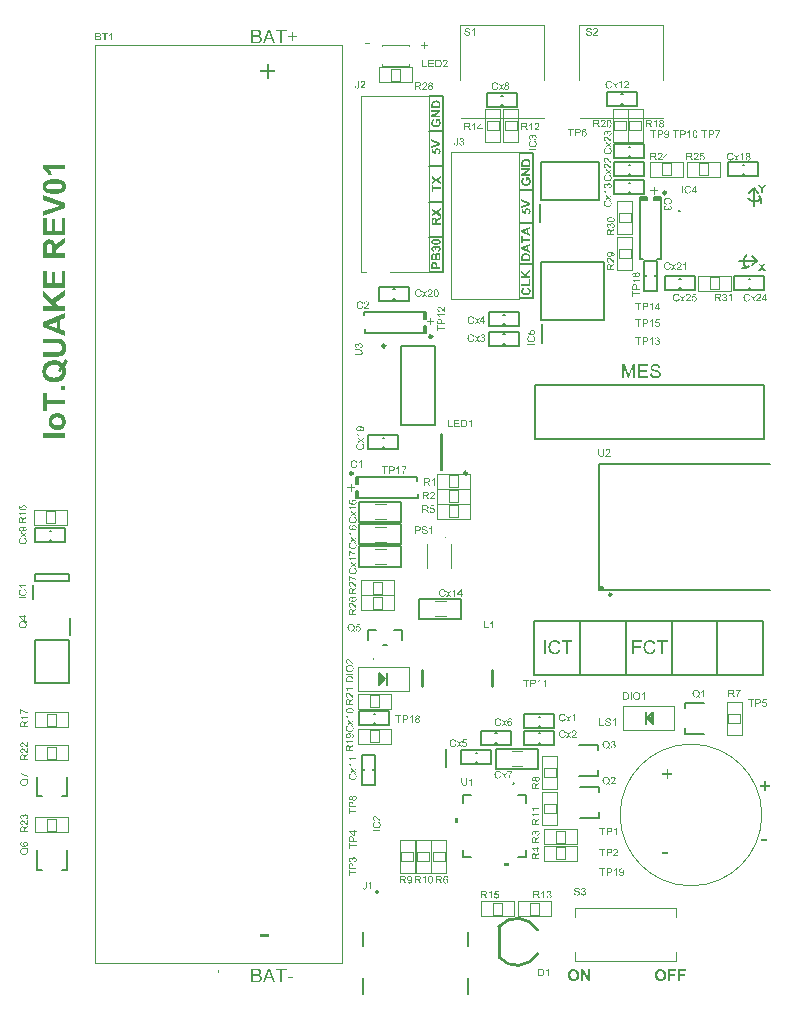
<source format=gto>
G04*
G04 #@! TF.GenerationSoftware,Altium Limited,Altium Designer,18.0.7 (293)*
G04*
G04 Layer_Color=65535*
%FSTAX24Y24*%
%MOIN*%
G70*
G01*
G75*
%ADD10C,0.0098*%
%ADD11C,0.0079*%
%ADD12C,0.0039*%
%ADD13C,0.0100*%
%ADD14C,0.0050*%
%ADD15C,0.0040*%
%ADD16C,0.0050*%
%ADD17C,0.0059*%
%ADD18C,0.0060*%
%ADD19R,0.0059X0.0236*%
%ADD20R,0.0059X0.0236*%
%ADD21R,0.0236X0.0059*%
%ADD22R,0.0059X0.0236*%
%ADD23R,0.0059X0.0236*%
G36*
X025045Y015672D02*
Y015822D01*
X024945D01*
Y015672D01*
X025045D01*
D02*
G37*
G36*
X026719Y014345D02*
Y014245D01*
X026569D01*
Y014345D01*
X026719D01*
D02*
G37*
G36*
X025355Y04216D02*
X025358D01*
X025365Y04216D01*
X025372Y042158D01*
X02538Y042157D01*
X025389Y042154D01*
X025397Y042152D01*
X025397D01*
X025398Y042151D01*
X025399Y04215D01*
X025401Y04215D01*
X025404Y042148D01*
X025409Y042145D01*
X025415Y042141D01*
X02542Y042136D01*
X025425Y042131D01*
X02543Y042125D01*
Y042124D01*
X02543Y042124D01*
X025431Y042123D01*
X025432Y042122D01*
X025433Y042118D01*
X025436Y042113D01*
X025438Y042107D01*
X02544Y042101D01*
X025442Y042093D01*
X025443Y042085D01*
X025411Y042083D01*
Y042083D01*
Y042084D01*
X02541Y042085D01*
X02541Y042087D01*
X025409Y042091D01*
X025407Y042096D01*
X025405Y042102D01*
X025402Y042108D01*
X025398Y042113D01*
X025393Y042118D01*
X025392Y042119D01*
X02539Y04212D01*
X025387Y042122D01*
X025382Y042125D01*
X025376Y042127D01*
X025368Y042129D01*
X025359Y04213D01*
X025349Y042131D01*
X025344D01*
X025342Y04213D01*
X025339Y04213D01*
X025332Y042129D01*
X025325Y042128D01*
X025318Y042126D01*
X025311Y042123D01*
X025308Y042121D01*
X025305Y042119D01*
X025304Y042119D01*
X025303Y042118D01*
X025301Y042115D01*
X025298Y042112D01*
X025296Y042108D01*
X025294Y042104D01*
X025292Y042099D01*
X025292Y042093D01*
Y042092D01*
Y042091D01*
X025292Y042088D01*
X025293Y042085D01*
X025294Y042082D01*
X025296Y042078D01*
X025298Y042074D01*
X025301Y042071D01*
X025301Y04207D01*
X025303Y042069D01*
X025305Y042068D01*
X025306Y042067D01*
X025308Y042066D01*
X025311Y042065D01*
X025314Y042064D01*
X025318Y042062D01*
X025322Y042061D01*
X025326Y042059D01*
X025332Y042058D01*
X025337Y042056D01*
X025344Y042054D01*
X025351Y042053D01*
X025352D01*
X025353Y042052D01*
X025355Y042052D01*
X025358Y042051D01*
X025361Y04205D01*
X025365Y042049D01*
X025369Y042048D01*
X025373Y042047D01*
X025383Y042045D01*
X025392Y042042D01*
X025396Y042041D01*
X0254Y042039D01*
X025404Y042038D01*
X025407Y042036D01*
X025407D01*
X025408Y042036D01*
X025409Y042035D01*
X025411Y042035D01*
X025415Y042032D01*
X025419Y04203D01*
X025425Y042026D01*
X02543Y042021D01*
X025435Y042016D01*
X02544Y042011D01*
X02544Y04201D01*
X025441Y042008D01*
X025443Y042005D01*
X025445Y042D01*
X025447Y041995D01*
X025449Y041989D01*
X02545Y041982D01*
X02545Y041975D01*
Y041975D01*
Y041974D01*
Y041973D01*
Y041972D01*
X025449Y041968D01*
X025449Y041963D01*
X025447Y041957D01*
X025445Y041951D01*
X025443Y041944D01*
X025439Y041937D01*
Y041937D01*
X025438Y041936D01*
X025436Y041934D01*
X025434Y041931D01*
X02543Y041927D01*
X025425Y041923D01*
X02542Y041918D01*
X025413Y041914D01*
X025405Y04191D01*
X025405D01*
X025404Y041909D01*
X025403Y041909D01*
X025402Y041908D01*
X0254Y041908D01*
X025397Y041907D01*
X025391Y041905D01*
X025384Y041903D01*
X025376Y041901D01*
X025367Y0419D01*
X025357Y0419D01*
X025351D01*
X025348Y0419D01*
X025345D01*
X025341Y041901D01*
X025337Y041901D01*
X025328Y041903D01*
X025318Y041904D01*
X025309Y041907D01*
X0253Y04191D01*
X025299D01*
X025299Y04191D01*
X025298Y041911D01*
X025296Y041912D01*
X025292Y041914D01*
X025287Y041917D01*
X025281Y041921D01*
X025275Y041927D01*
X025269Y041933D01*
X025263Y04194D01*
Y04194D01*
X025263Y041941D01*
X025262Y041942D01*
X025261Y041943D01*
X025261Y041945D01*
X025259Y041947D01*
X025257Y041953D01*
X025254Y04196D01*
X025252Y041967D01*
X025251Y041976D01*
X02525Y041985D01*
X025281Y041988D01*
Y041988D01*
Y041987D01*
X025282Y041986D01*
Y041985D01*
X025282Y041982D01*
X025283Y041977D01*
X025285Y041972D01*
X025286Y041967D01*
X025289Y041962D01*
X025292Y041957D01*
X025292Y041956D01*
X025293Y041955D01*
X025295Y041952D01*
X025298Y04195D01*
X025301Y041947D01*
X025305Y041943D01*
X025311Y04194D01*
X025317Y041937D01*
X025317D01*
X025317Y041937D01*
X025318Y041936D01*
X02532Y041936D01*
X025323Y041935D01*
X025328Y041933D01*
X025334Y041932D01*
X02534Y041931D01*
X025348Y04193D01*
X025356Y04193D01*
X025359D01*
X025362Y04193D01*
X025367Y041931D01*
X025372Y041931D01*
X025378Y041932D01*
X025384Y041933D01*
X025389Y041935D01*
X02539Y041936D01*
X025392Y041936D01*
X025394Y041938D01*
X025397Y041939D01*
X025401Y041942D01*
X025404Y041944D01*
X025408Y041947D01*
X025411Y041951D01*
X025411Y041951D01*
X025412Y041953D01*
X025413Y041955D01*
X025415Y041958D01*
X025416Y04196D01*
X025417Y041964D01*
X025418Y041968D01*
X025418Y041972D01*
Y041973D01*
Y041975D01*
X025418Y041977D01*
X025417Y04198D01*
X025416Y041983D01*
X025415Y041986D01*
X025413Y04199D01*
X025411Y041993D01*
X025411Y041994D01*
X025409Y041995D01*
X025408Y041996D01*
X025405Y041998D01*
X025403Y042D01*
X025399Y042003D01*
X025394Y042006D01*
X025388Y042008D01*
X025388Y042008D01*
X025386Y042008D01*
X025383Y04201D01*
X025381Y04201D01*
X025379Y042011D01*
X025376Y042012D01*
X025373Y042012D01*
X025369Y042014D01*
X025365Y042015D01*
X025361Y042016D01*
X025356Y042017D01*
X02535Y042019D01*
X025344Y04202D01*
X025343D01*
X025342Y04202D01*
X02534Y042021D01*
X025338Y042022D01*
X025335Y042022D01*
X025332Y042023D01*
X025325Y042025D01*
X025317Y042028D01*
X025308Y04203D01*
X025301Y042033D01*
X025298Y042034D01*
X025295Y042036D01*
X025294D01*
X025294Y042036D01*
X025292Y042038D01*
X025289Y042039D01*
X025285Y042042D01*
X025281Y042046D01*
X025276Y04205D01*
X025272Y042054D01*
X025268Y042059D01*
X025268Y04206D01*
X025267Y042062D01*
X025265Y042065D01*
X025264Y042069D01*
X025262Y042073D01*
X025261Y042079D01*
X02526Y042085D01*
X025259Y042091D01*
Y042091D01*
Y042091D01*
Y042093D01*
Y042094D01*
X02526Y042098D01*
X025261Y042102D01*
X025262Y042108D01*
X025264Y042114D01*
X025266Y04212D01*
X02527Y042126D01*
Y042127D01*
X02527Y042127D01*
X025272Y042129D01*
X025275Y042132D01*
X025278Y042136D01*
X025282Y04214D01*
X025288Y042144D01*
X025294Y042148D01*
X025302Y042152D01*
X025302D01*
X025303Y042152D01*
X025304Y042153D01*
X025305Y042153D01*
X025307Y042154D01*
X02531Y042155D01*
X025315Y042156D01*
X025322Y042158D01*
X02533Y042159D01*
X025338Y04216D01*
X025348Y042161D01*
X025353D01*
X025355Y04216D01*
D02*
G37*
G36*
X0256Y041904D02*
X025569D01*
Y042101D01*
X025568Y042101D01*
X025567Y042099D01*
X025564Y042097D01*
X025561Y042095D01*
X025557Y042091D01*
X025552Y042088D01*
X025546Y042084D01*
X025539Y04208D01*
X025539D01*
X025539Y042079D01*
X025536Y042078D01*
X025533Y042076D01*
X025528Y042074D01*
X025523Y042071D01*
X025518Y042069D01*
X025512Y042066D01*
X025507Y042064D01*
Y042094D01*
X025507D01*
X025508Y042095D01*
X02551Y042095D01*
X025511Y042096D01*
X025514Y042097D01*
X025516Y042099D01*
X025522Y042102D01*
X02553Y042106D01*
X025537Y042111D01*
X025544Y042117D01*
X025552Y042123D01*
X025552Y042124D01*
X025553Y042124D01*
X025554Y042125D01*
X025555Y042126D01*
X025559Y04213D01*
X025563Y042134D01*
X025567Y04214D01*
X025572Y042145D01*
X025576Y042151D01*
X02558Y042157D01*
X0256D01*
Y041904D01*
D02*
G37*
G36*
X031596Y036758D02*
X031699D01*
Y036715D01*
X031596D01*
Y036611D01*
X031553D01*
Y036715D01*
X03145D01*
Y036758D01*
X031553D01*
Y036861D01*
X031596D01*
Y036758D01*
D02*
G37*
G36*
X024146Y032408D02*
X024249D01*
Y032365D01*
X024146D01*
Y032261D01*
X024103D01*
Y032365D01*
X024D01*
Y032408D01*
X024103D01*
Y032511D01*
X024146D01*
Y032408D01*
D02*
G37*
G36*
X021496Y026858D02*
X021599D01*
Y026815D01*
X021496D01*
Y026711D01*
X021453D01*
Y026815D01*
X02135D01*
Y026858D01*
X021453D01*
Y026961D01*
X021496D01*
Y026858D01*
D02*
G37*
G36*
X022094Y041614D02*
X02195D01*
Y04166D01*
X022094D01*
Y041614D01*
D02*
G37*
G36*
X023946Y041608D02*
X024049D01*
Y041565D01*
X023946D01*
Y041461D01*
X023903D01*
Y041565D01*
X0238D01*
Y041608D01*
X023903D01*
Y041711D01*
X023946D01*
Y041608D01*
D02*
G37*
G36*
X024456Y037156D02*
X024353Y037089D01*
X024456Y037022D01*
Y036949D01*
X024298Y037053D01*
X024153Y036958D01*
Y03703D01*
X024244Y037089D01*
X024153Y037149D01*
Y03722D01*
X024298Y037126D01*
X024456Y03723D01*
Y037156D01*
D02*
G37*
G36*
X024204Y036851D02*
X024456D01*
Y03679D01*
X024204D01*
Y0367D01*
X024153D01*
Y03694D01*
X024204D01*
Y036851D01*
D02*
G37*
G36*
X024311Y039747D02*
X024315D01*
X024319Y039747D01*
X024324Y039746D01*
X024334Y039745D01*
X024345Y039744D01*
X024356Y039741D01*
X024366Y039738D01*
X024367D01*
X024367Y039738D01*
X024369Y039737D01*
X024372Y039736D01*
X024374Y039735D01*
X024377Y039733D01*
X024385Y03973D01*
X024394Y039725D01*
X024403Y03972D01*
X024412Y039713D01*
X02442Y039706D01*
X024421Y039705D01*
X024422Y039703D01*
X024425Y039699D01*
X024429Y039694D01*
X024433Y039688D01*
X024436Y039681D01*
X02444Y039672D01*
X024444Y039663D01*
Y039662D01*
X024444Y039662D01*
Y039661D01*
X024445Y039659D01*
X024446Y039655D01*
X024447Y039648D01*
X024448Y039641D01*
X024449Y039632D01*
X02445Y039621D01*
X02445Y039609D01*
Y039495D01*
X024148D01*
Y039615D01*
X024148Y039619D01*
X024148Y039627D01*
X024149Y039636D01*
X02415Y039646D01*
X024152Y039655D01*
X024154Y039663D01*
Y039664D01*
X024154Y039665D01*
X024155Y039666D01*
X024155Y039668D01*
X024157Y039673D01*
X02416Y039679D01*
X024164Y039686D01*
X024169Y039694D01*
X024175Y039701D01*
X024182Y039709D01*
Y039709D01*
X024183Y03971D01*
X024185Y039712D01*
X02419Y039715D01*
X024195Y039719D01*
X024202Y039724D01*
X024211Y039729D01*
X02422Y039734D01*
X024231Y039738D01*
X024231D01*
X024232Y039738D01*
X024234Y039738D01*
X024236Y039739D01*
X024238Y03974D01*
X024242Y039741D01*
X024246Y039741D01*
X02425Y039743D01*
X024255Y039744D01*
X024261Y039745D01*
X024266Y039745D01*
X024273Y039746D01*
X024287Y039747D01*
X024302Y039748D01*
X024302D01*
X024304D01*
X024305D01*
X024308D01*
X024311Y039747D01*
D02*
G37*
G36*
X02445Y039369D02*
X024251Y039246D01*
X02445D01*
Y03919D01*
X024148D01*
Y039249D01*
X024351Y039374D01*
X024148D01*
Y03943D01*
X02445D01*
Y039369D01*
D02*
G37*
G36*
X02441Y039132D02*
X024411Y039131D01*
X024412Y039129D01*
X024414Y039127D01*
X024416Y039125D01*
X02442Y039119D01*
X024425Y03911D01*
X024431Y039101D01*
X024436Y03909D01*
X024442Y039077D01*
Y039076D01*
X024442Y039075D01*
X024443Y039073D01*
X024444Y039071D01*
X024445Y039067D01*
X024446Y039063D01*
X024447Y039059D01*
X024449Y039054D01*
X024451Y039043D01*
X024453Y03903D01*
X024455Y039017D01*
X024456Y039003D01*
Y038999D01*
X024455Y038996D01*
Y038991D01*
X024455Y038986D01*
X024454Y038981D01*
X024453Y038975D01*
X024451Y038962D01*
X024447Y038948D01*
X024443Y038934D01*
X02444Y038927D01*
X024436Y03892D01*
X024436Y03892D01*
X024435Y038919D01*
X024434Y038917D01*
X024432Y038915D01*
X02443Y038912D01*
X024428Y038909D01*
X024425Y038905D01*
X024421Y038901D01*
X024413Y038892D01*
X024403Y038883D01*
X024392Y038875D01*
X024379Y038867D01*
X024378D01*
X024377Y038867D01*
X024375Y038866D01*
X024372Y038865D01*
X024369Y038864D01*
X024365Y038862D01*
X02436Y03886D01*
X024355Y038859D01*
X024349Y038857D01*
X024343Y038856D01*
X024329Y038853D01*
X024314Y038851D01*
X024298Y03885D01*
X024297D01*
X024296D01*
X024293D01*
X02429Y03885D01*
X024286D01*
X024281Y038851D01*
X024276Y038852D01*
X02427Y038853D01*
X024257Y038855D01*
X024242Y038858D01*
X024228Y038863D01*
X024221Y038866D01*
X024214Y03887D01*
X024214Y03887D01*
X024212Y038871D01*
X024211Y038872D01*
X024208Y038873D01*
X024205Y038875D01*
X024201Y038878D01*
X024197Y038881D01*
X024193Y038884D01*
X024189Y038888D01*
X024184Y038892D01*
X024179Y038897D01*
X024174Y038902D01*
X02417Y038908D01*
X024165Y038914D01*
X024157Y038927D01*
Y038928D01*
X024156Y038929D01*
X024156Y03893D01*
X024155Y038933D01*
X024154Y038936D01*
X024152Y038939D01*
X024151Y038943D01*
X024149Y038947D01*
X024148Y038952D01*
X024147Y038958D01*
X024145Y038964D01*
X024144Y03897D01*
X024142Y038984D01*
X024142Y039D01*
Y039005D01*
X024142Y039009D01*
X024143Y039014D01*
X024143Y03902D01*
X024144Y039026D01*
X024145Y039032D01*
X024148Y039046D01*
X024152Y039061D01*
X024155Y039068D01*
X024158Y039075D01*
X024161Y039082D01*
X024166Y039088D01*
X024166Y039088D01*
X024166Y039089D01*
X024168Y039091D01*
X02417Y039093D01*
X024172Y039096D01*
X024175Y039098D01*
X024179Y039101D01*
X024183Y039105D01*
X024187Y039108D01*
X024192Y039112D01*
X024197Y039115D01*
X024203Y039118D01*
X024209Y039122D01*
X024216Y039124D01*
X024223Y039127D01*
X024231Y039129D01*
X024242Y039068D01*
X024242D01*
X024241Y039068D01*
X024238Y039067D01*
X024235Y039065D01*
X024229Y039062D01*
X024224Y039059D01*
X024218Y039055D01*
X024212Y03905D01*
X024207Y039044D01*
X024207Y039043D01*
X024205Y039041D01*
X024203Y039037D01*
X0242Y039032D01*
X024198Y039025D01*
X024196Y039018D01*
X024194Y039009D01*
X024194Y039D01*
Y038996D01*
X024194Y038993D01*
X024195Y03899D01*
X024195Y038986D01*
X024196Y038982D01*
X024197Y038977D01*
X0242Y038967D01*
X024202Y038961D01*
X024205Y038956D01*
X024208Y038951D01*
X024211Y038946D01*
X024215Y038941D01*
X02422Y038936D01*
X02422Y038936D01*
X024221Y038935D01*
X024222Y038934D01*
X024225Y038933D01*
X024227Y038931D01*
X02423Y038929D01*
X024234Y038926D01*
X024238Y038925D01*
X024244Y038923D01*
X024249Y03892D01*
X024256Y038918D01*
X024262Y038916D01*
X02427Y038915D01*
X024278Y038914D01*
X024286Y038913D01*
X024295Y038913D01*
X024296D01*
X024297D01*
X024301D01*
X024304Y038913D01*
X024309Y038914D01*
X024314Y038914D01*
X02432Y038915D01*
X024326Y038916D01*
X024339Y038919D01*
X024353Y038923D01*
X024359Y038926D01*
X024365Y038929D01*
X024371Y038933D01*
X024377Y038937D01*
X024377Y038937D01*
X024378Y038938D01*
X024379Y038939D01*
X024381Y038941D01*
X024383Y038944D01*
X024385Y038946D01*
X024388Y03895D01*
X02439Y038954D01*
X024393Y038958D01*
X024395Y038962D01*
X024399Y038973D01*
X024401Y038979D01*
X024402Y038985D01*
X024403Y038992D01*
X024404Y038999D01*
Y039003D01*
X024403Y039006D01*
X024403Y039012D01*
X024402Y039017D01*
X024401Y039024D01*
X024399Y039031D01*
X024396Y039038D01*
Y039038D01*
X024396Y039039D01*
X024395Y039041D01*
X024393Y039045D01*
X024391Y039049D01*
X024388Y039055D01*
X024385Y03906D01*
X024382Y039066D01*
X024378Y039071D01*
X024339D01*
Y039001D01*
X024288D01*
Y039133D01*
X024409D01*
X02441Y039132D01*
D02*
G37*
G36*
X02445Y038341D02*
Y038275D01*
X024148Y038166D01*
Y038232D01*
X024371Y038309D01*
X024148Y038383D01*
Y038448D01*
X02445Y038341D01*
D02*
G37*
G36*
X024355Y038153D02*
X024358D01*
X024362Y038152D01*
X024367Y038152D01*
X024371Y038151D01*
X024381Y038148D01*
X024393Y038144D01*
X024399Y038142D01*
X024405Y038139D01*
X02441Y038136D01*
X024416Y038132D01*
X024416Y038131D01*
X024418Y03813D01*
X024419Y038129D01*
X024422Y038127D01*
X024425Y038123D01*
X024429Y03812D01*
X024432Y038115D01*
X024436Y03811D01*
X02444Y038105D01*
X024443Y038099D01*
X024447Y038092D01*
X02445Y038085D01*
X024452Y038077D01*
X024454Y038068D01*
X024455Y038059D01*
X024456Y03805D01*
Y038046D01*
X024455Y038043D01*
X024455Y038039D01*
X024454Y038035D01*
X024454Y03803D01*
X024453Y038025D01*
X02445Y038015D01*
X024446Y038003D01*
X024444Y037997D01*
X024441Y037992D01*
X024437Y037986D01*
X024433Y037981D01*
X024433Y037981D01*
X024433Y03798D01*
X024431Y037978D01*
X024429Y037977D01*
X024427Y037975D01*
X024424Y037972D01*
X024421Y03797D01*
X024418Y037967D01*
X024413Y037964D01*
X024409Y037962D01*
X024398Y037957D01*
X024387Y037953D01*
X02438Y037951D01*
X024373Y03795D01*
X024367Y038008D01*
X024368D01*
X02437Y038008D01*
X024374Y038009D01*
X024378Y03801D01*
X024383Y038012D01*
X024388Y038015D01*
X024393Y038018D01*
X024398Y038022D01*
X024398Y038023D01*
X0244Y038024D01*
X024401Y038027D01*
X024404Y03803D01*
X024406Y038034D01*
X024408Y038039D01*
X024409Y038045D01*
X024409Y038051D01*
Y038051D01*
X024409Y038054D01*
X024408Y038057D01*
X024408Y038061D01*
X024406Y038066D01*
X024403Y038071D01*
X024399Y038077D01*
X024395Y038082D01*
X024394Y038082D01*
X024392Y038084D01*
X024388Y038085D01*
X024383Y038088D01*
X024377Y03809D01*
X02437Y038092D01*
X02436Y038094D01*
X02435Y038094D01*
X024349D01*
X024349D01*
X024347D01*
X024345D01*
X02434Y038094D01*
X024334Y038092D01*
X024327Y038091D01*
X02432Y038089D01*
X024314Y038086D01*
X024308Y038082D01*
X024308Y038081D01*
X024306Y038079D01*
X024304Y038076D01*
X024301Y038073D01*
X024298Y038068D01*
X024296Y038062D01*
X024294Y038056D01*
X024294Y038049D01*
Y038046D01*
X024294Y038044D01*
X024295Y03804D01*
X024296Y038034D01*
X024299Y038027D01*
X024303Y038019D01*
X024305Y038016D01*
X024308Y038012D01*
X024312Y038008D01*
X024316Y038004D01*
X024309Y037957D01*
X024152Y037987D01*
Y03814D01*
X024206D01*
Y03803D01*
X024257Y038021D01*
Y038022D01*
X024257Y038022D01*
X024256Y038025D01*
X024254Y038029D01*
X024252Y038033D01*
X02425Y03804D01*
X024249Y038046D01*
X024248Y038054D01*
X024247Y038061D01*
Y038065D01*
X024248Y038068D01*
X024248Y038071D01*
X024249Y038075D01*
X024249Y038079D01*
X024251Y038084D01*
X024254Y038094D01*
X024256Y038099D01*
X024259Y038105D01*
X024263Y03811D01*
X024266Y038116D01*
X024271Y038121D01*
X024276Y038127D01*
X024276Y038127D01*
X024277Y038128D01*
X024279Y038129D01*
X024281Y038131D01*
X024283Y038133D01*
X024287Y038135D01*
X024291Y038137D01*
X024295Y03814D01*
X0243Y038143D01*
X024306Y038145D01*
X024312Y038148D01*
X024318Y038149D01*
X024325Y038151D01*
X024332Y038152D01*
X02434Y038153D01*
X024349Y038154D01*
X024349D01*
X02435D01*
X024352D01*
X024355Y038153D01*
D02*
G37*
G36*
X024456Y036082D02*
X024353Y036015D01*
X024456Y035947D01*
Y035874D01*
X024298Y035978D01*
X024153Y035884D01*
Y035955D01*
X024244Y036015D01*
X024153Y036075D01*
Y036146D01*
X024298Y036051D01*
X024456Y036155D01*
Y036082D01*
D02*
G37*
G36*
Y035798D02*
X02439Y035755D01*
X02439Y035754D01*
X024388Y035754D01*
X024387Y035753D01*
X024384Y035751D01*
X024382Y035749D01*
X024378Y035747D01*
X024371Y035742D01*
X024363Y035736D01*
X024356Y035731D01*
X02435Y035726D01*
X024348Y035724D01*
X024346Y035722D01*
X024345Y035722D01*
X024344Y035721D01*
X024343Y035719D01*
X02434Y035717D01*
X024339Y035714D01*
X024336Y035711D01*
X024335Y035707D01*
X024333Y035704D01*
Y035704D01*
X024332Y035702D01*
X024332Y0357D01*
X024331Y035697D01*
X02433Y035692D01*
X02433Y035687D01*
X024329Y035681D01*
Y035661D01*
X024456D01*
Y0356D01*
X024153D01*
Y035736D01*
X024154Y03574D01*
Y035745D01*
X024154Y03575D01*
Y035756D01*
X024155Y035767D01*
X024157Y035779D01*
X024159Y03579D01*
X02416Y035794D01*
X024162Y035799D01*
Y035799D01*
X024162Y0358D01*
X024163Y035802D01*
X024166Y035806D01*
X024168Y035812D01*
X024173Y035817D01*
X024177Y035823D01*
X024183Y035829D01*
X024191Y035834D01*
X024191D01*
X024192Y035834D01*
X024193Y035835D01*
X024194Y035836D01*
X024199Y035838D01*
X024204Y035841D01*
X024211Y035843D01*
X024219Y035845D01*
X024228Y035847D01*
X024238Y035847D01*
X024238D01*
X024239D01*
X024242D01*
X024244Y035847D01*
X024247D01*
X02425Y035846D01*
X024258Y035845D01*
X024267Y035843D01*
X024276Y035839D01*
X024286Y035834D01*
X02429Y035831D01*
X024294Y035827D01*
X024295Y035827D01*
X024295Y035826D01*
X024297Y035825D01*
X024298Y035823D01*
X0243Y035822D01*
X024302Y035819D01*
X024304Y035816D01*
X024306Y035812D01*
X024309Y035808D01*
X024311Y035804D01*
X024313Y035799D01*
X024315Y035794D01*
X024318Y035787D01*
X024319Y035781D01*
X024321Y035775D01*
X024322Y035767D01*
Y035768D01*
X024323Y035768D01*
X024325Y035771D01*
X024327Y035774D01*
X02433Y035779D01*
X024334Y035784D01*
X024338Y035789D01*
X024343Y035795D01*
X024348Y0358D01*
X024348Y0358D01*
X02435Y035802D01*
X024354Y035805D01*
X024359Y035809D01*
X024366Y035814D01*
X02437Y035817D01*
X024374Y03582D01*
X024379Y035823D01*
X024384Y035827D01*
X024391Y035831D01*
X024397Y035835D01*
X024456Y035872D01*
Y035798D01*
D02*
G37*
G36*
X024315Y035137D02*
X024322Y035137D01*
X02433Y035136D01*
X024339Y035135D01*
X024349Y035134D01*
X024359Y035133D01*
X024369Y03513D01*
X024379Y035128D01*
X024389Y035125D01*
X024399Y035122D01*
X024408Y035118D01*
X024417Y035113D01*
X024425Y035108D01*
X024425Y035108D01*
X024426Y035107D01*
X024428Y035105D01*
X024429Y035104D01*
X024432Y035101D01*
X024434Y035098D01*
X024437Y035094D01*
X02444Y03509D01*
X024443Y035085D01*
X024446Y035081D01*
X024449Y035075D01*
X024451Y035069D01*
X024453Y035062D01*
X024454Y035055D01*
X024455Y035047D01*
X024456Y035039D01*
Y035038D01*
X024455Y035035D01*
Y035032D01*
X024455Y035029D01*
X024454Y035024D01*
X024453Y035019D01*
X024451Y035014D01*
X02445Y035008D01*
X024447Y035003D01*
X024445Y034997D01*
X024441Y034991D01*
X024438Y034985D01*
X024433Y034979D01*
X024428Y034973D01*
X024422Y034968D01*
X024422Y034968D01*
X02442Y034967D01*
X024418Y034966D01*
X024415Y034964D01*
X024412Y034962D01*
X024407Y03496D01*
X024401Y034957D01*
X024394Y034955D01*
X024386Y034952D01*
X024377Y03495D01*
X024367Y034948D01*
X024356Y034946D01*
X024344Y034944D01*
X024331Y034943D01*
X024316Y034942D01*
X024301Y034942D01*
X0243D01*
X0243D01*
X024298D01*
X024297D01*
X024292D01*
X024287Y034942D01*
X02428Y034942D01*
X024271Y034943D01*
X024263Y034944D01*
X024253Y034945D01*
X024243Y034947D01*
X024233Y034949D01*
X024222Y034951D01*
X024212Y034954D01*
X024203Y034957D01*
X024193Y034961D01*
X024185Y034966D01*
X024177Y034971D01*
X024177Y034971D01*
X024176Y034972D01*
X024174Y034973D01*
X024173Y034976D01*
X02417Y034978D01*
X024167Y034981D01*
X024165Y034985D01*
X024162Y034989D01*
X024159Y034994D01*
X024156Y034998D01*
X024153Y035004D01*
X024151Y03501D01*
X024149Y035017D01*
X024147Y035024D01*
X024146Y035032D01*
X024146Y035039D01*
Y035044D01*
X024146Y035047D01*
X024147Y03505D01*
X024148Y035055D01*
X024148Y035059D01*
X02415Y035064D01*
X024152Y03507D01*
X024154Y035075D01*
X024156Y035081D01*
X024159Y035087D01*
X024163Y035092D01*
X024167Y035098D01*
X024172Y035103D01*
X024177Y035108D01*
X024178Y035108D01*
X024179Y035109D01*
X024181Y035111D01*
X024184Y035113D01*
X024189Y035115D01*
X024194Y035118D01*
X0242Y03512D01*
X024207Y035123D01*
X024215Y035126D01*
X024224Y035129D01*
X024234Y035131D01*
X024245Y035133D01*
X024258Y035135D01*
X024271Y035136D01*
X024285Y035137D01*
X024301Y035138D01*
X024301D01*
X024302D01*
X024303D01*
X024305D01*
X024309D01*
X024315Y035137D01*
D02*
G37*
G36*
X024366Y034905D02*
X02437Y034904D01*
X024374Y034904D01*
X024378Y034903D01*
X024383Y034902D01*
X024394Y034898D01*
X024399Y034896D01*
X024405Y034893D01*
X024411Y03489D01*
X024417Y034886D01*
X024422Y034881D01*
X024428Y034876D01*
X024428Y034876D01*
X024429Y034875D01*
X02443Y034873D01*
X024432Y034871D01*
X024434Y034868D01*
X024436Y034865D01*
X024439Y03486D01*
X024442Y034856D01*
X024444Y034851D01*
X024447Y034845D01*
X024449Y034839D01*
X024451Y034833D01*
X024453Y034826D01*
X024454Y034819D01*
X024455Y034811D01*
X024456Y034803D01*
Y0348D01*
X024455Y034796D01*
X024455Y034793D01*
X024454Y034789D01*
X024453Y034785D01*
X024453Y034779D01*
X02445Y034769D01*
X024446Y034758D01*
X024443Y034751D01*
X02444Y034746D01*
X024436Y034741D01*
X024432Y034735D01*
X024432Y034735D01*
X024431Y034734D01*
X024429Y034733D01*
X024428Y034731D01*
X024426Y034729D01*
X024422Y034727D01*
X024419Y034724D01*
X024415Y034721D01*
X024411Y034719D01*
X024407Y034716D01*
X024396Y034711D01*
X024384Y034707D01*
X024377Y034705D01*
X02437Y034704D01*
X024363Y03476D01*
X024364D01*
X024364D01*
X024367Y034761D01*
X024371Y034762D01*
X024376Y034763D01*
X024381Y034765D01*
X024387Y034767D01*
X024392Y034771D01*
X024397Y034775D01*
X024397Y034775D01*
X024398Y034777D01*
X0244Y034779D01*
X024402Y034783D01*
X024404Y034787D01*
X024406Y034792D01*
X024407Y034797D01*
X024408Y034803D01*
Y034804D01*
X024407Y034806D01*
X024407Y034809D01*
X024406Y034814D01*
X024404Y034818D01*
X024402Y034823D01*
X024398Y034828D01*
X024394Y034833D01*
X024394Y034834D01*
X024391Y034835D01*
X024388Y034837D01*
X024384Y03484D01*
X024379Y034842D01*
X024373Y034844D01*
X024365Y034845D01*
X024357Y034846D01*
X024356D01*
X024356D01*
X024353D01*
X024349Y034845D01*
X024344Y034845D01*
X024339Y034843D01*
X024333Y034841D01*
X024327Y034838D01*
X024322Y034834D01*
X024322Y034833D01*
X02432Y034831D01*
X024318Y034829D01*
X024315Y034826D01*
X024313Y034821D01*
X024311Y034817D01*
X024309Y034811D01*
X024309Y034805D01*
Y034801D01*
X024309Y034798D01*
X02431Y034794D01*
X024311Y034789D01*
X024312Y034784D01*
X024313Y034779D01*
X024266Y034785D01*
Y034789D01*
X024266Y034793D01*
X024266Y034798D01*
X024264Y034804D01*
X024263Y03481D01*
X02426Y034816D01*
X024256Y034821D01*
X024256Y034821D01*
X024254Y034823D01*
X024252Y034825D01*
X024249Y034828D01*
X024245Y03483D01*
X02424Y034832D01*
X024234Y034833D01*
X024228Y034834D01*
X024227D01*
X024225D01*
X024222Y034833D01*
X024219Y034832D01*
X024215Y034831D01*
X024211Y03483D01*
X024207Y034828D01*
X024203Y034824D01*
X024203Y034824D01*
X024202Y034823D01*
X0242Y034821D01*
X024198Y034818D01*
X024197Y034814D01*
X024195Y03481D01*
X024194Y034805D01*
X024194Y0348D01*
Y034797D01*
X024194Y034795D01*
X024195Y034791D01*
X024197Y034787D01*
X024198Y034783D01*
X024201Y034779D01*
X024204Y034775D01*
X024205Y034774D01*
X024206Y034773D01*
X024209Y034771D01*
X024212Y034769D01*
X024216Y034767D01*
X024221Y034765D01*
X024228Y034763D01*
X024235Y034762D01*
X024226Y034709D01*
X024225D01*
X024225Y034709D01*
X024223D01*
X024221Y03471D01*
X024216Y034711D01*
X02421Y034713D01*
X024203Y034715D01*
X024195Y034718D01*
X024188Y034721D01*
X024182Y034725D01*
X024181Y034726D01*
X024179Y034727D01*
X024176Y03473D01*
X024172Y034734D01*
X024168Y034738D01*
X024164Y034743D01*
X024159Y03475D01*
X024155Y034757D01*
Y034757D01*
X024155Y034758D01*
X024154Y03476D01*
X024152Y034765D01*
X024151Y03477D01*
X024149Y034776D01*
X024147Y034784D01*
X024146Y034793D01*
X024146Y034802D01*
Y034806D01*
X024146Y034809D01*
X024147Y034813D01*
X024147Y034817D01*
X024148Y034821D01*
X024149Y034826D01*
X024152Y034837D01*
X024155Y034843D01*
X024158Y034849D01*
X024161Y034855D01*
X024164Y03486D01*
X024169Y034866D01*
X024173Y03487D01*
X024174Y034871D01*
X024174Y034871D01*
X024176Y034873D01*
X024177Y034874D01*
X024182Y034877D01*
X024188Y034881D01*
X024195Y034885D01*
X024204Y034888D01*
X024214Y034891D01*
X024218Y034891D01*
X024224Y034892D01*
X024224D01*
X024225D01*
X024228Y034891D01*
X02423Y034891D01*
X024234Y03489D01*
X024238Y03489D01*
X024242Y034888D01*
X024247Y034887D01*
X024252Y034884D01*
X024257Y034881D01*
X024262Y034878D01*
X024267Y034873D01*
X024273Y034868D01*
X024278Y034862D01*
X024283Y034856D01*
X024287Y034848D01*
Y034848D01*
X024288Y034849D01*
Y034851D01*
X024289Y034852D01*
X02429Y034857D01*
X024293Y034863D01*
X024296Y034869D01*
X024301Y034876D01*
X024306Y034883D01*
X024313Y03489D01*
X024314Y03489D01*
X024316Y034892D01*
X02432Y034894D01*
X024326Y034897D01*
X024332Y0349D01*
X024341Y034903D01*
X024349Y034904D01*
X02436Y034905D01*
X02436D01*
X024361D01*
X024363D01*
X024366Y034905D01*
D02*
G37*
G36*
X02437Y034667D02*
X024375Y034666D01*
X024381Y034665D01*
X024388Y034664D01*
X024395Y034661D01*
X024403Y034658D01*
X024404Y034658D01*
X024406Y034656D01*
X024409Y034654D01*
X024414Y034651D01*
X024419Y034647D01*
X024424Y034643D01*
X024429Y034638D01*
X024434Y034632D01*
X024434Y034631D01*
X024436Y034629D01*
X024438Y034625D01*
X02444Y03462D01*
X024443Y034614D01*
X024445Y034607D01*
X024447Y034599D01*
X024448Y034591D01*
Y034589D01*
X024449Y034587D01*
Y034583D01*
X024449Y03458D01*
Y034571D01*
X02445Y034566D01*
Y034553D01*
X02445Y034546D01*
Y034415D01*
X024148D01*
Y034547D01*
X024148Y034555D01*
X024148Y034564D01*
X024149Y034573D01*
X02415Y034581D01*
X024151Y034588D01*
Y034589D01*
X024151Y034592D01*
X024152Y034595D01*
X024153Y034599D01*
X024155Y034604D01*
X024157Y034609D01*
X02416Y034615D01*
X024163Y03462D01*
X024164Y03462D01*
X024165Y034622D01*
X024167Y034625D01*
X02417Y034628D01*
X024174Y034632D01*
X024178Y034636D01*
X024183Y03464D01*
X024189Y034643D01*
X02419Y034644D01*
X024191Y034644D01*
X024195Y034646D01*
X024199Y034648D01*
X024204Y03465D01*
X02421Y034651D01*
X024217Y034652D01*
X024224Y034653D01*
X024225D01*
X024225D01*
X024228D01*
X024232Y034652D01*
X024237Y034651D01*
X024243Y03465D01*
X024249Y034648D01*
X024256Y034645D01*
X024263Y034641D01*
X024264Y03464D01*
X024266Y034639D01*
X024269Y034636D01*
X024273Y034633D01*
X024277Y034629D01*
X024282Y034623D01*
X024286Y034617D01*
X02429Y03461D01*
Y034611D01*
X02429Y034612D01*
X02429Y034613D01*
X024291Y034615D01*
X024293Y03462D01*
X024296Y034626D01*
X0243Y034633D01*
X024304Y03464D01*
X02431Y034647D01*
X024317Y034653D01*
X024318Y034653D01*
X024321Y034655D01*
X024325Y034658D01*
X02433Y03466D01*
X024337Y034663D01*
X024344Y034665D01*
X024353Y034667D01*
X024363Y034668D01*
X024363D01*
X024363D01*
X024366D01*
X02437Y034667D01*
D02*
G37*
G36*
X024248Y034364D02*
X024251D01*
X024257Y034363D01*
X024264Y034362D01*
X024273Y03436D01*
X02428Y034357D01*
X024288Y034354D01*
X024289Y034353D01*
X024291Y034352D01*
X024294Y03435D01*
X024299Y034347D01*
X024303Y034343D01*
X024308Y034339D01*
X024313Y034334D01*
X024318Y034328D01*
X024318Y034327D01*
X024319Y034325D01*
X024321Y034322D01*
X024323Y034318D01*
X024326Y034314D01*
X024328Y034308D01*
X02433Y034303D01*
X024332Y034297D01*
Y034296D01*
X024332Y034294D01*
Y034293D01*
X024333Y03429D01*
X024333Y034287D01*
X024334Y034284D01*
Y03428D01*
X024334Y034276D01*
X024335Y034272D01*
X024335Y034266D01*
X024336Y034261D01*
Y034255D01*
X024336Y034248D01*
Y034194D01*
X02445D01*
Y034133D01*
X024148D01*
Y034244D01*
X024148Y034249D01*
Y03426D01*
X024149Y034273D01*
X02415Y034285D01*
X02415Y03429D01*
X024151Y034295D01*
X024152Y0343D01*
X024152Y034303D01*
Y034304D01*
X024153Y034304D01*
X024153Y034306D01*
X024154Y034307D01*
X024156Y034312D01*
X024159Y034318D01*
X024162Y034325D01*
X024168Y034332D01*
X024174Y034339D01*
X024182Y034346D01*
X024183D01*
X024183Y034347D01*
X024184Y034348D01*
X024186Y034349D01*
X024189Y034351D01*
X024191Y034352D01*
X024194Y034354D01*
X024198Y034356D01*
X024207Y034359D01*
X024216Y034362D01*
X024228Y034363D01*
X024241Y034364D01*
X024241D01*
X024242D01*
X024243D01*
X024245D01*
X024248Y034364D01*
D02*
G37*
G36*
X02745Y034018D02*
X027308Y033935D01*
X027359Y033885D01*
X02745D01*
Y033824D01*
X027148D01*
Y033885D01*
X027282D01*
X027148Y03401D01*
Y034092D01*
X027266Y033977D01*
X02745Y034097D01*
Y034018D01*
D02*
G37*
G36*
Y033567D02*
X02715D01*
Y033628D01*
X027399D01*
Y033781D01*
X02745D01*
Y033567D01*
D02*
G37*
G36*
X02736Y033513D02*
X027362Y033512D01*
X027366Y03351D01*
X02737Y033509D01*
X027374Y033507D01*
X02738Y033505D01*
X027385Y033502D01*
X027397Y033496D01*
X027409Y033488D01*
X027421Y033479D01*
X027426Y033473D01*
X027431Y033468D01*
X027432Y033467D01*
X027432Y033466D01*
X027433Y033465D01*
X027435Y033462D01*
X027437Y033459D01*
X027439Y033455D01*
X027441Y033451D01*
X027443Y033446D01*
X027446Y03344D01*
X027448Y033434D01*
X02745Y033427D01*
X027451Y03342D01*
X027453Y033413D01*
X027454Y033405D01*
X027455Y033396D01*
X027455Y033387D01*
Y033385D01*
X027455Y033382D01*
X027454Y033377D01*
X027454Y033372D01*
X027453Y033366D01*
X027452Y03336D01*
X02745Y033352D01*
X027448Y033345D01*
X027445Y033337D01*
X027442Y033329D01*
X027438Y03332D01*
X027433Y033312D01*
X027428Y033304D01*
X027422Y033296D01*
X027414Y033288D01*
X027414Y033288D01*
X027412Y033287D01*
X02741Y033285D01*
X027407Y033282D01*
X027402Y03328D01*
X027398Y033276D01*
X027391Y033273D01*
X027384Y033269D01*
X027377Y033266D01*
X027369Y033262D01*
X027359Y033259D01*
X027349Y033256D01*
X027339Y033254D01*
X027327Y033252D01*
X027315Y03325D01*
X027301Y03325D01*
X027301D01*
X027301D01*
X027298D01*
X027294Y03325D01*
X027289D01*
X027283Y033251D01*
X027275Y033252D01*
X027267Y033253D01*
X027258Y033255D01*
X027249Y033257D01*
X027239Y03326D01*
X02723Y033263D01*
X02722Y033267D01*
X02721Y033271D01*
X027201Y033276D01*
X027192Y033282D01*
X027184Y033289D01*
X027183Y033289D01*
X027182Y033291D01*
X02718Y033293D01*
X027177Y033296D01*
X027174Y0333D01*
X027171Y033305D01*
X027167Y03331D01*
X027163Y033316D01*
X027159Y033323D01*
X027155Y033331D01*
X027152Y03334D01*
X027148Y033348D01*
X027146Y033358D01*
X027144Y033368D01*
X027142Y03338D01*
X027142Y033391D01*
Y033396D01*
X027142Y0334D01*
X027143Y033405D01*
X027144Y03341D01*
X027145Y033417D01*
X027146Y033423D01*
X027148Y03343D01*
X02715Y033437D01*
X027152Y033445D01*
X027156Y033453D01*
X027159Y03346D01*
X027164Y033467D01*
X027169Y033475D01*
X027175Y033481D01*
Y033482D01*
X027176Y033482D01*
X027177Y033483D01*
X027178Y033485D01*
X02718Y033486D01*
X027183Y033488D01*
X027189Y033493D01*
X027197Y033498D01*
X027207Y033503D01*
X027218Y033508D01*
X02723Y033512D01*
X027245Y033452D01*
X027244D01*
X027244Y033451D01*
X027242D01*
X027241Y033451D01*
X027237Y033449D01*
X027232Y033447D01*
X027225Y033444D01*
X027219Y03344D01*
X027213Y033435D01*
X027208Y033429D01*
X027207Y033428D01*
X027206Y033426D01*
X027204Y033423D01*
X027201Y033418D01*
X027198Y033412D01*
X027196Y033405D01*
X027194Y033397D01*
X027194Y033388D01*
Y033385D01*
X027194Y033382D01*
X027195Y03338D01*
X027195Y033376D01*
X027197Y033369D01*
X0272Y03336D01*
X027204Y033351D01*
X027207Y033346D01*
X02721Y033342D01*
X027214Y033337D01*
X027218Y033333D01*
X027219D01*
X02722Y033333D01*
X027221Y033332D01*
X027223Y03333D01*
X027226Y033329D01*
X027229Y033327D01*
X027233Y033325D01*
X027237Y033323D01*
X027242Y033321D01*
X027248Y033319D01*
X027255Y033318D01*
X027262Y033316D01*
X02727Y033315D01*
X027278Y033314D01*
X027287Y033313D01*
X027297Y033313D01*
X027297D01*
X0273D01*
X027303D01*
X027306Y033313D01*
X027311D01*
X027317Y033314D01*
X027322Y033315D01*
X027329Y033316D01*
X027343Y033318D01*
X027356Y033322D01*
X027363Y033324D01*
X027369Y033327D01*
X027374Y03333D01*
X027379Y033333D01*
X02738Y033334D01*
X02738Y033334D01*
X027381Y033336D01*
X027383Y033337D01*
X027387Y033342D01*
X027391Y033348D01*
X027396Y033355D01*
X027399Y033364D01*
X027402Y033375D01*
X027403Y033381D01*
X027403Y033387D01*
Y033389D01*
X027403Y033391D01*
X027402Y033396D01*
X027401Y033401D01*
X027399Y033407D01*
X027397Y033414D01*
X027393Y033421D01*
X027388Y033428D01*
X027387Y033429D01*
X027385Y033431D01*
X027381Y033434D01*
X027376Y033438D01*
X027369Y033442D01*
X027361Y033446D01*
X027351Y03345D01*
X027339Y033454D01*
X027357Y033513D01*
X027358D01*
X02736Y033513D01*
D02*
G37*
G36*
X02745Y035475D02*
X027381Y035448D01*
Y035327D01*
X02745Y035302D01*
Y035237D01*
X027148Y035354D01*
Y035419D01*
X02745Y035541D01*
Y035475D01*
D02*
G37*
G36*
X027199Y035139D02*
X02745D01*
Y035078D01*
X027199D01*
Y034989D01*
X027148D01*
Y035229D01*
X027199D01*
Y035139D01*
D02*
G37*
G36*
X02745Y034911D02*
X027381Y034885D01*
Y034764D01*
X02745Y034739D01*
Y034674D01*
X027148Y034791D01*
Y034856D01*
X02745Y034977D01*
Y034911D01*
D02*
G37*
G36*
X027311Y034653D02*
X027315D01*
X027319Y034652D01*
X027324Y034652D01*
X027334Y034651D01*
X027345Y034649D01*
X027356Y034646D01*
X027366Y034643D01*
X027367D01*
X027367Y034643D01*
X027369Y034642D01*
X027372Y034641D01*
X027374Y03464D01*
X027377Y034639D01*
X027385Y034635D01*
X027394Y034631D01*
X027403Y034625D01*
X027412Y034618D01*
X02742Y034611D01*
X027421Y03461D01*
X027422Y034608D01*
X027425Y034605D01*
X027429Y0346D01*
X027433Y034594D01*
X027436Y034587D01*
X02744Y034578D01*
X027444Y034568D01*
Y034568D01*
X027444Y034567D01*
Y034566D01*
X027445Y034565D01*
X027446Y03456D01*
X027447Y034554D01*
X027448Y034546D01*
X027449Y034537D01*
X02745Y034526D01*
X02745Y034514D01*
Y0344D01*
X027148D01*
Y034521D01*
X027148Y034524D01*
X027148Y034532D01*
X027149Y034542D01*
X02715Y034551D01*
X027152Y03456D01*
X027154Y034569D01*
Y034569D01*
X027154Y03457D01*
X027155Y034571D01*
X027155Y034573D01*
X027157Y034578D01*
X02716Y034584D01*
X027164Y034591D01*
X027169Y034599D01*
X027175Y034607D01*
X027182Y034614D01*
Y034615D01*
X027183Y034615D01*
X027185Y034617D01*
X02719Y034621D01*
X027195Y034625D01*
X027202Y034629D01*
X027211Y034634D01*
X02722Y034639D01*
X027231Y034643D01*
X027231D01*
X027232Y034643D01*
X027234Y034644D01*
X027236Y034645D01*
X027238Y034645D01*
X027242Y034646D01*
X027246Y034647D01*
X02725Y034648D01*
X027255Y034649D01*
X027261Y03465D01*
X027266Y034651D01*
X027273Y034651D01*
X027287Y034653D01*
X027302Y034653D01*
X027302D01*
X027304D01*
X027305D01*
X027308D01*
X027311Y034653D01*
D02*
G37*
G36*
Y037797D02*
X027315D01*
X027319Y037797D01*
X027324Y037796D01*
X027334Y037795D01*
X027345Y037794D01*
X027356Y037791D01*
X027366Y037788D01*
X027367D01*
X027367Y037788D01*
X027369Y037787D01*
X027372Y037786D01*
X027374Y037785D01*
X027377Y037783D01*
X027385Y03778D01*
X027394Y037775D01*
X027403Y03777D01*
X027412Y037763D01*
X02742Y037756D01*
X027421Y037755D01*
X027422Y037753D01*
X027425Y037749D01*
X027429Y037744D01*
X027433Y037738D01*
X027436Y037731D01*
X02744Y037722D01*
X027444Y037713D01*
Y037712D01*
X027444Y037712D01*
Y037711D01*
X027445Y037709D01*
X027446Y037705D01*
X027447Y037698D01*
X027448Y037691D01*
X027449Y037682D01*
X02745Y037671D01*
X02745Y037659D01*
Y037545D01*
X027148D01*
Y037665D01*
X027148Y037669D01*
X027148Y037677D01*
X027149Y037686D01*
X02715Y037696D01*
X027152Y037705D01*
X027154Y037713D01*
Y037714D01*
X027154Y037715D01*
X027155Y037716D01*
X027155Y037718D01*
X027157Y037723D01*
X02716Y037729D01*
X027164Y037736D01*
X027169Y037744D01*
X027175Y037751D01*
X027182Y037759D01*
Y037759D01*
X027183Y03776D01*
X027185Y037762D01*
X02719Y037765D01*
X027195Y037769D01*
X027202Y037774D01*
X027211Y037779D01*
X02722Y037784D01*
X027231Y037788D01*
X027231D01*
X027232Y037788D01*
X027234Y037788D01*
X027236Y037789D01*
X027238Y03779D01*
X027242Y037791D01*
X027246Y037791D01*
X02725Y037793D01*
X027255Y037794D01*
X027261Y037795D01*
X027266Y037795D01*
X027273Y037796D01*
X027287Y037797D01*
X027302Y037798D01*
X027302D01*
X027304D01*
X027305D01*
X027308D01*
X027311Y037797D01*
D02*
G37*
G36*
X02745Y037419D02*
X027251Y037296D01*
X02745D01*
Y03724D01*
X027148D01*
Y037299D01*
X027351Y037424D01*
X027148D01*
Y03748D01*
X02745D01*
Y037419D01*
D02*
G37*
G36*
X02741Y037182D02*
X027411Y037181D01*
X027412Y037179D01*
X027414Y037177D01*
X027416Y037175D01*
X02742Y037169D01*
X027425Y03716D01*
X027431Y037151D01*
X027436Y03714D01*
X027442Y037127D01*
Y037126D01*
X027442Y037125D01*
X027443Y037123D01*
X027444Y037121D01*
X027445Y037117D01*
X027446Y037113D01*
X027447Y037109D01*
X027449Y037104D01*
X027451Y037093D01*
X027453Y03708D01*
X027455Y037067D01*
X027456Y037053D01*
Y037049D01*
X027455Y037046D01*
Y037041D01*
X027455Y037036D01*
X027454Y037031D01*
X027453Y037025D01*
X027451Y037012D01*
X027447Y036998D01*
X027443Y036984D01*
X02744Y036977D01*
X027436Y03697D01*
X027436Y03697D01*
X027435Y036969D01*
X027434Y036967D01*
X027432Y036965D01*
X02743Y036962D01*
X027428Y036959D01*
X027425Y036955D01*
X027421Y036951D01*
X027413Y036942D01*
X027403Y036933D01*
X027392Y036925D01*
X027379Y036917D01*
X027378D01*
X027377Y036917D01*
X027375Y036916D01*
X027372Y036915D01*
X027369Y036914D01*
X027365Y036912D01*
X02736Y03691D01*
X027355Y036909D01*
X027349Y036907D01*
X027343Y036906D01*
X027329Y036903D01*
X027314Y036901D01*
X027298Y0369D01*
X027297D01*
X027296D01*
X027293D01*
X02729Y0369D01*
X027286D01*
X027281Y036901D01*
X027276Y036902D01*
X02727Y036903D01*
X027257Y036905D01*
X027242Y036908D01*
X027228Y036913D01*
X027221Y036916D01*
X027214Y03692D01*
X027214Y03692D01*
X027212Y036921D01*
X027211Y036922D01*
X027208Y036923D01*
X027205Y036925D01*
X027201Y036928D01*
X027197Y036931D01*
X027193Y036934D01*
X027189Y036938D01*
X027184Y036942D01*
X027179Y036947D01*
X027174Y036952D01*
X02717Y036958D01*
X027165Y036964D01*
X027157Y036977D01*
Y036978D01*
X027156Y036979D01*
X027156Y03698D01*
X027155Y036983D01*
X027154Y036986D01*
X027152Y036989D01*
X027151Y036993D01*
X027149Y036997D01*
X027148Y037002D01*
X027147Y037008D01*
X027145Y037014D01*
X027144Y03702D01*
X027142Y037034D01*
X027142Y03705D01*
Y037055D01*
X027142Y037059D01*
X027143Y037064D01*
X027143Y03707D01*
X027144Y037076D01*
X027145Y037082D01*
X027148Y037096D01*
X027152Y037111D01*
X027155Y037118D01*
X027158Y037125D01*
X027161Y037132D01*
X027166Y037138D01*
X027166Y037138D01*
X027166Y037139D01*
X027168Y037141D01*
X02717Y037143D01*
X027172Y037146D01*
X027175Y037148D01*
X027179Y037151D01*
X027183Y037155D01*
X027187Y037158D01*
X027192Y037162D01*
X027197Y037165D01*
X027203Y037168D01*
X027209Y037172D01*
X027216Y037174D01*
X027223Y037177D01*
X027231Y037179D01*
X027242Y037118D01*
X027242D01*
X027241Y037118D01*
X027238Y037117D01*
X027235Y037115D01*
X027229Y037112D01*
X027224Y037109D01*
X027218Y037105D01*
X027212Y0371D01*
X027207Y037094D01*
X027207Y037093D01*
X027205Y037091D01*
X027203Y037087D01*
X0272Y037082D01*
X027198Y037075D01*
X027196Y037068D01*
X027194Y03706D01*
X027194Y03705D01*
Y037046D01*
X027194Y037043D01*
X027195Y03704D01*
X027195Y037036D01*
X027196Y037032D01*
X027197Y037027D01*
X0272Y037017D01*
X027202Y037011D01*
X027205Y037006D01*
X027208Y037001D01*
X027211Y036996D01*
X027215Y036991D01*
X02722Y036986D01*
X02722Y036986D01*
X027221Y036985D01*
X027222Y036984D01*
X027225Y036983D01*
X027227Y036981D01*
X02723Y036979D01*
X027234Y036976D01*
X027238Y036975D01*
X027244Y036973D01*
X027249Y03697D01*
X027256Y036968D01*
X027262Y036966D01*
X02727Y036965D01*
X027278Y036964D01*
X027286Y036963D01*
X027295Y036963D01*
X027296D01*
X027297D01*
X027301D01*
X027304Y036963D01*
X027309Y036964D01*
X027314Y036964D01*
X02732Y036965D01*
X027326Y036966D01*
X027339Y036969D01*
X027353Y036973D01*
X027359Y036976D01*
X027365Y036979D01*
X027371Y036983D01*
X027377Y036987D01*
X027377Y036987D01*
X027378Y036988D01*
X027379Y036989D01*
X027381Y036991D01*
X027383Y036994D01*
X027385Y036996D01*
X027388Y037D01*
X02739Y037004D01*
X027393Y037008D01*
X027395Y037012D01*
X027399Y037023D01*
X027401Y037029D01*
X027402Y037035D01*
X027403Y037042D01*
X027404Y037049D01*
Y037053D01*
X027403Y037056D01*
X027403Y037062D01*
X027402Y037067D01*
X027401Y037074D01*
X027399Y037081D01*
X027396Y037088D01*
Y037088D01*
X027396Y037089D01*
X027395Y037091D01*
X027393Y037095D01*
X027391Y037099D01*
X027388Y037105D01*
X027385Y03711D01*
X027382Y037116D01*
X027378Y037121D01*
X027339D01*
Y037051D01*
X027288D01*
Y037183D01*
X027409D01*
X02741Y037182D01*
D02*
G37*
G36*
X02745Y036341D02*
Y036275D01*
X027148Y036166D01*
Y036232D01*
X027371Y036309D01*
X027148Y036383D01*
Y036448D01*
X02745Y036341D01*
D02*
G37*
G36*
X027355Y036153D02*
X027358D01*
X027362Y036152D01*
X027367Y036152D01*
X027371Y036151D01*
X027381Y036148D01*
X027393Y036144D01*
X027399Y036142D01*
X027405Y036139D01*
X02741Y036136D01*
X027416Y036132D01*
X027416Y036131D01*
X027418Y03613D01*
X027419Y036129D01*
X027422Y036127D01*
X027425Y036123D01*
X027429Y03612D01*
X027432Y036115D01*
X027436Y03611D01*
X02744Y036105D01*
X027443Y036099D01*
X027446Y036092D01*
X02745Y036085D01*
X027452Y036077D01*
X027454Y036068D01*
X027455Y036059D01*
X027456Y03605D01*
Y036046D01*
X027455Y036043D01*
X027455Y036039D01*
X027454Y036035D01*
X027454Y03603D01*
X027453Y036025D01*
X02745Y036015D01*
X027446Y036003D01*
X027444Y035997D01*
X027441Y035992D01*
X027437Y035986D01*
X027433Y035981D01*
X027433Y035981D01*
X027433Y03598D01*
X027431Y035978D01*
X027429Y035977D01*
X027427Y035975D01*
X027424Y035972D01*
X027421Y03597D01*
X027418Y035967D01*
X027413Y035964D01*
X027409Y035962D01*
X027398Y035957D01*
X027387Y035953D01*
X02738Y035951D01*
X027373Y03595D01*
X027367Y036008D01*
X027368D01*
X02737Y036008D01*
X027374Y036009D01*
X027378Y03601D01*
X027383Y036012D01*
X027388Y036015D01*
X027393Y036018D01*
X027398Y036022D01*
X027398Y036023D01*
X0274Y036024D01*
X027401Y036027D01*
X027404Y03603D01*
X027406Y036034D01*
X027408Y036039D01*
X027409Y036045D01*
X027409Y036051D01*
Y036051D01*
X027409Y036054D01*
X027408Y036057D01*
X027408Y036061D01*
X027406Y036066D01*
X027403Y036071D01*
X027399Y036077D01*
X027394Y036082D01*
X027394Y036082D01*
X027392Y036084D01*
X027388Y036085D01*
X027383Y036088D01*
X027377Y03609D01*
X02737Y036092D01*
X02736Y036094D01*
X02735Y036094D01*
X027349D01*
X027349D01*
X027347D01*
X027345D01*
X02734Y036094D01*
X027334Y036092D01*
X027327Y036091D01*
X02732Y036089D01*
X027314Y036086D01*
X027308Y036082D01*
X027308Y036081D01*
X027306Y036079D01*
X027304Y036076D01*
X027301Y036073D01*
X027298Y036068D01*
X027296Y036062D01*
X027294Y036056D01*
X027294Y036049D01*
Y036046D01*
X027294Y036044D01*
X027295Y03604D01*
X027296Y036034D01*
X027299Y036027D01*
X027303Y036019D01*
X027305Y036016D01*
X027308Y036012D01*
X027312Y036008D01*
X027316Y036004D01*
X027309Y035957D01*
X027152Y035987D01*
Y03614D01*
X027206D01*
Y03603D01*
X027257Y036021D01*
Y036022D01*
X027257Y036022D01*
X027256Y036025D01*
X027254Y036029D01*
X027252Y036033D01*
X02725Y03604D01*
X027249Y036046D01*
X027248Y036054D01*
X027247Y036061D01*
Y036065D01*
X027248Y036068D01*
X027248Y036071D01*
X027249Y036075D01*
X027249Y036079D01*
X027251Y036084D01*
X027254Y036094D01*
X027256Y036099D01*
X027259Y036105D01*
X027263Y03611D01*
X027266Y036116D01*
X027271Y036121D01*
X027276Y036127D01*
X027276Y036127D01*
X027277Y036128D01*
X027279Y036129D01*
X027281Y036131D01*
X027283Y036133D01*
X027287Y036135D01*
X027291Y036137D01*
X027295Y03614D01*
X0273Y036143D01*
X027306Y036145D01*
X027312Y036148D01*
X027318Y036149D01*
X027325Y036151D01*
X027332Y036152D01*
X02734Y036153D01*
X027349Y036154D01*
X027349D01*
X02735D01*
X027352D01*
X027355Y036153D01*
D02*
G37*
G36*
X018743Y040767D02*
X018948D01*
Y040681D01*
X018743D01*
Y040473D01*
X018655D01*
Y040681D01*
X01845D01*
Y040767D01*
X018655D01*
Y040973D01*
X018743D01*
Y040767D01*
D02*
G37*
G36*
X018737Y011877D02*
X01845D01*
Y01197D01*
X018737D01*
Y011877D01*
D02*
G37*
G36*
X01953Y010486D02*
X019357D01*
Y010542D01*
X01953D01*
Y010486D01*
D02*
G37*
G36*
X019324Y01075D02*
X019175D01*
Y01035D01*
X019114D01*
Y01075D01*
X018965D01*
Y010804D01*
X019324D01*
Y01075D01*
D02*
G37*
G36*
X01895Y01035D02*
X018882D01*
X018829Y010488D01*
X018639D01*
X01859Y01035D01*
X018526D01*
X018699Y010804D01*
X018765D01*
X01895Y01035D01*
D02*
G37*
G36*
X018333Y010803D02*
X018338D01*
X01835Y010802D01*
X018363Y010801D01*
X018377Y010798D01*
X018391Y010795D01*
X018403Y01079D01*
X018404D01*
X018405Y01079D01*
X018408Y010788D01*
X018414Y010784D01*
X018421Y01078D01*
X018429Y010774D01*
X018437Y010767D01*
X018445Y010757D01*
X018452Y010748D01*
X018453Y010746D01*
X018455Y010742D01*
X018458Y010737D01*
X018462Y010729D01*
X018465Y01072D01*
X018468Y01071D01*
X01847Y010699D01*
X018471Y010688D01*
Y010687D01*
Y010683D01*
X01847Y010677D01*
X018469Y01067D01*
X018467Y010662D01*
X018464Y010652D01*
X01846Y010643D01*
X018454Y010633D01*
X018454Y010632D01*
X018452Y010629D01*
X018448Y010624D01*
X018443Y010619D01*
X018436Y010612D01*
X018428Y010605D01*
X018418Y010599D01*
X018407Y010592D01*
X018408D01*
X018409Y010591D01*
X018411Y010591D01*
X018414Y010589D01*
X018422Y010587D01*
X018431Y010582D01*
X018441Y010576D01*
X018452Y010569D01*
X018462Y010561D01*
X018471Y01055D01*
X018471Y010549D01*
X018474Y010545D01*
X018478Y010539D01*
X018482Y010531D01*
X018486Y010521D01*
X01849Y010509D01*
X018492Y010496D01*
X018493Y010482D01*
Y010481D01*
Y010481D01*
Y010477D01*
X018492Y01047D01*
X018491Y010462D01*
X01849Y010453D01*
X018487Y010443D01*
X018484Y010433D01*
X018479Y010422D01*
X018479Y010421D01*
X018477Y010418D01*
X018474Y010413D01*
X01847Y010406D01*
X018465Y0104D01*
X01846Y010393D01*
X018453Y010385D01*
X018446Y01038D01*
X018445Y010379D01*
X018443Y010377D01*
X018438Y010374D01*
X018432Y010372D01*
X018425Y010368D01*
X018416Y010364D01*
X018407Y01036D01*
X018396Y010357D01*
X018395D01*
X018391Y010356D01*
X018384Y010355D01*
X018376Y010354D01*
X018365Y010353D01*
X018353Y010351D01*
X018339Y010351D01*
X018323Y01035D01*
X01815D01*
Y010804D01*
X018328D01*
X018333Y010803D01*
D02*
G37*
G36*
X019548Y0419D02*
X019671D01*
Y041848D01*
X019548D01*
Y041723D01*
X019495D01*
Y041848D01*
X019372D01*
Y0419D01*
X019495D01*
Y042023D01*
X019548D01*
Y0419D01*
D02*
G37*
G36*
X019324Y04205D02*
X019175D01*
Y04165D01*
X019114D01*
Y04205D01*
X018965D01*
Y042104D01*
X019324D01*
Y04205D01*
D02*
G37*
G36*
X01895Y04165D02*
X018882D01*
X018829Y041788D01*
X018639D01*
X01859Y04165D01*
X018526D01*
X018699Y042104D01*
X018765D01*
X01895Y04165D01*
D02*
G37*
G36*
X018333Y042103D02*
X018338D01*
X01835Y042102D01*
X018363Y042101D01*
X018377Y042098D01*
X018391Y042095D01*
X018403Y04209D01*
X018404D01*
X018405Y04209D01*
X018408Y042088D01*
X018414Y042084D01*
X018421Y04208D01*
X018429Y042074D01*
X018437Y042067D01*
X018445Y042057D01*
X018452Y042048D01*
X018453Y042046D01*
X018455Y042042D01*
X018458Y042037D01*
X018462Y042029D01*
X018465Y04202D01*
X018468Y04201D01*
X01847Y041999D01*
X018471Y041988D01*
Y041987D01*
Y041983D01*
X01847Y041977D01*
X018469Y04197D01*
X018467Y041962D01*
X018464Y041952D01*
X01846Y041943D01*
X018454Y041933D01*
X018454Y041932D01*
X018452Y041929D01*
X018448Y041924D01*
X018443Y041919D01*
X018436Y041912D01*
X018428Y041905D01*
X018418Y041899D01*
X018407Y041892D01*
X018408D01*
X018409Y041891D01*
X018411Y041891D01*
X018414Y041889D01*
X018422Y041887D01*
X018431Y041882D01*
X018441Y041876D01*
X018452Y041869D01*
X018462Y041861D01*
X018471Y04185D01*
X018471Y041849D01*
X018474Y041845D01*
X018478Y041839D01*
X018482Y041831D01*
X018486Y041821D01*
X01849Y041809D01*
X018492Y041796D01*
X018493Y041782D01*
Y041781D01*
Y041781D01*
Y041777D01*
X018492Y04177D01*
X018491Y041762D01*
X01849Y041753D01*
X018487Y041743D01*
X018484Y041733D01*
X018479Y041722D01*
X018479Y041721D01*
X018477Y041718D01*
X018474Y041713D01*
X01847Y041706D01*
X018465Y0417D01*
X01846Y041693D01*
X018453Y041685D01*
X018446Y04168D01*
X018445Y041679D01*
X018443Y041677D01*
X018438Y041674D01*
X018432Y041672D01*
X018425Y041668D01*
X018416Y041664D01*
X018407Y04166D01*
X018396Y041657D01*
X018395D01*
X018391Y041656D01*
X018384Y041655D01*
X018376Y041654D01*
X018365Y041653D01*
X018353Y041651D01*
X018339Y041651D01*
X018323Y04165D01*
X01815D01*
Y042104D01*
X018328D01*
X018333Y042103D01*
D02*
G37*
G36*
X035342Y015052D02*
X03515D01*
Y015114D01*
X035342D01*
Y015052D01*
D02*
G37*
G36*
X035295Y016919D02*
X035432D01*
Y016861D01*
X035295D01*
Y016723D01*
X035237D01*
Y016861D01*
X0351D01*
Y016919D01*
X035237D01*
Y017056D01*
X035295D01*
Y016919D01*
D02*
G37*
G36*
X032042Y014643D02*
X03185D01*
Y014705D01*
X032042D01*
Y014643D01*
D02*
G37*
G36*
X032045Y017328D02*
X032182D01*
Y01727D01*
X032045D01*
Y017132D01*
X031987D01*
Y01727D01*
X03185D01*
Y017328D01*
X031987D01*
Y017465D01*
X032045D01*
Y017328D01*
D02*
G37*
G36*
X032625Y010719D02*
X032439D01*
Y010628D01*
X0326D01*
Y010563D01*
X032439D01*
Y0104D01*
X032361D01*
Y010784D01*
X032625D01*
Y010719D01*
D02*
G37*
G36*
X032297D02*
X032111D01*
Y010628D01*
X032272D01*
Y010563D01*
X032111D01*
Y0104D01*
X032033D01*
Y010784D01*
X032297D01*
Y010719D01*
D02*
G37*
G36*
X031794Y010791D02*
X031799D01*
X031806Y01079D01*
X031815Y010789D01*
X031824Y010787D01*
X031834Y010785D01*
X031845Y010782D01*
X031856Y010779D01*
X031867Y010774D01*
X031879Y010769D01*
X03189Y010763D01*
X031901Y010756D01*
X031911Y010747D01*
X031921Y010738D01*
X031922Y010737D01*
X031924Y010736D01*
X031926Y010732D01*
X031929Y010729D01*
X031933Y010723D01*
X031937Y010716D01*
X031942Y010709D01*
X031947Y0107D01*
X031952Y01069D01*
X031956Y010679D01*
X031961Y010667D01*
X031965Y010654D01*
X031968Y01064D01*
X03197Y010625D01*
X031972Y010609D01*
X031972Y010591D01*
Y01059D01*
Y010588D01*
X031972Y010583D01*
Y010576D01*
X031971Y010568D01*
X03197Y010559D01*
X031968Y010549D01*
X031966Y010538D01*
X031964Y010527D01*
X03196Y010514D01*
X031956Y010502D01*
X031951Y01049D01*
X031945Y010478D01*
X031938Y010467D01*
X03193Y010455D01*
X031921Y010445D01*
X031921Y010444D01*
X031919Y010443D01*
X031916Y01044D01*
X031912Y010437D01*
X031907Y010433D01*
X031901Y010428D01*
X031894Y010424D01*
X031886Y010419D01*
X031876Y010414D01*
X031866Y010409D01*
X031855Y010405D01*
X031843Y010401D01*
X03183Y010398D01*
X031816Y010395D01*
X031802Y010393D01*
X031786Y010393D01*
X031783D01*
X031778Y010393D01*
X031773Y010394D01*
X031765Y010394D01*
X031757Y010396D01*
X031748Y010397D01*
X031738Y010399D01*
X031727Y010402D01*
X031716Y010406D01*
X031704Y01041D01*
X031693Y010415D01*
X031682Y010421D01*
X031671Y010428D01*
X03166Y010436D01*
X031651Y010445D01*
X03165Y010446D01*
X031648Y010447D01*
X031646Y010451D01*
X031643Y010454D01*
X031639Y01046D01*
X031634Y010467D01*
X03163Y010474D01*
X031626Y010483D01*
X031621Y010492D01*
X031616Y010503D01*
X031612Y010515D01*
X031608Y010528D01*
X031604Y010542D01*
X031602Y010557D01*
X031601Y010573D01*
X0316Y010589D01*
Y01059D01*
Y010592D01*
Y010595D01*
X031601Y010599D01*
Y010604D01*
X031601Y01061D01*
X031602Y010616D01*
X031602Y010624D01*
X031604Y010639D01*
X031607Y010656D01*
X031612Y010673D01*
X031617Y010688D01*
Y010689D01*
X031618Y010689D01*
X031619Y010691D01*
X031619Y010693D01*
X031623Y010699D01*
X031627Y010706D01*
X031632Y010714D01*
X031638Y010722D01*
X031645Y010732D01*
X031653Y010741D01*
X031653Y010741D01*
X031654Y010742D01*
X031657Y010745D01*
X031662Y010749D01*
X031668Y010754D01*
X031675Y01076D01*
X031683Y010766D01*
X031693Y010771D01*
X031703Y010776D01*
X031703D01*
X031704Y010776D01*
X031707Y010777D01*
X031709Y010778D01*
X031713Y01078D01*
X031717Y010781D01*
X031722Y010782D01*
X031727Y010784D01*
X031739Y010786D01*
X031753Y010789D01*
X031769Y010791D01*
X031785Y010791D01*
X031789D01*
X031794Y010791D01*
D02*
G37*
G36*
X029439Y0104D02*
X029361D01*
X029205Y010653D01*
Y0104D01*
X029133D01*
Y010784D01*
X029208D01*
X029367Y010525D01*
Y010784D01*
X029439D01*
Y0104D01*
D02*
G37*
G36*
X028894Y010791D02*
X028899D01*
X028906Y01079D01*
X028915Y010789D01*
X028924Y010787D01*
X028934Y010785D01*
X028945Y010782D01*
X028956Y010779D01*
X028967Y010774D01*
X028979Y010769D01*
X02899Y010763D01*
X029001Y010756D01*
X029011Y010747D01*
X029021Y010738D01*
X029022Y010737D01*
X029024Y010736D01*
X029026Y010732D01*
X029029Y010729D01*
X029033Y010723D01*
X029037Y010716D01*
X029042Y010709D01*
X029047Y0107D01*
X029052Y01069D01*
X029056Y010679D01*
X029061Y010667D01*
X029065Y010654D01*
X029068Y01064D01*
X02907Y010625D01*
X029072Y010609D01*
X029072Y010591D01*
Y01059D01*
Y010588D01*
X029072Y010583D01*
Y010576D01*
X029071Y010568D01*
X02907Y010559D01*
X029068Y010549D01*
X029066Y010538D01*
X029064Y010527D01*
X02906Y010514D01*
X029056Y010502D01*
X029051Y01049D01*
X029045Y010478D01*
X029038Y010467D01*
X02903Y010455D01*
X029021Y010445D01*
X029021Y010444D01*
X029019Y010443D01*
X029016Y01044D01*
X029012Y010437D01*
X029007Y010433D01*
X029001Y010428D01*
X028994Y010424D01*
X028986Y010419D01*
X028976Y010414D01*
X028966Y010409D01*
X028955Y010405D01*
X028943Y010401D01*
X02893Y010398D01*
X028916Y010395D01*
X028902Y010393D01*
X028886Y010393D01*
X028883D01*
X028878Y010393D01*
X028873Y010394D01*
X028865Y010394D01*
X028857Y010396D01*
X028848Y010397D01*
X028838Y010399D01*
X028827Y010402D01*
X028816Y010406D01*
X028804Y01041D01*
X028793Y010415D01*
X028782Y010421D01*
X028771Y010428D01*
X02876Y010436D01*
X028751Y010445D01*
X02875Y010446D01*
X028748Y010447D01*
X028746Y010451D01*
X028743Y010454D01*
X028739Y01046D01*
X028734Y010467D01*
X02873Y010474D01*
X028726Y010483D01*
X028721Y010492D01*
X028716Y010503D01*
X028712Y010515D01*
X028708Y010528D01*
X028704Y010542D01*
X028702Y010557D01*
X028701Y010573D01*
X0287Y010589D01*
Y01059D01*
Y010592D01*
Y010595D01*
X028701Y010599D01*
Y010604D01*
X028701Y01061D01*
X028702Y010616D01*
X028702Y010624D01*
X028704Y010639D01*
X028707Y010656D01*
X028712Y010673D01*
X028717Y010688D01*
Y010689D01*
X028718Y010689D01*
X028719Y010691D01*
X028719Y010693D01*
X028723Y010699D01*
X028727Y010706D01*
X028732Y010714D01*
X028738Y010722D01*
X028745Y010732D01*
X028753Y010741D01*
X028753Y010741D01*
X028754Y010742D01*
X028757Y010745D01*
X028762Y010749D01*
X028768Y010754D01*
X028775Y01076D01*
X028783Y010766D01*
X028793Y010771D01*
X028803Y010776D01*
X028803D01*
X028804Y010776D01*
X028807Y010777D01*
X028809Y010778D01*
X028813Y01078D01*
X028817Y010781D01*
X028822Y010782D01*
X028827Y010784D01*
X028839Y010786D01*
X028853Y010789D01*
X028869Y010791D01*
X028885Y010791D01*
X028889D01*
X028894Y010791D01*
D02*
G37*
G36*
X035197Y034181D02*
X035284Y03405D01*
X035223D01*
X035167Y034135D01*
X035111Y03405D01*
X03505D01*
X035137Y034181D01*
X035058Y034302D01*
X035117D01*
X035167Y034227D01*
X035217Y034302D01*
X035276D01*
X035197Y034181D01*
D02*
G37*
G36*
X035193Y036781D02*
Y036675D01*
X035142D01*
Y036781D01*
X03505Y036927D01*
X03511D01*
X035169Y036827D01*
X035227Y036927D01*
X035286D01*
X035193Y036781D01*
D02*
G37*
G36*
X031442Y021761D02*
X031448Y021761D01*
X031455Y02176D01*
X031463Y021759D01*
X031471Y021757D01*
X031489Y021753D01*
X031509Y021747D01*
X031518Y021743D01*
X031528Y021739D01*
X031537Y021733D01*
X031546Y021727D01*
X031547Y021726D01*
X031548Y021726D01*
X031551Y021724D01*
X031554Y02172D01*
X031557Y021717D01*
X031562Y021713D01*
X031566Y021707D01*
X031572Y021702D01*
X031577Y021696D01*
X031582Y021688D01*
X031588Y02168D01*
X031593Y021671D01*
X031598Y021661D01*
X031603Y021652D01*
X031607Y021641D01*
X031611Y021629D01*
X031552Y021616D01*
Y021616D01*
X031551Y021618D01*
X03155Y02162D01*
X031549Y021623D01*
X031547Y021627D01*
X031545Y021633D01*
X03154Y021643D01*
X031534Y021655D01*
X031526Y021667D01*
X031516Y021678D01*
X031505Y021688D01*
X031504Y021689D01*
X0315Y021692D01*
X031494Y021695D01*
X031485Y0217D01*
X031474Y021703D01*
X031461Y021707D01*
X031446Y02171D01*
X03143Y021711D01*
X031425D01*
X031421Y02171D01*
X031417D01*
X031412Y021709D01*
X031399Y021707D01*
X031385Y021705D01*
X031371Y0217D01*
X031356Y021694D01*
X031342Y021685D01*
X031341D01*
X031341Y021684D01*
X031336Y02168D01*
X03133Y021675D01*
X031323Y021667D01*
X031314Y021658D01*
X031307Y021646D01*
X031299Y021633D01*
X031293Y021618D01*
Y021617D01*
X031292Y021616D01*
X031291Y021614D01*
X031291Y02161D01*
X03129Y021606D01*
X031288Y021602D01*
X031286Y021591D01*
X031284Y021577D01*
X031281Y021563D01*
X03128Y021547D01*
X031279Y02153D01*
Y02153D01*
Y021528D01*
Y021524D01*
Y02152D01*
X03128Y021516D01*
Y02151D01*
X03128Y021503D01*
X031281Y021496D01*
X031283Y02148D01*
X031286Y021463D01*
X03129Y021446D01*
X031295Y021429D01*
Y021429D01*
X031296Y021427D01*
X031297Y021425D01*
X031299Y021422D01*
X031303Y021414D01*
X031309Y021405D01*
X031316Y021394D01*
X031325Y021383D01*
X031335Y021373D01*
X031348Y021364D01*
X031349D01*
X03135Y021364D01*
X031352Y021362D01*
X031354Y021361D01*
X031358Y02136D01*
X031362Y021358D01*
X031371Y021354D01*
X031383Y02135D01*
X031396Y021347D01*
X03141Y021344D01*
X031425Y021343D01*
X03143D01*
X031434Y021344D01*
X031438D01*
X031443Y021345D01*
X031455Y021347D01*
X031469Y021351D01*
X031482Y021356D01*
X031497Y021363D01*
X031504Y021367D01*
X031511Y021372D01*
X031511Y021373D01*
X031512Y021373D01*
X031514Y021375D01*
X031516Y021377D01*
X031519Y021381D01*
X031522Y021385D01*
X031526Y021389D01*
X03153Y021394D01*
X031534Y0214D01*
X031538Y021406D01*
X031542Y021413D01*
X031546Y021421D01*
X031549Y021429D01*
X031553Y021438D01*
X031556Y021448D01*
X031558Y021459D01*
X031619Y021444D01*
Y021443D01*
X031618Y02144D01*
X031617Y021436D01*
X031615Y021431D01*
X031613Y021425D01*
X03161Y021418D01*
X031607Y02141D01*
X031603Y021402D01*
X031594Y021383D01*
X031582Y021365D01*
X031575Y021356D01*
X031568Y021347D01*
X03156Y021339D01*
X031551Y021331D01*
X03155Y02133D01*
X031549Y021329D01*
X031545Y021328D01*
X031542Y021325D01*
X031537Y021322D01*
X031532Y021318D01*
X031524Y021315D01*
X031517Y021312D01*
X031509Y021308D01*
X031499Y021305D01*
X03149Y021301D01*
X031479Y021298D01*
X031468Y021295D01*
X031456Y021294D01*
X031444Y021293D01*
X031431Y021292D01*
X031423D01*
X031418Y021293D01*
X031412D01*
X031405Y021293D01*
X031397Y021295D01*
X031388Y021296D01*
X031369Y021299D01*
X031349Y021305D01*
X03133Y021312D01*
X03132Y021316D01*
X031311Y021322D01*
X031311Y021322D01*
X031309Y021323D01*
X031307Y021325D01*
X031304Y021328D01*
X0313Y02133D01*
X031295Y021334D01*
X03129Y021339D01*
X031285Y021344D01*
X03128Y02135D01*
X031274Y021356D01*
X031262Y021371D01*
X031251Y021389D01*
X031241Y021408D01*
Y021409D01*
X03124Y021411D01*
X031239Y021414D01*
X031237Y021418D01*
X031236Y021423D01*
X031234Y02143D01*
X031231Y021437D01*
X031229Y021445D01*
X031227Y021453D01*
X031225Y021463D01*
X031221Y021484D01*
X031219Y021507D01*
X031217Y02153D01*
Y021531D01*
Y021534D01*
Y021537D01*
X031218Y021542D01*
Y021549D01*
X031219Y021555D01*
X031219Y021564D01*
X031221Y021572D01*
X031224Y021591D01*
X031229Y021612D01*
X031235Y021633D01*
X031244Y021654D01*
X031245Y021654D01*
X031246Y021656D01*
X031247Y021659D01*
X031249Y021662D01*
X031252Y021667D01*
X031255Y021672D01*
X031264Y021684D01*
X031275Y021697D01*
X031288Y02171D01*
X031303Y021723D01*
X031321Y021734D01*
X031322Y021735D01*
X031324Y021736D01*
X031326Y021737D01*
X03133Y021739D01*
X031335Y021741D01*
X03134Y021743D01*
X031347Y021745D01*
X031354Y021748D01*
X031362Y021751D01*
X03137Y021753D01*
X031389Y021757D01*
X03141Y021761D01*
X031431Y021762D01*
X031438D01*
X031442Y021761D01*
D02*
G37*
G36*
X032018Y0217D02*
X031869D01*
Y0213D01*
X031808D01*
Y0217D01*
X031659D01*
Y021754D01*
X032018D01*
Y0217D01*
D02*
G37*
G36*
X031157D02*
X03091D01*
Y02156D01*
X031124D01*
Y021506D01*
X03091D01*
Y0213D01*
X03085D01*
Y021754D01*
X031157D01*
Y0217D01*
D02*
G37*
G36*
X028274Y021761D02*
X02828Y021761D01*
X028287Y02176D01*
X028294Y021759D01*
X028303Y021757D01*
X028321Y021753D01*
X02834Y021747D01*
X02835Y021743D01*
X028359Y021739D01*
X028368Y021733D01*
X028378Y021727D01*
X028378Y021726D01*
X02838Y021726D01*
X028382Y021724D01*
X028385Y02172D01*
X028389Y021717D01*
X028393Y021713D01*
X028398Y021707D01*
X028403Y021702D01*
X028408Y021696D01*
X028414Y021688D01*
X02842Y02168D01*
X028425Y021671D01*
X028429Y021661D01*
X028435Y021652D01*
X028439Y021641D01*
X028443Y021629D01*
X028383Y021616D01*
Y021616D01*
X028383Y021618D01*
X028382Y02162D01*
X02838Y021623D01*
X028379Y021627D01*
X028377Y021633D01*
X028372Y021643D01*
X028365Y021655D01*
X028357Y021667D01*
X028347Y021678D01*
X028337Y021688D01*
X028336Y021689D01*
X028332Y021692D01*
X028325Y021695D01*
X028317Y0217D01*
X028305Y021703D01*
X028293Y021707D01*
X028278Y02171D01*
X028261Y021711D01*
X028256D01*
X028253Y02171D01*
X028248D01*
X028243Y021709D01*
X028231Y021707D01*
X028217Y021705D01*
X028202Y0217D01*
X028187Y021694D01*
X028174Y021685D01*
X028173D01*
X028172Y021684D01*
X028168Y02168D01*
X028162Y021675D01*
X028155Y021667D01*
X028146Y021658D01*
X028138Y021646D01*
X028131Y021633D01*
X028124Y021618D01*
Y021617D01*
X028124Y021616D01*
X028123Y021614D01*
X028122Y02161D01*
X028121Y021606D01*
X02812Y021602D01*
X028118Y021591D01*
X028115Y021577D01*
X028113Y021563D01*
X028111Y021547D01*
X028111Y02153D01*
Y02153D01*
Y021528D01*
Y021524D01*
Y02152D01*
X028111Y021516D01*
Y02151D01*
X028112Y021503D01*
X028113Y021496D01*
X028115Y02148D01*
X028118Y021463D01*
X028122Y021446D01*
X028127Y021429D01*
Y021429D01*
X028128Y021427D01*
X028129Y021425D01*
X02813Y021422D01*
X028134Y021414D01*
X02814Y021405D01*
X028147Y021394D01*
X028156Y021383D01*
X028167Y021373D01*
X028179Y021364D01*
X02818D01*
X028181Y021364D01*
X028183Y021362D01*
X028186Y021361D01*
X028189Y02136D01*
X028193Y021358D01*
X028202Y021354D01*
X028214Y02135D01*
X028227Y021347D01*
X028242Y021344D01*
X028257Y021343D01*
X028261D01*
X028265Y021344D01*
X02827D01*
X028275Y021345D01*
X028286Y021347D01*
X0283Y021351D01*
X028314Y021356D01*
X028328Y021363D01*
X028336Y021367D01*
X028342Y021372D01*
X028343Y021373D01*
X028343Y021373D01*
X028345Y021375D01*
X028348Y021377D01*
X028351Y021381D01*
X028354Y021385D01*
X028358Y021389D01*
X028361Y021394D01*
X028365Y0214D01*
X02837Y021406D01*
X028374Y021413D01*
X028378Y021421D01*
X028381Y021429D01*
X028384Y021438D01*
X028387Y021448D01*
X02839Y021459D01*
X02845Y021444D01*
Y021443D01*
X02845Y02144D01*
X028448Y021436D01*
X028446Y021431D01*
X028444Y021425D01*
X028442Y021418D01*
X028439Y02141D01*
X028435Y021402D01*
X028425Y021383D01*
X028414Y021365D01*
X028406Y021356D01*
X028399Y021347D01*
X028391Y021339D01*
X028382Y021331D01*
X028382Y02133D01*
X02838Y021329D01*
X028377Y021328D01*
X028374Y021325D01*
X028368Y021322D01*
X028363Y021318D01*
X028356Y021315D01*
X028349Y021312D01*
X02834Y021308D01*
X028331Y021305D01*
X028321Y021301D01*
X028311Y021298D01*
X0283Y021295D01*
X028288Y021294D01*
X028275Y021293D01*
X028262Y021292D01*
X028255D01*
X02825Y021293D01*
X028244D01*
X028237Y021293D01*
X028229Y021295D01*
X028219Y021296D01*
X0282Y021299D01*
X028181Y021305D01*
X028161Y021312D01*
X028152Y021316D01*
X028143Y021322D01*
X028142Y021322D01*
X028141Y021323D01*
X028138Y021325D01*
X028135Y021328D01*
X028132Y02133D01*
X028127Y021334D01*
X028122Y021339D01*
X028116Y021344D01*
X028111Y02135D01*
X028105Y021356D01*
X028094Y021371D01*
X028082Y021389D01*
X028073Y021408D01*
Y021409D01*
X028071Y021411D01*
X028071Y021414D01*
X028069Y021418D01*
X028067Y021423D01*
X028065Y02143D01*
X028063Y021437D01*
X028061Y021445D01*
X028059Y021453D01*
X028056Y021463D01*
X028053Y021484D01*
X02805Y021507D01*
X028049Y02153D01*
Y021531D01*
Y021534D01*
Y021537D01*
X02805Y021542D01*
Y021549D01*
X02805Y021555D01*
X028051Y021564D01*
X028052Y021572D01*
X028055Y021591D01*
X02806Y021612D01*
X028067Y021633D01*
X028076Y021654D01*
X028076Y021654D01*
X028077Y021656D01*
X028078Y021659D01*
X028081Y021662D01*
X028084Y021667D01*
X028087Y021672D01*
X028095Y021684D01*
X028107Y021697D01*
X02812Y02171D01*
X028135Y021723D01*
X028153Y021734D01*
X028153Y021735D01*
X028155Y021736D01*
X028158Y021737D01*
X028161Y021739D01*
X028166Y021741D01*
X028172Y021743D01*
X028178Y021745D01*
X028185Y021748D01*
X028193Y021751D01*
X028202Y021753D01*
X02822Y021757D01*
X028241Y021761D01*
X028263Y021762D01*
X028269D01*
X028274Y021761D01*
D02*
G37*
G36*
X02885Y0217D02*
X0287D01*
Y0213D01*
X02864D01*
Y0217D01*
X02849D01*
Y021754D01*
X02885D01*
Y0217D01*
D02*
G37*
G36*
X02796Y0213D02*
X0279D01*
Y021754D01*
X02796D01*
Y0213D01*
D02*
G37*
G36*
X031623Y030961D02*
X031628D01*
X03164Y03096D01*
X031654Y030958D01*
X031668Y030955D01*
X031684Y030951D01*
X031699Y030945D01*
X031699D01*
X0317Y030945D01*
X031702Y030943D01*
X031705Y030942D01*
X031712Y030939D01*
X03172Y030933D01*
X03173Y030926D01*
X03174Y030918D01*
X031749Y030908D01*
X031758Y030897D01*
Y030896D01*
X031758Y030896D01*
X03176Y030894D01*
X031761Y030892D01*
X031764Y030885D01*
X031768Y030877D01*
X031773Y030866D01*
X031776Y030854D01*
X031779Y03084D01*
X031781Y030826D01*
X031723Y030821D01*
Y030822D01*
Y030823D01*
X031722Y030825D01*
X031721Y030829D01*
X03172Y030836D01*
X031717Y030846D01*
X031713Y030856D01*
X031707Y030867D01*
X0317Y030877D01*
X031691Y030886D01*
X031689Y030886D01*
X031686Y030889D01*
X031679Y030893D01*
X031671Y030897D01*
X03166Y030901D01*
X031647Y030905D01*
X03163Y030907D01*
X031612Y030908D01*
X031603D01*
X031599Y030907D01*
X031594Y030907D01*
X031582Y030905D01*
X031569Y030903D01*
X031556Y0309D01*
X031543Y030894D01*
X031538Y030891D01*
X031533Y030888D01*
X031531Y030887D01*
X031529Y030884D01*
X031525Y03088D01*
X031521Y030875D01*
X031516Y030867D01*
X031512Y030859D01*
X03151Y03085D01*
X031508Y03084D01*
Y030838D01*
Y030836D01*
X031509Y030831D01*
X03151Y030826D01*
X031512Y030819D01*
X031515Y030813D01*
X031519Y030806D01*
X031525Y0308D01*
X031526Y030799D01*
X031529Y030797D01*
X031532Y030795D01*
X031535Y030794D01*
X031538Y030792D01*
X031543Y030789D01*
X031549Y030787D01*
X031556Y030785D01*
X031563Y030782D01*
X031571Y030779D01*
X03158Y030776D01*
X031591Y030773D01*
X031603Y03077D01*
X031616Y030767D01*
X031617D01*
X031619Y030766D01*
X031623Y030766D01*
X031628Y030764D01*
X031634Y030763D01*
X031641Y030761D01*
X031648Y030759D01*
X031656Y030757D01*
X031673Y030753D01*
X031689Y030748D01*
X031697Y030745D01*
X031704Y030743D01*
X031711Y030741D01*
X031716Y030738D01*
X031717D01*
X031718Y030737D01*
X03172Y030736D01*
X031723Y030735D01*
X03173Y030731D01*
X031739Y030726D01*
X031748Y030718D01*
X031758Y030711D01*
X031767Y030701D01*
X031775Y030692D01*
X031776Y03069D01*
X031779Y030687D01*
X031781Y030681D01*
X031785Y030673D01*
X031788Y030664D01*
X031792Y030653D01*
X031794Y03064D01*
X031794Y030627D01*
Y030627D01*
Y030626D01*
Y030624D01*
Y030621D01*
X031793Y030614D01*
X031792Y030605D01*
X031789Y030594D01*
X031786Y030583D01*
X031781Y030571D01*
X031773Y030559D01*
Y030558D01*
X031773Y030558D01*
X031769Y030554D01*
X031765Y030548D01*
X031758Y030541D01*
X03175Y030533D01*
X031739Y030525D01*
X031727Y030517D01*
X031714Y03051D01*
X031713D01*
X031712Y030509D01*
X03171Y030509D01*
X031707Y030507D01*
X031703Y030506D01*
X031699Y030504D01*
X031688Y030501D01*
X031676Y030498D01*
X03166Y030495D01*
X031644Y030493D01*
X031626Y030492D01*
X031616D01*
X031611Y030493D01*
X031605D01*
X031598Y030493D01*
X03159Y030494D01*
X031574Y030497D01*
X031557Y030499D01*
X03154Y030504D01*
X031523Y03051D01*
X031523D01*
X031521Y03051D01*
X031519Y030512D01*
X031517Y030513D01*
X031509Y030517D01*
X0315Y030523D01*
X031489Y030531D01*
X031478Y03054D01*
X031468Y030551D01*
X031458Y030564D01*
Y030564D01*
X031456Y030566D01*
X031456Y030568D01*
X031454Y03057D01*
X031453Y030573D01*
X031451Y030577D01*
X031446Y030587D01*
X031441Y0306D01*
X031437Y030613D01*
X031435Y030629D01*
X031433Y030646D01*
X03149Y030651D01*
Y03065D01*
Y03065D01*
X031491Y030648D01*
Y030645D01*
X031492Y030639D01*
X031494Y030631D01*
X031496Y030622D01*
X031499Y030612D01*
X031504Y030603D01*
X031508Y030594D01*
X031509Y030594D01*
X031511Y030591D01*
X031514Y030587D01*
X031519Y030582D01*
X031526Y030576D01*
X031533Y03057D01*
X031543Y030564D01*
X031554Y030559D01*
X031554D01*
X031555Y030558D01*
X031557Y030558D01*
X031559Y030557D01*
X031565Y030555D01*
X031574Y030552D01*
X031584Y03055D01*
X031596Y030548D01*
X031609Y030547D01*
X031624Y030546D01*
X03163D01*
X031636Y030547D01*
X031644Y030547D01*
X031653Y030549D01*
X031664Y03055D01*
X031674Y030552D01*
X031684Y030556D01*
X031685Y030556D01*
X031689Y030558D01*
X031693Y03056D01*
X031699Y030563D01*
X031705Y030568D01*
X031712Y030572D01*
X031718Y030577D01*
X031723Y030584D01*
X031724Y030585D01*
X031725Y030587D01*
X031727Y030591D01*
X03173Y030596D01*
X031733Y030601D01*
X031735Y030608D01*
X031736Y030615D01*
X031737Y030623D01*
Y030623D01*
Y030627D01*
X031736Y030631D01*
X031735Y030636D01*
X031733Y030641D01*
X031731Y030648D01*
X031728Y030654D01*
X031723Y03066D01*
X031723Y030661D01*
X031721Y030663D01*
X031718Y030665D01*
X031714Y030669D01*
X031708Y030673D01*
X031701Y030678D01*
X031693Y030682D01*
X031683Y030686D01*
X031682Y030687D01*
X031679Y030688D01*
X031674Y03069D01*
X03167Y03069D01*
X031666Y030692D01*
X031661Y030694D01*
X031655Y030695D01*
X031649Y030697D01*
X031641Y030699D01*
X031633Y030701D01*
X031624Y030703D01*
X031613Y030706D01*
X031602Y030709D01*
X031601D01*
X031599Y030709D01*
X031596Y03071D01*
X031592Y030711D01*
X031587Y030713D01*
X031581Y030714D01*
X031568Y030718D01*
X031554Y030722D01*
X031538Y030727D01*
X031525Y030732D01*
X031519Y030734D01*
X031514Y030737D01*
X031514D01*
X031513Y030737D01*
X031509Y03074D01*
X031503Y030743D01*
X031496Y030749D01*
X031489Y030755D01*
X031481Y030762D01*
X031473Y03077D01*
X031466Y030779D01*
X031466Y030781D01*
X031464Y030784D01*
X031461Y030789D01*
X031458Y030796D01*
X031456Y030804D01*
X031453Y030814D01*
X031451Y030825D01*
X031451Y030836D01*
Y030837D01*
Y030837D01*
Y030839D01*
Y030842D01*
X031452Y030848D01*
X031453Y030857D01*
X031455Y030867D01*
X031458Y030878D01*
X031463Y030889D01*
X03147Y0309D01*
Y030901D01*
X03147Y030901D01*
X031474Y030905D01*
X031478Y030911D01*
X031484Y030917D01*
X031492Y030924D01*
X031502Y030932D01*
X031514Y03094D01*
X031527Y030946D01*
X031527D01*
X031529Y030947D01*
X031531Y030947D01*
X031533Y030949D01*
X031536Y03095D01*
X031541Y030951D01*
X031551Y030954D01*
X031563Y030957D01*
X031578Y030959D01*
X031593Y030961D01*
X03161Y030962D01*
X031618D01*
X031623Y030961D01*
D02*
G37*
G36*
X030933Y0305D02*
X030875D01*
Y03088D01*
X030743Y0305D01*
X030689D01*
X030558Y030886D01*
Y0305D01*
X0305D01*
Y030954D01*
X03059D01*
X030697Y030632D01*
Y030631D01*
X030698Y03063D01*
X030699Y030628D01*
X0307Y030625D01*
X030703Y030617D01*
X030706Y030607D01*
X030709Y030596D01*
X030713Y030585D01*
X030716Y030574D01*
X030719Y030565D01*
X03072Y030566D01*
X03072Y03057D01*
X030722Y030575D01*
X030725Y030583D01*
X030728Y030594D01*
X030733Y030606D01*
X030737Y030621D01*
X030743Y030638D01*
X030852Y030954D01*
X030933D01*
Y0305D01*
D02*
G37*
G36*
X03136Y0309D02*
X031092D01*
Y030762D01*
X031343D01*
Y030708D01*
X031092D01*
Y030554D01*
X031371D01*
Y0305D01*
X031031D01*
Y030954D01*
X03136D01*
Y0309D01*
D02*
G37*
G36*
X01195Y037448D02*
X011402D01*
X011403Y037447D01*
X011406Y037445D01*
X011409Y037441D01*
X011414Y037434D01*
X011421Y037427D01*
X011428Y037418D01*
X011435Y037407D01*
X011444Y037395D01*
X011453Y037382D01*
X011461Y037368D01*
X011471Y037352D01*
X01148Y037336D01*
X011496Y037301D01*
X011512Y037261D01*
X011381D01*
Y037263D01*
X011379Y037264D01*
X011378Y037267D01*
X011377Y037271D01*
X011372Y037282D01*
X011365Y037298D01*
X011357Y037316D01*
X011344Y037337D01*
X011329Y03736D01*
X011312Y037384D01*
X011311Y037385D01*
X011309Y037387D01*
X011306Y03739D01*
X011302Y037395D01*
X011291Y037407D01*
X011277Y03742D01*
X011259Y037435D01*
X011237Y037451D01*
X011214Y037465D01*
X011189Y037476D01*
Y037594D01*
X01195D01*
Y037448D01*
D02*
G37*
G36*
X011612Y037125D02*
X01163Y037124D01*
X011651Y037122D01*
X011672Y037119D01*
X011696Y037117D01*
X011722Y037113D01*
X011748Y037107D01*
X011773Y037102D01*
X011798Y037094D01*
X011823Y037087D01*
X011846Y037076D01*
X011868Y037065D01*
X011887Y037052D01*
X011888Y037051D01*
X01189Y037048D01*
X011894Y037045D01*
X011899Y037041D01*
X011904Y037034D01*
X011911Y037026D01*
X011918Y037017D01*
X011925Y037007D01*
X011933Y036995D01*
X01194Y036983D01*
X011947Y036969D01*
X011952Y036953D01*
X011957Y036937D01*
X011961Y036918D01*
X011963Y0369D01*
X011964Y03688D01*
Y036876D01*
X011963Y036869D01*
Y036861D01*
X011962Y036853D01*
X01196Y036842D01*
X011958Y03683D01*
X011953Y036817D01*
X011949Y036802D01*
X011943Y036788D01*
X011937Y036773D01*
X011928Y036759D01*
X011919Y036743D01*
X011907Y036729D01*
X011895Y036715D01*
X01188Y036702D01*
X011879Y036701D01*
X011876Y036699D01*
X01187Y036695D01*
X011864Y036692D01*
X011854Y036687D01*
X011842Y036681D01*
X011826Y036675D01*
X01181Y036669D01*
X01179Y036663D01*
X011769Y036656D01*
X011743Y036651D01*
X011716Y036646D01*
X011685Y036642D01*
X011652Y036638D01*
X011616Y036636D01*
X011576Y036635D01*
X011575D01*
X011574D01*
X011571D01*
X011566D01*
X011555D01*
X011541Y036636D01*
X011524Y036637D01*
X011503Y03664D01*
X011481Y036642D01*
X011457Y036644D01*
X011432Y036648D01*
X011407Y036653D01*
X011381Y036659D01*
X011355Y036666D01*
X011331Y036675D01*
X011308Y036684D01*
X011287Y036695D01*
X011268Y036708D01*
X011267Y03671D01*
X011265Y036712D01*
X01126Y036715D01*
X011256Y03672D01*
X011249Y036726D01*
X011243Y036734D01*
X011236Y036743D01*
X011229Y036753D01*
X011221Y036765D01*
X011214Y036777D01*
X011208Y036792D01*
X011201Y036807D01*
X011197Y036823D01*
X011193Y036842D01*
X01119Y03686D01*
X011189Y03688D01*
Y036891D01*
X01119Y036899D01*
X011191Y036907D01*
X011194Y036918D01*
X011196Y036929D01*
X011199Y036942D01*
X011203Y036957D01*
X011209Y03697D01*
X011214Y036984D01*
X011222Y036998D01*
X011232Y037012D01*
X011242Y037026D01*
X011254Y03704D01*
X011268Y037052D01*
X011269Y037053D01*
X011272Y037055D01*
X011278Y037058D01*
X011285Y037064D01*
X011296Y037069D01*
X011309Y037076D01*
X011324Y037082D01*
X011342Y037089D01*
X011362Y037095D01*
X011385Y037103D01*
X01141Y037108D01*
X011438Y037114D01*
X011469Y037119D01*
X011502Y037123D01*
X011538Y037125D01*
X011577Y037126D01*
X011578D01*
X011579D01*
X011583D01*
X011587D01*
X011598D01*
X011612Y037125D01*
D02*
G37*
G36*
X01195Y036322D02*
Y036156D01*
X011194Y035885D01*
Y03605D01*
X011753Y036243D01*
X011194Y036428D01*
Y03659D01*
X01195Y036322D01*
D02*
G37*
G36*
Y035258D02*
X011194D01*
Y035819D01*
X011322D01*
Y035411D01*
X011489D01*
Y03579D01*
X011617D01*
Y035411D01*
X011822D01*
Y035833D01*
X01195D01*
Y035258D01*
D02*
G37*
G36*
Y034991D02*
X011786Y034882D01*
X011785Y034881D01*
X011782Y03488D01*
X011777Y034877D01*
X011772Y034872D01*
X011765Y034868D01*
X011757Y034862D01*
X011739Y03485D01*
X011719Y034836D01*
X011702Y034823D01*
X011685Y034811D01*
X01168Y034806D01*
X011675Y034801D01*
X011673Y0348D01*
X011671Y034798D01*
X011667Y034793D01*
X011661Y034788D01*
X011657Y03478D01*
X011652Y034773D01*
X011647Y034764D01*
X011643Y034755D01*
Y034754D01*
X011642Y034751D01*
X01164Y034745D01*
X011638Y034737D01*
X011636Y034726D01*
X011635Y034713D01*
X011634Y034697D01*
Y034648D01*
X01195D01*
Y034495D01*
X011194D01*
Y034836D01*
X011195Y034846D01*
Y034858D01*
X011196Y03487D01*
Y034884D01*
X011199Y034913D01*
X011202Y034942D01*
X011208Y034969D01*
X011211Y034981D01*
X011214Y034992D01*
Y034994D01*
X011215Y034995D01*
X011219Y035001D01*
X011224Y035011D01*
X011231Y035024D01*
X011242Y035038D01*
X011254Y035053D01*
X011269Y035067D01*
X011288Y03508D01*
X011289D01*
X01129Y035081D01*
X011293Y035083D01*
X011296Y035085D01*
X011307Y035091D01*
X011322Y035097D01*
X011339Y035103D01*
X011359Y035108D01*
X011382Y035113D01*
X011406Y035114D01*
X011407D01*
X011409D01*
X011414D01*
X01142Y035113D01*
X011428D01*
X011435Y035112D01*
X011455Y035107D01*
X011478Y035102D01*
X011501Y035093D01*
X011525Y03508D01*
X011536Y035072D01*
X011547Y035063D01*
X011548Y035062D01*
X011549Y035061D01*
X011552Y035058D01*
X011555Y035054D01*
X01156Y035049D01*
X011565Y035043D01*
X011571Y035035D01*
X011576Y035026D01*
X011583Y035016D01*
X011588Y035004D01*
X011594Y034992D01*
X011599Y034979D01*
X011605Y034964D01*
X011609Y034949D01*
X011613Y034932D01*
X011617Y034914D01*
Y034915D01*
X011618Y034916D01*
X011622Y034922D01*
X011628Y034931D01*
X011635Y034942D01*
X011645Y034955D01*
X011655Y034968D01*
X011667Y034983D01*
X01168Y034995D01*
X011681Y034996D01*
X011687Y035001D01*
X011695Y035008D01*
X011708Y035018D01*
X011725Y035031D01*
X011736Y035037D01*
X011747Y035045D01*
X011759Y035054D01*
X011772Y035062D01*
X011787Y035072D01*
X011802Y035082D01*
X01195Y035175D01*
Y034991D01*
D02*
G37*
G36*
Y033496D02*
X011194D01*
Y034057D01*
X011322D01*
Y033649D01*
X011489D01*
Y034028D01*
X011617D01*
Y033649D01*
X011822D01*
Y034071D01*
X01195D01*
Y033496D01*
D02*
G37*
G36*
Y033218D02*
X011595Y03301D01*
X011722Y032886D01*
X01195D01*
Y032733D01*
X011194D01*
Y032886D01*
X01153D01*
X011194Y033197D01*
Y033402D01*
X011489Y033116D01*
X01195Y033416D01*
Y033218D01*
D02*
G37*
G36*
Y032486D02*
X011778Y032421D01*
Y032117D01*
X01195Y032054D01*
Y031893D01*
X011194Y032186D01*
Y032347D01*
X01195Y032651D01*
Y032486D01*
D02*
G37*
G36*
X011638Y031807D02*
X011653D01*
X011667D01*
X011699Y031805D01*
X011731Y031803D01*
X011746Y031802D01*
X01176Y0318D01*
X011773Y031798D01*
X011785Y031795D01*
X011786D01*
X011787Y031794D01*
X01179D01*
X011794Y031793D01*
X011805Y03179D01*
X011818Y031786D01*
X011833Y031779D01*
X011848Y031771D01*
X011865Y031762D01*
X01188Y031749D01*
X011882Y031748D01*
X011887Y031744D01*
X011893Y031736D01*
X011902Y031727D01*
X011912Y031713D01*
X011922Y031698D01*
X011933Y031681D01*
X011941Y031661D01*
Y03166D01*
X011942Y031659D01*
X011943Y031655D01*
X011945Y031651D01*
X011947Y031646D01*
X011949Y031639D01*
X011951Y03163D01*
X011952Y031622D01*
X011957Y031601D01*
X011961Y031576D01*
X011963Y031547D01*
X011964Y031516D01*
Y031498D01*
X011963Y031488D01*
Y031478D01*
X011962Y031466D01*
X011961Y031454D01*
X011959Y031428D01*
X011954Y031401D01*
X011948Y031374D01*
X011945Y031361D01*
X01194Y031351D01*
Y031349D01*
X011939Y031348D01*
X011936Y031342D01*
X01193Y031331D01*
X011923Y031319D01*
X011913Y031305D01*
X011902Y031289D01*
X011889Y031275D01*
X011875Y031262D01*
X011872Y031261D01*
X011868Y031257D01*
X011859Y031251D01*
X011848Y031245D01*
X011836Y031238D01*
X011822Y03123D01*
X011807Y031225D01*
X01179Y031219D01*
X011789D01*
X011787Y031218D01*
X011784D01*
X011778Y031217D01*
X011772Y031216D01*
X011763Y031215D01*
X011753Y031214D01*
X011742Y031213D01*
X011729Y031211D01*
X011715Y03121D01*
X0117Y031208D01*
X011682Y031207D01*
X011664Y031206D01*
X011643D01*
X011621Y031205D01*
X011598D01*
X011194D01*
Y031358D01*
X011605D01*
X011606D01*
X011609D01*
X011613D01*
X01162D01*
X011629D01*
X011637D01*
X011657Y031359D01*
X011679D01*
X0117Y03136D01*
X01171Y031361D01*
X011718D01*
X011725Y031363D01*
X011731Y031364D01*
X011734D01*
X011739Y031366D01*
X011748Y031369D01*
X011759Y031374D01*
X011771Y031379D01*
X011783Y031388D01*
X011796Y031398D01*
X011807Y03141D01*
X011808Y031412D01*
X011811Y031416D01*
X011816Y031425D01*
X01182Y031436D01*
X011825Y031451D01*
X01183Y031469D01*
X011833Y031488D01*
X011834Y031511D01*
Y031522D01*
X011833Y031533D01*
X011831Y031547D01*
X011828Y031564D01*
X011823Y031579D01*
X011817Y031595D01*
X011808Y031608D01*
X011807Y03161D01*
X011804Y031614D01*
X011798Y031619D01*
X01179Y031626D01*
X011781Y031633D01*
X01177Y031639D01*
X011758Y031645D01*
X011743Y031648D01*
X011741D01*
X011736Y031649D01*
X011726Y03165D01*
X011713Y031652D01*
X011704D01*
X011694Y031653D01*
X011683D01*
X011672Y031654D01*
X011659D01*
X011645Y031655D01*
X01163D01*
X011613D01*
X011194D01*
Y031809D01*
X011593D01*
X011594D01*
X011598D01*
X011606D01*
X011614D01*
X011625D01*
X011638Y031807D01*
D02*
G37*
G36*
X012028Y031059D02*
Y031058D01*
X012025Y031053D01*
X012023Y031046D01*
X01202Y031037D01*
X012016Y031027D01*
X01201Y031015D01*
X011998Y030991D01*
X011997Y030989D01*
X011994Y030984D01*
X011992Y03098D01*
X011988Y030976D01*
X011985Y03097D01*
X011981Y030964D01*
X011975Y030955D01*
X011969Y030945D01*
X011962Y030934D01*
X011953Y030921D01*
X011943Y030906D01*
X011933Y030889D01*
Y030888D01*
X011934Y030886D01*
X011936Y030882D01*
X011937Y030876D01*
X01194Y03087D01*
X011942Y030861D01*
X011946Y030852D01*
X011948Y030841D01*
X011954Y030817D01*
X011959Y030789D01*
X011963Y030758D01*
X011964Y030725D01*
Y030718D01*
X011963Y030709D01*
X011962Y030697D01*
X011961Y030682D01*
X011959Y030665D01*
X011955Y030646D01*
X011951Y030626D01*
X011946Y030604D01*
X011939Y030582D01*
X01193Y030559D01*
X01192Y030536D01*
X01191Y030514D01*
X011895Y030493D01*
X01188Y030472D01*
X011861Y030452D01*
X01186Y030451D01*
X011857Y030448D01*
X011851Y030443D01*
X011843Y030437D01*
X011832Y030429D01*
X011819Y030421D01*
X011804Y030412D01*
X011787Y030403D01*
X011767Y030394D01*
X011746Y030385D01*
X011722Y030377D01*
X011696Y030369D01*
X011668Y030362D01*
X011637Y030358D01*
X011606Y030355D01*
X011572Y030354D01*
X01157D01*
X011563D01*
X011554Y030355D01*
X011541D01*
X011526Y030357D01*
X011507Y030359D01*
X011488Y030362D01*
X011466Y030366D01*
X011443Y030371D01*
X01142Y030378D01*
X011396Y030385D01*
X011372Y030395D01*
X011348Y030406D01*
X011325Y030419D01*
X011303Y030435D01*
X011283Y030452D01*
X011282Y030453D01*
X011279Y030456D01*
X011273Y030462D01*
X011267Y030471D01*
X011259Y030481D01*
X01125Y030493D01*
X011241Y030507D01*
X011231Y030523D01*
X011222Y030542D01*
X011212Y030561D01*
X011203Y030583D01*
X011196Y030607D01*
X011189Y030634D01*
X011184Y030661D01*
X011181Y03069D01*
X011179Y030721D01*
Y030729D01*
X011181Y030737D01*
Y030749D01*
X011183Y030763D01*
X011185Y03078D01*
X011188Y030797D01*
X011193Y030817D01*
X011198Y030838D01*
X011205Y03086D01*
X011213Y030883D01*
X011223Y030905D01*
X011235Y030926D01*
X011249Y030948D01*
X011265Y030968D01*
X011283Y030988D01*
X011284Y030989D01*
X011288Y030992D01*
X011294Y030996D01*
X011302Y031003D01*
X011313Y031011D01*
X011326Y031019D01*
X01134Y031028D01*
X011358Y031038D01*
X011377Y031047D01*
X011399Y031055D01*
X011422Y031064D01*
X011448Y031072D01*
X011476Y031078D01*
X011506Y031083D01*
X011538Y031086D01*
X011572Y031087D01*
X011573D01*
X011576D01*
X011582D01*
X011588D01*
X011597Y031086D01*
X011607D01*
X011618Y031085D01*
X01163Y031084D01*
X011657Y031081D01*
X011687Y031075D01*
X011716Y031069D01*
X011745Y031059D01*
X011746D01*
X011747Y031058D01*
X01175Y031057D01*
X011754Y031054D01*
X011765Y03105D01*
X011779Y031042D01*
X011796Y031034D01*
X011816Y031023D01*
X011835Y031008D01*
X011855Y030993D01*
Y030994D01*
X011857Y030995D01*
X011859Y030999D01*
X011861Y031003D01*
X011869Y031014D01*
X011878Y031029D01*
X011888Y031048D01*
X011899Y031069D01*
X011908Y031091D01*
X011918Y031116D01*
X012028Y031059D01*
D02*
G37*
G36*
X01195Y030089D02*
X011805D01*
Y030235D01*
X01195D01*
Y030089D01*
D02*
G37*
G36*
X011322Y029769D02*
X01195D01*
Y029616D01*
X011322D01*
Y029392D01*
X011194D01*
Y029992D01*
X011322D01*
Y029769D01*
D02*
G37*
G36*
X011695Y02933D02*
X011706Y029328D01*
X011718Y029326D01*
X011732Y029324D01*
X011747Y029321D01*
X011763Y029316D01*
X011779Y029311D01*
X011797Y029304D01*
X011814Y029297D01*
X011832Y029287D01*
X011848Y029276D01*
X011865Y029264D01*
X011881Y02925D01*
X011882Y029249D01*
X011884Y029247D01*
X011889Y029242D01*
X011894Y029236D01*
X0119Y029228D01*
X011906Y029218D01*
X011914Y029207D01*
X011922Y029195D01*
X011929Y029181D01*
X011937Y029166D01*
X011943Y029149D01*
X011949Y029131D01*
X011954Y029112D01*
X011959Y029091D01*
X011961Y029071D01*
X011962Y029048D01*
Y02904D01*
X011961Y029034D01*
Y029028D01*
X01196Y02902D01*
X011958Y029002D01*
X011953Y028979D01*
X011948Y028955D01*
X011939Y02893D01*
X011928Y028903D01*
Y028902D01*
X011927Y0289D01*
X011925Y028897D01*
X011922Y028892D01*
X011914Y02888D01*
X011903Y028865D01*
X011889Y028849D01*
X011871Y028831D01*
X011852Y028815D01*
X011829Y028799D01*
X011828D01*
X011825Y028798D01*
X011822Y028796D01*
X011817Y028794D01*
X01181Y028792D01*
X011802Y028789D01*
X011794Y028785D01*
X011784Y028782D01*
X011773Y028779D01*
X011761Y028775D01*
X011734Y02877D01*
X011702Y028766D01*
X011668Y028765D01*
X011667D01*
X011665D01*
X01166D01*
X011656Y028766D01*
X011649D01*
X011642Y028767D01*
X011623Y028769D01*
X011602Y028773D01*
X011579Y02878D01*
X011554Y028787D01*
X011529Y028799D01*
X011528D01*
X011526Y028802D01*
X011523Y028803D01*
X011518Y028806D01*
X011506Y028815D01*
X011491Y028826D01*
X011475Y02884D01*
X011457Y028857D01*
X011441Y028877D01*
X011425Y0289D01*
Y028901D01*
X011424Y028903D01*
X011422Y028907D01*
X01142Y028912D01*
X011417Y028918D01*
X011414Y028925D01*
X011411Y028934D01*
X011407Y028943D01*
X0114Y028965D01*
X011395Y02899D01*
X01139Y029017D01*
X011389Y029046D01*
Y029059D01*
X01139Y029067D01*
X011391Y029078D01*
X011394Y02909D01*
X011396Y029104D01*
X011399Y029119D01*
X011403Y029135D01*
X011409Y029151D01*
X011416Y029168D01*
X011423Y029185D01*
X011433Y029203D01*
X011444Y029219D01*
X011456Y029236D01*
X01147Y029251D01*
X011471Y029252D01*
X011473Y029254D01*
X011479Y029259D01*
X011484Y029263D01*
X011493Y029269D01*
X011502Y029276D01*
X011514Y029284D01*
X011526Y029291D01*
X01154Y029298D01*
X011555Y029306D01*
X011573Y029312D01*
X01159Y029319D01*
X01161Y029323D01*
X01163Y029327D01*
X011652Y02933D01*
X011675Y029331D01*
X011676D01*
X01168D01*
X011687D01*
X011695Y02933D01*
D02*
G37*
G36*
X01195Y0285D02*
X011194D01*
Y028653D01*
X01195D01*
Y0285D01*
D02*
G37*
G36*
X026919Y017022D02*
Y017022D01*
X026919Y017021D01*
X026918Y01702D01*
X026918Y017018D01*
X026916Y017016D01*
X026915Y017013D01*
X026913Y017007D01*
X026911Y017001D01*
X026908Y016994D01*
X026905Y016988D01*
X026902Y016983D01*
X026903D01*
X026904D01*
X026905Y016983D01*
X026907D01*
X02691Y016983D01*
X026913Y016984D01*
X026919Y016984D01*
X026926Y016985D01*
X026934Y016986D01*
X02694Y016986D01*
X026943D01*
X026945D01*
Y016961D01*
X026945D01*
X026944D01*
X026943D01*
X026942D01*
X026938Y016962D01*
X026934Y016962D01*
X026927Y016963D01*
X02692Y016963D01*
X026911Y016964D01*
X026902Y016965D01*
Y016965D01*
X026903Y016964D01*
X026903Y016963D01*
X026904Y016962D01*
X026906Y016958D01*
X026908Y016954D01*
X02691Y016948D01*
X026913Y016941D01*
X026916Y016933D01*
X026919Y016925D01*
X026895Y016917D01*
Y016917D01*
X026894Y016918D01*
X026894Y016919D01*
X026894Y01692D01*
X026893Y016923D01*
X026892Y016925D01*
X026891Y01693D01*
X026889Y016937D01*
X026887Y016944D01*
X026886Y016952D01*
X026885Y01696D01*
X026884Y016959D01*
X026883Y016958D01*
X026881Y016955D01*
X026878Y016952D01*
X026873Y016948D01*
X026867Y016943D01*
X02686Y016937D01*
X026852Y01693D01*
X026838Y016951D01*
X026839Y016951D01*
X026841Y016952D01*
X026844Y016955D01*
X026848Y016958D01*
X026853Y016961D01*
X026859Y016965D01*
X026867Y01697D01*
X026875Y016974D01*
X026874D01*
X026874Y016975D01*
X026872Y016975D01*
X026871Y016976D01*
X026866Y016979D01*
X026861Y016982D01*
X026855Y016985D01*
X026849Y016989D01*
X026843Y016993D01*
X026838Y016997D01*
X026852Y017017D01*
X026853Y017016D01*
X026853Y017016D01*
X026855Y017015D01*
X026856Y017013D01*
X026861Y01701D01*
X026866Y017006D01*
X026871Y017001D01*
X026876Y016996D01*
X026881Y016992D01*
X026883Y01699D01*
X026885Y016988D01*
Y016989D01*
X026885Y016989D01*
Y01699D01*
X026886Y016992D01*
X026886Y016994D01*
X026887Y016996D01*
X026888Y017002D01*
X026889Y017008D01*
X026891Y017015D01*
X026895Y01703D01*
X026919Y017022D01*
D02*
G37*
G36*
X029912Y027984D02*
Y027984D01*
Y027982D01*
Y02798D01*
Y027978D01*
X029912Y027975D01*
Y027971D01*
X029911Y027967D01*
X029911Y027962D01*
X02991Y027952D01*
X029908Y027942D01*
X029906Y027932D01*
X029905Y027928D01*
X029903Y027923D01*
Y027923D01*
X029903Y027922D01*
X029902Y027921D01*
X029901Y02792D01*
X029899Y027916D01*
X029896Y02791D01*
X029891Y027905D01*
X029886Y027899D01*
X02988Y027893D01*
X029872Y027887D01*
X029871D01*
X029871Y027886D01*
X02987Y027886D01*
X029868Y027885D01*
X029866Y027884D01*
X029863Y027883D01*
X02986Y027882D01*
X029856Y02788D01*
X029852Y027879D01*
X029848Y027878D01*
X029843Y027877D01*
X029838Y027876D01*
X029832Y027875D01*
X029826Y027874D01*
X029813Y027873D01*
X02981D01*
X029807Y027874D01*
X029804D01*
X029801Y027874D01*
X029797Y027874D01*
X029793Y027875D01*
X029784Y027876D01*
X029774Y027878D01*
X029764Y027881D01*
X029755Y027885D01*
X029755D01*
X029754Y027886D01*
X029753Y027887D01*
X029752Y027888D01*
X029748Y02789D01*
X029743Y027894D01*
X029738Y0279D01*
X029732Y027905D01*
X029727Y027913D01*
X029723Y027921D01*
Y027921D01*
X029723Y027922D01*
X029723Y027923D01*
X029722Y027925D01*
X029721Y027927D01*
X02972Y02793D01*
X029719Y027933D01*
X029719Y027937D01*
X029718Y027942D01*
X029717Y027947D01*
X029716Y027952D01*
X029715Y027957D01*
X029715Y027963D01*
X029714Y02797D01*
X029714Y027977D01*
Y027984D01*
Y02813D01*
X029747D01*
Y027984D01*
Y027984D01*
Y027983D01*
Y027981D01*
Y027979D01*
X029748Y027976D01*
Y027973D01*
X029748Y027966D01*
X029749Y027958D01*
X02975Y02795D01*
X029751Y027942D01*
X029752Y027939D01*
X029753Y027936D01*
X029754Y027935D01*
X029754Y027933D01*
X029756Y027931D01*
X029758Y027927D01*
X029761Y027923D01*
X029764Y027919D01*
X029769Y027915D01*
X029774Y027912D01*
X029775Y027912D01*
X029776Y02791D01*
X02978Y027909D01*
X029784Y027908D01*
X029789Y027906D01*
X029796Y027905D01*
X029803Y027904D01*
X02981Y027904D01*
X029814D01*
X029816Y027904D01*
X029819D01*
X029823Y027904D01*
X029831Y027906D01*
X029839Y027908D01*
X029848Y02791D01*
X029856Y027914D01*
X029859Y027917D01*
X029863Y02792D01*
X029863Y02792D01*
X029863Y027921D01*
X029864Y027922D01*
X029865Y027923D01*
X029866Y027925D01*
X029868Y027928D01*
X029869Y027931D01*
X029871Y027934D01*
X029872Y027938D01*
X029873Y027943D01*
X029875Y027948D01*
X029876Y027954D01*
X029877Y027961D01*
X029878Y027968D01*
X029878Y027976D01*
Y027984D01*
Y02813D01*
X029912D01*
Y027984D01*
D02*
G37*
G36*
X030044Y02813D02*
X030047Y02813D01*
X030051Y02813D01*
X030055Y028129D01*
X030059Y028128D01*
X030068Y028126D01*
X030078Y028122D01*
X030083Y02812D01*
X030087Y028117D01*
X030092Y028114D01*
X030096Y02811D01*
X030096Y02811D01*
X030097Y02811D01*
X030098Y028108D01*
X030099Y028107D01*
X030101Y028105D01*
X030103Y028102D01*
X030104Y0281D01*
X030107Y028096D01*
X03011Y02809D01*
X030114Y028081D01*
X030115Y028076D01*
X030116Y028071D01*
X030117Y028066D01*
X030117Y028061D01*
Y02806D01*
Y028058D01*
X030117Y028055D01*
X030116Y028051D01*
X030116Y028047D01*
X030114Y028042D01*
X030113Y028036D01*
X030111Y028031D01*
X03011Y02803D01*
X03011Y028028D01*
X030108Y028026D01*
X030106Y028022D01*
X030103Y028017D01*
X030099Y028012D01*
X030095Y028006D01*
X03009Y028D01*
X030089Y027999D01*
X030087Y027997D01*
X030085Y027995D01*
X030084Y027993D01*
X030082Y027991D01*
X030079Y027988D01*
X030076Y027985D01*
X030072Y027982D01*
X030068Y027979D01*
X030064Y027975D01*
X030059Y027971D01*
X030054Y027966D01*
X030048Y027961D01*
X030043Y027956D01*
X030042Y027956D01*
X030041Y027955D01*
X03004Y027954D01*
X030038Y027952D01*
X030036Y02795D01*
X030033Y027948D01*
X030028Y027943D01*
X030021Y027938D01*
X030016Y027932D01*
X030011Y027928D01*
X030008Y027926D01*
X030007Y027924D01*
X030006Y027924D01*
X030005Y027922D01*
X030004Y027921D01*
X030002Y027919D01*
X03Y027916D01*
X029998Y027914D01*
X029993Y027908D01*
X030118D01*
Y027878D01*
X02995D01*
Y027878D01*
Y02788D01*
Y027882D01*
X029951Y027885D01*
X029951Y027888D01*
X029952Y027892D01*
X029953Y027895D01*
X029954Y027899D01*
Y0279D01*
X029954Y0279D01*
X029955Y027902D01*
X029957Y027905D01*
X029959Y02791D01*
X029962Y027915D01*
X029965Y027921D01*
X029969Y027926D01*
X029974Y027933D01*
Y027933D01*
X029975Y027933D01*
X029977Y027936D01*
X02998Y027939D01*
X029985Y027944D01*
X02999Y027949D01*
X029997Y027956D01*
X030006Y027963D01*
X030015Y027971D01*
X030015Y027971D01*
X030017Y027972D01*
X030019Y027974D01*
X030021Y027976D01*
X030025Y027979D01*
X030029Y027982D01*
X030033Y027986D01*
X030037Y02799D01*
X030047Y027999D01*
X030056Y028007D01*
X03006Y028012D01*
X030064Y028016D01*
X030068Y02802D01*
X030071Y028024D01*
Y028024D01*
X030071Y028025D01*
X030072Y028026D01*
X030073Y028027D01*
X030075Y028031D01*
X030078Y028036D01*
X030081Y028042D01*
X030083Y028048D01*
X030085Y028055D01*
X030085Y028062D01*
Y028062D01*
Y028062D01*
X030085Y028064D01*
X030085Y028068D01*
X030084Y028072D01*
X030082Y028077D01*
X03008Y028082D01*
X030076Y028087D01*
X030072Y028092D01*
X030071Y028093D01*
X030069Y028095D01*
X030067Y028096D01*
X030063Y028099D01*
X030058Y028101D01*
X030052Y028103D01*
X030045Y028105D01*
X030037Y028105D01*
X030035D01*
X030034Y028105D01*
X030029Y028104D01*
X030024Y028103D01*
X030019Y028102D01*
X030013Y028099D01*
X030007Y028096D01*
X030001Y028092D01*
X030001Y028091D01*
X029999Y028089D01*
X029997Y028086D01*
X029995Y028082D01*
X029992Y028077D01*
X02999Y02807D01*
X029989Y028063D01*
X029988Y028055D01*
X029956Y028058D01*
Y028058D01*
X029957Y028059D01*
Y028061D01*
X029957Y028064D01*
X029958Y028067D01*
X029958Y02807D01*
X02996Y028074D01*
X029961Y028078D01*
X029964Y028087D01*
X029968Y028095D01*
X02997Y0281D01*
X029974Y028104D01*
X029977Y028108D01*
X029981Y028112D01*
X029981Y028112D01*
X029982Y028112D01*
X029983Y028114D01*
X029985Y028115D01*
X029987Y028116D01*
X029989Y028118D01*
X029992Y028119D01*
X029996Y028121D01*
X03Y028123D01*
X030004Y028125D01*
X030009Y028126D01*
X030014Y028128D01*
X03002Y028129D01*
X030025Y02813D01*
X030032Y02813D01*
X030038Y028131D01*
X030042D01*
X030044Y02813D01*
D02*
G37*
G36*
X025348Y017006D02*
Y017006D01*
Y017004D01*
Y017003D01*
Y017D01*
X025348Y016997D01*
Y016993D01*
X025347Y016989D01*
X025347Y016984D01*
X025346Y016975D01*
X025344Y016964D01*
X025342Y016955D01*
X025341Y01695D01*
X025339Y016946D01*
Y016945D01*
X025339Y016944D01*
X025338Y016943D01*
X025337Y016942D01*
X025335Y016938D01*
X025332Y016933D01*
X025328Y016927D01*
X025323Y016921D01*
X025316Y016915D01*
X025308Y016909D01*
X025308D01*
X025307Y016909D01*
X025306Y016908D01*
X025304Y016907D01*
X025302Y016906D01*
X025299Y016905D01*
X025296Y016904D01*
X025292Y016903D01*
X025288Y016901D01*
X025284Y0169D01*
X025279Y016899D01*
X025274Y016898D01*
X025268Y016897D01*
X025262Y016896D01*
X025249Y016896D01*
X025246D01*
X025244Y016896D01*
X025241D01*
X025237Y016896D01*
X025233Y016897D01*
X025229Y016897D01*
X02522Y016899D01*
X02521Y016901D01*
X025201Y016904D01*
X025192Y016908D01*
X025191D01*
X02519Y016908D01*
X025189Y016909D01*
X025188Y01691D01*
X025184Y016913D01*
X025179Y016917D01*
X025174Y016922D01*
X025169Y016928D01*
X025163Y016935D01*
X025159Y016943D01*
Y016943D01*
X025159Y016944D01*
X025159Y016946D01*
X025158Y016947D01*
X025157Y016949D01*
X025157Y016952D01*
X025155Y016956D01*
X025155Y01696D01*
X025154Y016964D01*
X025153Y016969D01*
X025152Y016974D01*
X025151Y016979D01*
X025151Y016986D01*
X02515Y016992D01*
X02515Y016999D01*
Y017006D01*
Y017152D01*
X025183D01*
Y017006D01*
Y017006D01*
Y017005D01*
Y017003D01*
Y017001D01*
X025184Y016998D01*
Y016995D01*
X025184Y016988D01*
X025185Y01698D01*
X025186Y016972D01*
X025187Y016964D01*
X025188Y016961D01*
X025189Y016958D01*
X02519Y016957D01*
X02519Y016955D01*
X025192Y016953D01*
X025194Y016949D01*
X025197Y016946D01*
X025201Y016941D01*
X025205Y016937D01*
X02521Y016934D01*
X025211Y016934D01*
X025213Y016933D01*
X025216Y016932D01*
X02522Y01693D01*
X025225Y016928D01*
X025232Y016927D01*
X025239Y016926D01*
X025246Y016926D01*
X02525D01*
X025252Y016926D01*
X025256D01*
X025259Y016927D01*
X025267Y016928D01*
X025276Y01693D01*
X025284Y016933D01*
X025292Y016937D01*
X025296Y016939D01*
X025299Y016942D01*
X025299Y016943D01*
X0253Y016943D01*
X0253Y016944D01*
X025301Y016946D01*
X025303Y016948D01*
X025304Y01695D01*
X025305Y016953D01*
X025307Y016956D01*
X025308Y01696D01*
X025309Y016965D01*
X025311Y016971D01*
X025312Y016976D01*
X025313Y016983D01*
X025314Y01699D01*
X025315Y016998D01*
Y017006D01*
Y017152D01*
X025348D01*
Y017006D01*
D02*
G37*
G36*
X025507Y0169D02*
X025477D01*
Y017097D01*
X025476Y017097D01*
X025474Y017095D01*
X025472Y017093D01*
X025468Y01709D01*
X025464Y017087D01*
X025459Y017083D01*
X025454Y017079D01*
X025447Y017075D01*
X025447D01*
X025446Y017075D01*
X025444Y017074D01*
X02544Y017072D01*
X025436Y01707D01*
X025431Y017067D01*
X025426Y017065D01*
X02542Y017062D01*
X025415Y01706D01*
Y01709D01*
X025415D01*
X025416Y01709D01*
X025417Y017091D01*
X025419Y017092D01*
X025421Y017093D01*
X025424Y017094D01*
X02543Y017098D01*
X025437Y017102D01*
X025444Y017107D01*
X025452Y017113D01*
X02546Y017119D01*
X02546Y017119D01*
X02546Y01712D01*
X025462Y017121D01*
X025463Y017122D01*
X025466Y017126D01*
X025471Y01713D01*
X025475Y017135D01*
X02548Y017141D01*
X025484Y017147D01*
X025487Y017153D01*
X025507D01*
Y0169D01*
D02*
G37*
G36*
X01059Y022553D02*
X01065D01*
Y022522D01*
X01059D01*
Y022412D01*
X010561D01*
X010398Y022528D01*
Y022553D01*
X010561D01*
Y022587D01*
X01059D01*
Y022553D01*
D02*
G37*
G36*
X01067Y022386D02*
Y022386D01*
X010669Y022385D01*
X010669Y022383D01*
X010668Y022381D01*
X010667Y022379D01*
X010665Y022376D01*
X010664Y022372D01*
X010662Y022369D01*
X010658Y022361D01*
X010653Y022352D01*
X010646Y022342D01*
X010639Y022332D01*
Y022331D01*
X010639Y022331D01*
X01064Y022329D01*
X010641Y022327D01*
X010642Y022324D01*
X010644Y022321D01*
X010645Y022317D01*
X010646Y022313D01*
X010648Y022309D01*
X010649Y022304D01*
X010652Y022294D01*
X010654Y022282D01*
X010654Y022276D01*
X010654Y02227D01*
Y022266D01*
X010654Y022264D01*
Y022261D01*
X010654Y022257D01*
X010653Y022253D01*
X010652Y022249D01*
X01065Y02224D01*
X010647Y022229D01*
X010643Y022218D01*
X010641Y022213D01*
X010638Y022208D01*
X010638Y022207D01*
X010637Y022206D01*
X010636Y022205D01*
X010635Y022203D01*
X010633Y022201D01*
X010631Y022198D01*
X010626Y022192D01*
X010619Y022185D01*
X010611Y022178D01*
X010602Y022171D01*
X010592Y022165D01*
X010591D01*
X01059Y022164D01*
X010589Y022163D01*
X010587Y022163D01*
X010584Y022162D01*
X01058Y02216D01*
X010576Y022159D01*
X010572Y022158D01*
X010567Y022156D01*
X010562Y022155D01*
X010557Y022154D01*
X010551Y022152D01*
X010538Y022151D01*
X010524Y02215D01*
X010524D01*
X010523D01*
X010521D01*
X010518Y02215D01*
X010515D01*
X010511Y022151D01*
X010507Y022151D01*
X010502Y022152D01*
X010491Y022154D01*
X01048Y022156D01*
X010468Y02216D01*
X010456Y022165D01*
X010456Y022165D01*
X010455Y022166D01*
X010453Y022166D01*
X010451Y022168D01*
X010449Y022169D01*
X010446Y022171D01*
X010439Y022176D01*
X010432Y022182D01*
X010424Y02219D01*
X010416Y022198D01*
X01041Y022208D01*
X010409Y022208D01*
X010409Y022209D01*
X010408Y022211D01*
X010407Y022213D01*
X010406Y022216D01*
X010405Y022218D01*
X010403Y022222D01*
X010402Y022226D01*
X0104Y022231D01*
X010399Y022236D01*
X010396Y022246D01*
X010394Y022258D01*
X010394Y022264D01*
Y022274D01*
X010394Y022276D01*
Y02228D01*
X010394Y022283D01*
X010395Y022287D01*
X010396Y022292D01*
X010398Y022301D01*
X010401Y022312D01*
X010405Y022323D01*
X010408Y022328D01*
X01041Y022333D01*
X010411Y022334D01*
X010411Y022335D01*
X010412Y022336D01*
X010413Y022338D01*
X010415Y02234D01*
X010417Y022343D01*
X010423Y022349D01*
X010429Y022356D01*
X010437Y022363D01*
X010447Y02237D01*
X010457Y022376D01*
X010457D01*
X010459Y022377D01*
X01046Y022378D01*
X010462Y022378D01*
X010465Y02238D01*
X010468Y022381D01*
X010472Y022382D01*
X010477Y022384D01*
X010481Y022385D01*
X010487Y022386D01*
X010492Y022388D01*
X010498Y022389D01*
X010511Y02239D01*
X010524Y022391D01*
X010524D01*
X010526D01*
X010527D01*
X010529D01*
X010532Y022391D01*
X010535D01*
X010539Y02239D01*
X010543Y02239D01*
X010551Y022389D01*
X010561Y022387D01*
X010571Y022385D01*
X01058Y022381D01*
X01058D01*
X010581Y022381D01*
X010583Y02238D01*
X010584Y02238D01*
X010586Y022379D01*
X010589Y022378D01*
X010595Y022375D01*
X010602Y022371D01*
X010609Y022365D01*
X010616Y02236D01*
X010623Y022353D01*
Y022353D01*
X010624Y022354D01*
X010625Y022355D01*
X010626Y022357D01*
X010627Y022359D01*
X010629Y022361D01*
X010632Y022367D01*
X010636Y022373D01*
X01064Y022381D01*
X010643Y022388D01*
X010647Y022396D01*
X01067Y022386D01*
D02*
G37*
G36*
X026392Y013369D02*
X026291D01*
X026278Y013301D01*
X026278Y013301D01*
X026279Y013302D01*
X02628Y013303D01*
X026282Y013304D01*
X026284Y013305D01*
X026286Y013306D01*
X026292Y013309D01*
X026299Y013312D01*
X026307Y013315D01*
X026316Y013316D01*
X026321Y013317D01*
X026329D01*
X026331Y013317D01*
X026334Y013316D01*
X026337Y013316D01*
X026341Y013315D01*
X026345Y013314D01*
X026353Y013312D01*
X026358Y01331D01*
X026363Y013307D01*
X026367Y013305D01*
X026372Y013302D01*
X026377Y013298D01*
X026381Y013294D01*
X026381Y013294D01*
X026382Y013293D01*
X026383Y013292D01*
X026385Y01329D01*
X026386Y013288D01*
X026388Y013285D01*
X02639Y013282D01*
X026393Y013278D01*
X026394Y013274D01*
X026397Y01327D01*
X026398Y013265D01*
X0264Y01326D01*
X026402Y013254D01*
X026403Y013248D01*
X026404Y013242D01*
X026404Y013235D01*
Y013235D01*
Y013234D01*
Y013232D01*
X026404Y013229D01*
X026403Y013226D01*
X026403Y013223D01*
X026402Y013219D01*
X026401Y013215D01*
X026399Y013206D01*
X026395Y013196D01*
X026393Y013191D01*
X02639Y013186D01*
X026388Y013181D01*
X026384Y013176D01*
X026383Y013176D01*
X026383Y013175D01*
X026381Y013173D01*
X026379Y013171D01*
X026377Y013169D01*
X026374Y013166D01*
X02637Y013164D01*
X026366Y013161D01*
X026362Y013158D01*
X026357Y013155D01*
X026351Y013153D01*
X026346Y01315D01*
X026339Y013149D01*
X026333Y013147D01*
X026325Y013146D01*
X026318Y013146D01*
X026314D01*
X026312Y013146D01*
X026309Y013146D01*
X026306Y013147D01*
X026302Y013147D01*
X026298Y013148D01*
X026288Y01315D01*
X026279Y013154D01*
X026275Y013156D01*
X02627Y013158D01*
X026266Y013161D01*
X026261Y013165D01*
X026261Y013165D01*
X02626Y013165D01*
X026259Y013167D01*
X026258Y013168D01*
X026256Y01317D01*
X026254Y013172D01*
X026252Y013175D01*
X02625Y013178D01*
X026248Y013182D01*
X026246Y013186D01*
X026242Y013194D01*
X026239Y013205D01*
X026238Y01321D01*
X026237Y013216D01*
X026269Y013218D01*
Y013218D01*
Y013217D01*
X02627Y013216D01*
X02627Y013214D01*
X026271Y01321D01*
X026272Y013205D01*
X026275Y013199D01*
X026278Y013193D01*
X026281Y013188D01*
X026286Y013183D01*
X026286Y013182D01*
X026288Y013181D01*
X026291Y013179D01*
X026295Y013177D01*
X026299Y013175D01*
X026305Y013173D01*
X026311Y013171D01*
X026318Y013171D01*
X02632D01*
X026321Y013171D01*
X026326Y013172D01*
X026331Y013173D01*
X026337Y013175D01*
X026343Y013178D01*
X02635Y013182D01*
X026353Y013185D01*
X026355Y013188D01*
X026356Y013188D01*
X026356Y013189D01*
X026357Y01319D01*
X026358Y013191D01*
X026361Y013195D01*
X026363Y0132D01*
X026366Y013206D01*
X026369Y013214D01*
X02637Y013223D01*
X026371Y013228D01*
Y013233D01*
Y013233D01*
Y013234D01*
Y013235D01*
X026371Y013237D01*
Y013239D01*
X02637Y013242D01*
X026369Y013248D01*
X026367Y013254D01*
X026365Y013261D01*
X026361Y013268D01*
X026356Y013274D01*
Y013274D01*
X026355Y013275D01*
X026354Y013277D01*
X02635Y013279D01*
X026346Y013282D01*
X02634Y013285D01*
X026334Y013287D01*
X026326Y013289D01*
X026322Y01329D01*
X026315D01*
X026312Y013289D01*
X026308Y013289D01*
X026304Y013288D01*
X026299Y013287D01*
X026295Y013285D01*
X02629Y013283D01*
X02629Y013283D01*
X026288Y013282D01*
X026286Y01328D01*
X026283Y013278D01*
X02628Y013276D01*
X026277Y013272D01*
X026274Y013269D01*
X026271Y013265D01*
X026242Y013269D01*
X026267Y013399D01*
X026392D01*
Y013369D01*
D02*
G37*
G36*
X026157Y01315D02*
X026127D01*
Y013347D01*
X026126Y013347D01*
X026124Y013345D01*
X026122Y013343D01*
X026119Y01334D01*
X026114Y013337D01*
X026109Y013333D01*
X026104Y013329D01*
X026097Y013325D01*
X026097D01*
X026096Y013325D01*
X026094Y013324D01*
X02609Y013322D01*
X026086Y01332D01*
X026081Y013317D01*
X026076Y013315D01*
X02607Y013312D01*
X026065Y01331D01*
Y01334D01*
X026065D01*
X026066Y01334D01*
X026067Y013341D01*
X026069Y013342D01*
X026071Y013343D01*
X026074Y013344D01*
X02608Y013348D01*
X026087Y013352D01*
X026094Y013357D01*
X026102Y013363D01*
X02611Y013369D01*
X02611Y013369D01*
X02611Y01337D01*
X026112Y013371D01*
X026113Y013372D01*
X026116Y013376D01*
X026121Y01338D01*
X026125Y013385D01*
X02613Y013391D01*
X026134Y013397D01*
X026137Y013403D01*
X026157D01*
Y01315D01*
D02*
G37*
G36*
X02592Y013402D02*
X025923D01*
X025931Y013401D01*
X025939Y0134D01*
X025947Y013399D01*
X025955Y013397D01*
X025959Y013396D01*
X025963Y013395D01*
X025963D01*
X025963Y013395D01*
X025966Y013394D01*
X025969Y013392D01*
X025973Y01339D01*
X025977Y013386D01*
X025982Y013382D01*
X025986Y013377D01*
X025991Y013371D01*
Y013371D01*
X025991Y01337D01*
X025993Y013368D01*
X025994Y013364D01*
X025996Y01336D01*
X025998Y013354D01*
X026Y013348D01*
X026001Y013341D01*
X026001Y013333D01*
Y013333D01*
Y013332D01*
Y013331D01*
X026001Y013329D01*
Y013326D01*
X026001Y013324D01*
X025999Y013317D01*
X025997Y01331D01*
X025994Y013303D01*
X02599Y013295D01*
X025987Y013291D01*
X025984Y013288D01*
X025983Y013287D01*
X025983Y013287D01*
X025982Y013286D01*
X025981Y013285D01*
X025979Y013283D01*
X025977Y013282D01*
X025974Y01328D01*
X025971Y013278D01*
X025967Y013276D01*
X025963Y013274D01*
X025959Y013272D01*
X025954Y01327D01*
X025949Y013269D01*
X025943Y013267D01*
X025937Y013266D01*
X02593Y013265D01*
X025931Y013264D01*
X025933Y013264D01*
X025935Y013262D01*
X025938Y013261D01*
X025944Y013257D01*
X025947Y013254D01*
X02595Y013252D01*
X025951Y013251D01*
X025953Y013249D01*
X025956Y013246D01*
X025959Y013243D01*
X025963Y013238D01*
X025968Y013232D01*
X025973Y013226D01*
X025978Y013218D01*
X026021Y01315D01*
X02598D01*
X025947Y013202D01*
Y013203D01*
X025946Y013204D01*
X025945Y013205D01*
X025944Y013206D01*
X025942Y01321D01*
X025938Y013215D01*
X025934Y013221D01*
X02593Y013226D01*
X025926Y013232D01*
X025923Y013237D01*
X025922Y013237D01*
X025921Y013239D01*
X025919Y013241D01*
X025917Y013244D01*
X025911Y013249D01*
X025908Y013252D01*
X025906Y013254D01*
X025905Y013254D01*
X025904Y013254D01*
X025903Y013255D01*
X025901Y013256D01*
X025899Y013257D01*
X025896Y013258D01*
X02589Y01326D01*
X02589D01*
X025889Y013261D01*
X025888D01*
X025886Y013261D01*
X025883Y013261D01*
X02588D01*
X025876Y013262D01*
X025833D01*
Y01315D01*
X0258D01*
Y013402D01*
X025917D01*
X02592Y013402D01*
D02*
G37*
G36*
X021426Y024738D02*
X021427Y024737D01*
X021428Y024736D01*
X021431Y024734D01*
X021433Y024732D01*
X021436Y024729D01*
X02144Y024726D01*
X021444Y024723D01*
X021448Y02472D01*
X021453Y024716D01*
X021459Y024712D01*
X021465Y024708D01*
X021472Y024703D01*
X021479Y024699D01*
X021486Y024695D01*
X021494Y02469D01*
X021494Y02469D01*
X021496Y024689D01*
X021498Y024688D01*
X021501Y024686D01*
X021505Y024685D01*
X021509Y024682D01*
X021515Y02468D01*
X02152Y024677D01*
X021527Y024674D01*
X021534Y024671D01*
X021541Y024668D01*
X021548Y024665D01*
X021564Y024659D01*
X021581Y024654D01*
X021581D01*
X021582Y024654D01*
X021584Y024653D01*
X021586Y024653D01*
X021589Y024652D01*
X021593Y024651D01*
X021597Y02465D01*
X021601Y024649D01*
X021606Y024648D01*
X021612Y024647D01*
X021623Y024645D01*
X021636Y024643D01*
X02165Y024642D01*
Y024611D01*
X02165D01*
X021649D01*
X021647D01*
X021645Y024611D01*
X021642D01*
X021638Y024611D01*
X021634Y024612D01*
X02163Y024612D01*
X021625Y024613D01*
X02162Y024614D01*
X021614Y024615D01*
X021607Y024616D01*
X021601Y024617D01*
X021594Y024618D01*
X021579Y024622D01*
X021578D01*
X021577Y024622D01*
X021575Y024623D01*
X021571Y024624D01*
X021568Y024625D01*
X021563Y024627D01*
X021558Y024628D01*
X021553Y02463D01*
X021547Y024632D01*
X02154Y024635D01*
X021527Y02464D01*
X021512Y024647D01*
X021497Y024654D01*
X021497Y024654D01*
X021496Y024655D01*
X021494Y024656D01*
X021491Y024658D01*
X021488Y024659D01*
X021484Y024662D01*
X021479Y024665D01*
X021475Y024667D01*
X021464Y024674D01*
X021453Y024682D01*
X021442Y02469D01*
X021431Y024699D01*
Y024575D01*
X021401D01*
Y024738D01*
X021426D01*
X021426Y024738D01*
D02*
G37*
G36*
X02165Y024463D02*
X021453D01*
X021453Y024463D01*
X021455Y024461D01*
X021457Y024459D01*
X02146Y024455D01*
X021463Y024451D01*
X021467Y024446D01*
X021471Y02444D01*
X021475Y024433D01*
Y024433D01*
X021475Y024433D01*
X021476Y02443D01*
X021478Y024427D01*
X02148Y024422D01*
X021483Y024417D01*
X021485Y024412D01*
X021488Y024406D01*
X02149Y024401D01*
X02146D01*
Y024401D01*
X02146Y024402D01*
X021459Y024404D01*
X021458Y024405D01*
X021457Y024408D01*
X021456Y02441D01*
X021452Y024416D01*
X021448Y024424D01*
X021443Y024431D01*
X021437Y024438D01*
X021431Y024446D01*
X021431Y024446D01*
X02143Y024447D01*
X021429Y024448D01*
X021428Y024449D01*
X021424Y024453D01*
X02142Y024457D01*
X021415Y024461D01*
X021409Y024466D01*
X021403Y02447D01*
X021397Y024474D01*
Y024494D01*
X02165D01*
Y024463D01*
D02*
G37*
G36*
Y024322D02*
X021594Y024284D01*
X02158Y024275D01*
X02165Y024226D01*
Y024189D01*
X021555Y024255D01*
X021467Y024194D01*
Y024232D01*
X021511Y02426D01*
X021511Y024261D01*
X021512Y024262D01*
X021515Y024263D01*
X021518Y024265D01*
X021521Y024267D01*
X021524Y024269D01*
X021527Y024271D01*
X021531Y024273D01*
X02153Y024274D01*
X021529Y024275D01*
X021527Y024276D01*
X021524Y024278D01*
X021521Y02428D01*
X021518Y024282D01*
X021511Y024287D01*
X021467Y024318D01*
Y024355D01*
X021555Y024293D01*
X02165Y02436D01*
Y024322D01*
D02*
G37*
G36*
X021572Y024172D02*
X021574Y024172D01*
X021577Y024171D01*
X02158Y024169D01*
X021584Y024168D01*
X021589Y024166D01*
X021594Y024164D01*
X021604Y024159D01*
X021614Y024152D01*
X021619Y024148D01*
X021624Y024144D01*
X021629Y02414D01*
X021633Y024135D01*
X021633Y024135D01*
X021634Y024134D01*
X021635Y024132D01*
X021636Y02413D01*
X021638Y024127D01*
X02164Y024124D01*
X021642Y02412D01*
X021643Y024116D01*
X021646Y024112D01*
X021647Y024107D01*
X021649Y024101D01*
X021651Y024095D01*
X021653Y024089D01*
X021653Y024083D01*
X021654Y024076D01*
X021654Y024068D01*
Y024064D01*
X021654Y024061D01*
Y024058D01*
X021654Y024054D01*
X021653Y02405D01*
X021652Y024045D01*
X02165Y024034D01*
X021647Y024023D01*
X021643Y024012D01*
X021641Y024007D01*
X021638Y024002D01*
X021638Y024002D01*
X021637Y024001D01*
X021636Y024D01*
X021635Y023998D01*
X021633Y023996D01*
X021631Y023993D01*
X021629Y02399D01*
X021626Y023987D01*
X021622Y023985D01*
X021619Y023981D01*
X021611Y023975D01*
X021601Y023969D01*
X02159Y023963D01*
X02159D01*
X021588Y023962D01*
X021587Y023962D01*
X021584Y023961D01*
X021582Y02396D01*
X021578Y023959D01*
X021574Y023958D01*
X02157Y023957D01*
X021565Y023955D01*
X021559Y023954D01*
X021548Y023952D01*
X021535Y023951D01*
X021522Y02395D01*
X021522D01*
X02152D01*
X021518D01*
X021516Y02395D01*
X021512D01*
X021508Y023951D01*
X021504Y023951D01*
X021499Y023952D01*
X021488Y023954D01*
X021477Y023956D01*
X021465Y02396D01*
X021454Y023965D01*
X021453Y023965D01*
X021452Y023966D01*
X021451Y023966D01*
X021449Y023968D01*
X021447Y023969D01*
X021444Y023971D01*
X021437Y023976D01*
X02143Y023982D01*
X021423Y023989D01*
X021415Y023998D01*
X021409Y024008D01*
X021409Y024008D01*
X021408Y024009D01*
X021408Y02401D01*
X021406Y024012D01*
X021405Y024015D01*
X021404Y024018D01*
X021403Y024022D01*
X021401Y024026D01*
X0214Y02403D01*
X021398Y024035D01*
X021396Y024045D01*
X021394Y024057D01*
X021394Y024069D01*
Y024072D01*
X021394Y024075D01*
X021394Y024078D01*
X021395Y024082D01*
X021395Y024086D01*
X021396Y024091D01*
X021398Y024101D01*
X021402Y024112D01*
X021404Y024117D01*
X021406Y024122D01*
X02141Y024127D01*
X021413Y024132D01*
X021413Y024133D01*
X021414Y024133D01*
X021415Y024135D01*
X021417Y024137D01*
X021418Y024139D01*
X021421Y024141D01*
X021424Y024144D01*
X021427Y024147D01*
X021431Y024149D01*
X021435Y024152D01*
X021439Y024156D01*
X021444Y024159D01*
X021449Y024161D01*
X021455Y024164D01*
X021461Y024166D01*
X021467Y024168D01*
X021475Y024136D01*
X021475D01*
X021474Y024135D01*
X021472Y024135D01*
X021471Y024134D01*
X021468Y024133D01*
X021465Y024132D01*
X02146Y024129D01*
X021453Y024125D01*
X021447Y024121D01*
X02144Y024116D01*
X021435Y02411D01*
X021434Y024109D01*
X021433Y024107D01*
X021431Y024103D01*
X021428Y024099D01*
X021426Y024092D01*
X021424Y024085D01*
X021423Y024077D01*
X021422Y024068D01*
Y024065D01*
X021423Y024063D01*
Y024061D01*
X021423Y024058D01*
X021424Y024051D01*
X021425Y024043D01*
X021428Y024035D01*
X021432Y024027D01*
X021436Y024019D01*
Y024019D01*
X021437Y024018D01*
X021439Y024016D01*
X021442Y024013D01*
X021446Y024009D01*
X021452Y024004D01*
X021458Y024D01*
X021465Y023995D01*
X021474Y023992D01*
X021474D01*
X021475Y023991D01*
X021476Y023991D01*
X021478Y023991D01*
X02148Y02399D01*
X021483Y023989D01*
X021489Y023988D01*
X021496Y023987D01*
X021504Y023985D01*
X021513Y023985D01*
X021522Y023984D01*
X021523D01*
X021524D01*
X021526D01*
X021528D01*
X02153Y023985D01*
X021534D01*
X021537Y023985D01*
X021541Y023985D01*
X02155Y023986D01*
X021559Y023988D01*
X021569Y02399D01*
X021578Y023993D01*
X021579D01*
X021579Y023994D01*
X02158Y023994D01*
X021582Y023995D01*
X021587Y023997D01*
X021592Y024001D01*
X021598Y024005D01*
X021604Y02401D01*
X021609Y024016D01*
X021614Y024022D01*
Y024023D01*
X021615Y024024D01*
X021615Y024025D01*
X021616Y024026D01*
X021617Y024028D01*
X021618Y02403D01*
X02162Y024035D01*
X021622Y024042D01*
X021624Y024049D01*
X021626Y024057D01*
X021626Y024065D01*
Y024068D01*
X021626Y02407D01*
Y024073D01*
X021625Y024075D01*
X021624Y024082D01*
X021622Y024089D01*
X021619Y024097D01*
X021615Y024105D01*
X021613Y024109D01*
X02161Y024113D01*
X02161Y024113D01*
X021609Y024113D01*
X021608Y024115D01*
X021607Y024116D01*
X021605Y024117D01*
X021603Y024119D01*
X021601Y024121D01*
X021598Y024123D01*
X021595Y024125D01*
X021591Y024128D01*
X021587Y02413D01*
X021583Y024132D01*
X021578Y024134D01*
X021573Y024136D01*
X021568Y024138D01*
X021562Y024139D01*
X02157Y024173D01*
X021571D01*
X021572Y024172D01*
D02*
G37*
G36*
X021781Y031656D02*
X021784Y031655D01*
X021787Y031655D01*
X021791Y031654D01*
X021795Y031653D01*
X021804Y03165D01*
X021809Y031648D01*
X021813Y031646D01*
X021818Y031643D01*
X021822Y03164D01*
X021827Y031636D01*
X021831Y031632D01*
X021832Y031631D01*
X021833Y031631D01*
X021834Y031629D01*
X021835Y031627D01*
X021837Y031625D01*
X021839Y031622D01*
X021841Y031619D01*
X021843Y031615D01*
X021845Y031611D01*
X021847Y031606D01*
X021849Y031602D01*
X021851Y031596D01*
X021852Y03159D01*
X021853Y031584D01*
X021854Y031578D01*
X021854Y031571D01*
Y031568D01*
X021854Y031566D01*
X021854Y031563D01*
X021853Y031559D01*
X021853Y031556D01*
X021852Y031552D01*
X02185Y031543D01*
X021846Y031534D01*
X021844Y031529D01*
X021841Y031525D01*
X021838Y03152D01*
X021835Y031516D01*
X021834Y031516D01*
X021834Y031515D01*
X021833Y031514D01*
X021831Y031513D01*
X021829Y031511D01*
X021827Y031509D01*
X021824Y031507D01*
X021821Y031505D01*
X021817Y031503D01*
X021814Y0315D01*
X021805Y031496D01*
X021795Y031493D01*
X021789Y031492D01*
X021783Y031491D01*
X021779Y031522D01*
X02178D01*
X02178Y031523D01*
X021782Y031523D01*
X021784Y031523D01*
X021786Y031524D01*
X021788Y031524D01*
X021794Y031526D01*
X0218Y031529D01*
X021807Y031532D01*
X021813Y031536D01*
X021818Y03154D01*
X021818Y031541D01*
X021819Y031542D01*
X021821Y031545D01*
X021823Y031549D01*
X021825Y031553D01*
X021827Y031559D01*
X021829Y031565D01*
X021829Y031571D01*
Y031574D01*
X021829Y031575D01*
X021828Y031579D01*
X021827Y031584D01*
X021825Y03159D01*
X021823Y031596D01*
X021819Y031602D01*
X021814Y031608D01*
X021813Y031609D01*
X021811Y031611D01*
X021808Y031613D01*
X021803Y031616D01*
X021798Y031619D01*
X021792Y031621D01*
X021784Y031623D01*
X021776Y031623D01*
X021776D01*
X021775D01*
X021774D01*
X021773Y031623D01*
X021769Y031623D01*
X021764Y031622D01*
X021758Y03162D01*
X021752Y031618D01*
X021747Y031614D01*
X021741Y031609D01*
X02174Y031609D01*
X021739Y031607D01*
X021737Y031604D01*
X021734Y0316D01*
X021732Y031595D01*
X02173Y031589D01*
X021728Y031582D01*
X021727Y031574D01*
Y031571D01*
X021728Y031568D01*
X021728Y031565D01*
X021729Y031561D01*
X02173Y031557D01*
X021731Y031552D01*
X021703Y031556D01*
Y031558D01*
X021704Y031559D01*
Y031564D01*
X021703Y031568D01*
X021702Y031572D01*
X021701Y031578D01*
X021699Y031584D01*
X021697Y03159D01*
X021693Y031596D01*
Y031597D01*
X021693Y031597D01*
X021692Y031599D01*
X021689Y031601D01*
X021686Y031604D01*
X021681Y031607D01*
X021676Y03161D01*
X021669Y031611D01*
X021666Y031612D01*
X021662D01*
X021661D01*
X021661D01*
X021659D01*
X021656Y031611D01*
X021652Y031611D01*
X021648Y031609D01*
X021643Y031607D01*
X021638Y031605D01*
X021634Y031601D01*
X021633Y0316D01*
X021632Y031598D01*
X02163Y031596D01*
X021628Y031593D01*
X021626Y031588D01*
X021624Y031583D01*
X021623Y031577D01*
X021623Y031571D01*
Y031568D01*
X021623Y031565D01*
X021624Y03156D01*
X021625Y031555D01*
X021627Y031551D01*
X02163Y031546D01*
X021634Y031541D01*
X021634Y03154D01*
X021636Y031539D01*
X021639Y031537D01*
X021642Y031534D01*
X021647Y031532D01*
X021653Y031529D01*
X02166Y031527D01*
X021668Y031526D01*
X021662Y031495D01*
X021662D01*
X021661Y031495D01*
X021659Y031495D01*
X021657Y031496D01*
X021655Y031496D01*
X021652Y031498D01*
X021645Y0315D01*
X021637Y031503D01*
X021629Y031508D01*
X021621Y031513D01*
X021614Y03152D01*
X021614Y03152D01*
X021613Y031521D01*
X021613Y031522D01*
X021612Y031524D01*
X02161Y031526D01*
X021609Y031528D01*
X021607Y031531D01*
X021605Y031534D01*
X021602Y031541D01*
X0216Y03155D01*
X021598Y031559D01*
X021597Y031565D01*
Y031574D01*
X021597Y031578D01*
X021598Y031582D01*
X021599Y031588D01*
X021601Y031595D01*
X021603Y031601D01*
X021606Y031608D01*
Y031608D01*
X021606Y031609D01*
X021608Y031611D01*
X02161Y031614D01*
X021612Y031618D01*
X021616Y031622D01*
X02162Y031626D01*
X021625Y031631D01*
X02163Y031634D01*
X021631Y031635D01*
X021633Y031636D01*
X021636Y031637D01*
X02164Y031639D01*
X021645Y031641D01*
X02165Y031642D01*
X021656Y031643D01*
X021663Y031644D01*
X021663D01*
X021665D01*
X021668Y031643D01*
X021672Y031643D01*
X021677Y031642D01*
X021682Y03164D01*
X021687Y031638D01*
X021692Y031635D01*
X021693Y031634D01*
X021695Y031633D01*
X021697Y031631D01*
X0217Y031628D01*
X021703Y031625D01*
X021707Y03162D01*
X02171Y031615D01*
X021714Y031609D01*
Y031609D01*
X021714Y03161D01*
X021714Y031611D01*
X021715Y031613D01*
X021716Y031617D01*
X021718Y031622D01*
X021721Y031627D01*
X021725Y031633D01*
X02173Y031639D01*
X021735Y031644D01*
X021736Y031644D01*
X021738Y031646D01*
X021742Y031648D01*
X021746Y03165D01*
X021752Y031652D01*
X021759Y031654D01*
X021767Y031656D01*
X021776Y031656D01*
X021776D01*
X021777D01*
X021779D01*
X021781Y031656D01*
D02*
G37*
G36*
X021753Y031448D02*
X021757D01*
X021761Y031447D01*
X021766Y031447D01*
X021775Y031446D01*
X021786Y031444D01*
X021795Y031442D01*
X0218Y031441D01*
X021804Y031439D01*
X021805D01*
X021806Y031439D01*
X021807Y031438D01*
X021808Y031437D01*
X021812Y031435D01*
X021817Y031432D01*
X021823Y031428D01*
X021829Y031423D01*
X021835Y031416D01*
X021841Y031408D01*
Y031408D01*
X021841Y031407D01*
X021842Y031406D01*
X021843Y031404D01*
X021844Y031402D01*
X021845Y031399D01*
X021846Y031396D01*
X021847Y031392D01*
X021849Y031388D01*
X02185Y031384D01*
X021851Y031379D01*
X021852Y031374D01*
X021853Y031368D01*
X021854Y031362D01*
X021854Y031349D01*
Y031346D01*
X021854Y031344D01*
Y031341D01*
X021854Y031337D01*
X021853Y031333D01*
X021853Y031329D01*
X021851Y03132D01*
X021849Y03131D01*
X021846Y031301D01*
X021842Y031291D01*
Y031291D01*
X021842Y03129D01*
X021841Y031289D01*
X02184Y031288D01*
X021837Y031284D01*
X021833Y031279D01*
X021828Y031274D01*
X021822Y031269D01*
X021815Y031263D01*
X021807Y031259D01*
X021807D01*
X021806Y031259D01*
X021804Y031259D01*
X021803Y031258D01*
X0218Y031257D01*
X021798Y031257D01*
X021794Y031255D01*
X02179Y031255D01*
X021786Y031254D01*
X021781Y031253D01*
X021776Y031252D01*
X021771Y031251D01*
X021764Y031251D01*
X021758Y03125D01*
X021751Y03125D01*
X021744D01*
X021598D01*
Y031283D01*
X021744D01*
X021744D01*
X021745D01*
X021747D01*
X021749D01*
X021752Y031284D01*
X021755D01*
X021762Y031284D01*
X02177Y031285D01*
X021778Y031286D01*
X021786Y031287D01*
X021789Y031288D01*
X021792Y031289D01*
X021793Y03129D01*
X021795Y03129D01*
X021797Y031292D01*
X021801Y031294D01*
X021804Y031297D01*
X021809Y031301D01*
X021813Y031305D01*
X021816Y03131D01*
X021816Y031311D01*
X021817Y031313D01*
X021818Y031316D01*
X02182Y03132D01*
X021822Y031325D01*
X021823Y031332D01*
X021824Y031339D01*
X021824Y031346D01*
Y03135D01*
X021824Y031352D01*
Y031356D01*
X021823Y031359D01*
X021822Y031367D01*
X02182Y031376D01*
X021817Y031384D01*
X021813Y031392D01*
X021811Y031396D01*
X021808Y031399D01*
X021807Y031399D01*
X021807Y0314D01*
X021806Y0314D01*
X021804Y031401D01*
X021802Y031403D01*
X0218Y031404D01*
X021797Y031405D01*
X021794Y031407D01*
X02179Y031408D01*
X021785Y031409D01*
X021779Y031411D01*
X021774Y031412D01*
X021767Y031413D01*
X02176Y031414D01*
X021752Y031415D01*
X021744D01*
X021598D01*
Y031448D01*
X021744D01*
X021744D01*
X021746D01*
X021747D01*
X02175D01*
X021753Y031448D01*
D02*
G37*
G36*
X030485Y014153D02*
X030487D01*
X03049Y014152D01*
X030496Y014151D01*
X030503Y01415D01*
X03051Y014147D01*
X030518Y014144D01*
X030526Y01414D01*
X030526D01*
X030526Y014139D01*
X030528Y014138D01*
X030529Y014137D01*
X030533Y014134D01*
X030537Y01413D01*
X030542Y014125D01*
X030548Y014118D01*
X030552Y01411D01*
X030557Y014102D01*
Y014101D01*
X030557Y014101D01*
X030558Y014099D01*
X030558Y014097D01*
X030559Y014095D01*
X03056Y014091D01*
X030561Y014088D01*
X030562Y014084D01*
X030563Y014079D01*
X030564Y014074D01*
X030565Y014068D01*
X030566Y014062D01*
X030566Y014055D01*
X030567Y014047D01*
X030568Y014039D01*
Y014031D01*
Y014031D01*
Y014029D01*
Y014026D01*
Y014023D01*
X030567Y014019D01*
Y014014D01*
X030567Y014009D01*
X030566Y014003D01*
X030565Y013991D01*
X030563Y013978D01*
X030561Y013966D01*
X030559Y013959D01*
X030557Y013954D01*
Y013954D01*
X030557Y013953D01*
X030556Y013951D01*
X030555Y013949D01*
X030554Y013947D01*
X030553Y013944D01*
X030549Y013938D01*
X030545Y013931D01*
X03054Y013924D01*
X030533Y013917D01*
X030526Y013911D01*
X030525D01*
X030525Y01391D01*
X030524Y013909D01*
X030522Y013908D01*
X03052Y013907D01*
X030518Y013906D01*
X030515Y013904D01*
X030512Y013903D01*
X030505Y0139D01*
X030497Y013898D01*
X030487Y013896D01*
X030477Y013896D01*
X030474D01*
X030473Y013896D01*
X03047D01*
X030467Y013896D01*
X03046Y013898D01*
X030453Y0139D01*
X030445Y013903D01*
X030436Y013907D01*
X030433Y013909D01*
X030429Y013912D01*
X030429Y013912D01*
X030428Y013913D01*
X030427Y013914D01*
X030426Y013915D01*
X030424Y013917D01*
X030423Y013919D01*
X030419Y013924D01*
X030415Y013931D01*
X030412Y013939D01*
X030409Y013948D01*
X030407Y013958D01*
X030436Y013961D01*
Y01396D01*
X030437Y01396D01*
Y013959D01*
X030437Y013958D01*
X030438Y013954D01*
X03044Y013949D01*
X030442Y013944D01*
X030444Y013939D01*
X030447Y013934D01*
X030451Y01393D01*
X030451Y01393D01*
X030453Y013929D01*
X030455Y013927D01*
X030458Y013926D01*
X030462Y013924D01*
X030467Y013923D01*
X030472Y013921D01*
X030478Y013921D01*
X030481D01*
X030483Y013921D01*
X030486Y013922D01*
X03049Y013923D01*
X030494Y013924D01*
X030499Y013925D01*
X030503Y013927D01*
X030503Y013928D01*
X030505Y013928D01*
X030507Y01393D01*
X030509Y013932D01*
X030512Y013935D01*
X030515Y013937D01*
X030518Y013941D01*
X030521Y013945D01*
X030521Y013945D01*
X030522Y013947D01*
X030523Y01395D01*
X030525Y013953D01*
X030526Y013957D01*
X030528Y013962D01*
X03053Y013968D01*
X030532Y013975D01*
Y013975D01*
X030532Y013975D01*
Y013976D01*
X030533Y013978D01*
X030533Y013982D01*
X030534Y013986D01*
X030535Y013992D01*
X030536Y013998D01*
X030536Y014005D01*
X030537Y014012D01*
Y014013D01*
Y014014D01*
Y014016D01*
Y014019D01*
X030536Y014018D01*
X030535Y014016D01*
X030533Y014014D01*
X03053Y01401D01*
X030526Y014006D01*
X030522Y014002D01*
X030517Y013998D01*
X030511Y013995D01*
X03051Y013994D01*
X030508Y013993D01*
X030505Y013992D01*
X030501Y01399D01*
X030495Y013988D01*
X03049Y013987D01*
X030483Y013986D01*
X030476Y013986D01*
X030473D01*
X030471Y013986D01*
X030468Y013986D01*
X030465Y013987D01*
X030462Y013987D01*
X030458Y013988D01*
X03045Y013991D01*
X030445Y013993D01*
X030441Y013995D01*
X030436Y013998D01*
X030432Y014001D01*
X030427Y014004D01*
X030423Y014008D01*
X030423Y014008D01*
X030422Y014009D01*
X030422Y01401D01*
X03042Y014012D01*
X030418Y014015D01*
X030416Y014017D01*
X030415Y01402D01*
X030413Y014024D01*
X030411Y014028D01*
X030409Y014032D01*
X030407Y014038D01*
X030405Y014043D01*
X030404Y014049D01*
X030403Y014055D01*
X030402Y014061D01*
X030402Y014068D01*
Y014068D01*
Y01407D01*
Y014071D01*
X030402Y014074D01*
X030403Y014077D01*
X030403Y014081D01*
X030404Y014085D01*
X030405Y01409D01*
X030407Y014099D01*
X030409Y014105D01*
X030411Y01411D01*
X030414Y014115D01*
X030417Y01412D01*
X03042Y014125D01*
X030424Y014129D01*
X030425Y01413D01*
X030426Y01413D01*
X030427Y014131D01*
X030429Y014133D01*
X030431Y014135D01*
X030434Y014137D01*
X030436Y014139D01*
X03044Y014141D01*
X030444Y014144D01*
X030448Y014145D01*
X030458Y014149D01*
X030463Y014151D01*
X030469Y014152D01*
X030475Y014153D01*
X030481Y014153D01*
X030483D01*
X030485Y014153D01*
D02*
G37*
G36*
X030323Y0139D02*
X030292D01*
Y014097D01*
X030291Y014097D01*
X030289Y014095D01*
X030287Y014093D01*
X030284Y01409D01*
X03028Y014087D01*
X030275Y014083D01*
X030269Y014079D01*
X030262Y014075D01*
X030262D01*
X030261Y014075D01*
X030259Y014074D01*
X030256Y014072D01*
X030251Y01407D01*
X030246Y014067D01*
X030241Y014065D01*
X030235Y014062D01*
X03023Y01406D01*
Y01409D01*
X03023D01*
X030231Y01409D01*
X030232Y014091D01*
X030234Y014092D01*
X030236Y014093D01*
X030239Y014094D01*
X030245Y014098D01*
X030252Y014102D01*
X03026Y014107D01*
X030267Y014113D01*
X030275Y014119D01*
X030275Y014119D01*
X030276Y01412D01*
X030277Y014121D01*
X030278Y014122D01*
X030281Y014126D01*
X030286Y01413D01*
X03029Y014135D01*
X030295Y014141D01*
X030299Y014147D01*
X030303Y014153D01*
X030323D01*
Y0139D01*
D02*
G37*
G36*
X030093Y014152D02*
X030099Y014151D01*
X030106Y014151D01*
X030112Y01415D01*
X030117Y014149D01*
X030118D01*
X030121Y014149D01*
X030124Y014148D01*
X030128Y014147D01*
X030133Y014145D01*
X030138Y014143D01*
X030143Y01414D01*
X030148Y014137D01*
X030149Y014137D01*
X03015Y014136D01*
X030153Y014134D01*
X030155Y014131D01*
X030159Y014128D01*
X030162Y014124D01*
X030166Y014119D01*
X030169Y014113D01*
X030169Y014113D01*
X03017Y014111D01*
X030171Y014107D01*
X030173Y014103D01*
X030174Y014098D01*
X030175Y014092D01*
X030176Y014086D01*
X030176Y014079D01*
Y014078D01*
Y014077D01*
Y014076D01*
X030176Y014073D01*
X030176Y014071D01*
X030175Y014067D01*
X030174Y014064D01*
X030174Y01406D01*
X030171Y014051D01*
X03017Y014047D01*
X030168Y014042D01*
X030165Y014038D01*
X030162Y014033D01*
X030159Y014029D01*
X030155Y014024D01*
X030155Y014024D01*
X030154Y014023D01*
X030153Y014022D01*
X030151Y014021D01*
X030149Y014019D01*
X030146Y014018D01*
X030143Y014015D01*
X030139Y014014D01*
X030134Y014011D01*
X030129Y014009D01*
X030123Y014007D01*
X030116Y014006D01*
X030109Y014004D01*
X030101Y014003D01*
X030091Y014003D01*
X030082Y014002D01*
X030018D01*
Y0139D01*
X029984D01*
Y014152D01*
X030087D01*
X030093Y014152D01*
D02*
G37*
G36*
X029949Y014122D02*
X029866D01*
Y0139D01*
X029833D01*
Y014122D01*
X02975D01*
Y014152D01*
X029949D01*
Y014122D01*
D02*
G37*
G36*
X023523Y019D02*
X023492D01*
Y019197D01*
X023491Y019197D01*
X023489Y019195D01*
X023487Y019193D01*
X023484Y01919D01*
X02348Y019187D01*
X023475Y019183D01*
X023469Y019179D01*
X023462Y019175D01*
X023462D01*
X023461Y019175D01*
X023459Y019174D01*
X023456Y019172D01*
X023451Y01917D01*
X023446Y019167D01*
X023441Y019165D01*
X023435Y019162D01*
X02343Y01916D01*
Y01919D01*
X02343D01*
X023431Y01919D01*
X023432Y019191D01*
X023434Y019192D01*
X023436Y019193D01*
X023439Y019194D01*
X023445Y019198D01*
X023452Y019202D01*
X02346Y019207D01*
X023467Y019213D01*
X023475Y019219D01*
X023475Y019219D01*
X023476Y01922D01*
X023477Y019221D01*
X023478Y019222D01*
X023481Y019226D01*
X023486Y01923D01*
X02349Y019235D01*
X023495Y019241D01*
X023499Y019247D01*
X023503Y019253D01*
X023523D01*
Y019D01*
D02*
G37*
G36*
X023293Y019252D02*
X023299Y019251D01*
X023306Y019251D01*
X023312Y01925D01*
X023317Y019249D01*
X023318D01*
X023321Y019249D01*
X023324Y019248D01*
X023328Y019247D01*
X023333Y019245D01*
X023338Y019243D01*
X023343Y01924D01*
X023348Y019237D01*
X023349Y019237D01*
X02335Y019236D01*
X023353Y019234D01*
X023356Y019231D01*
X023359Y019228D01*
X023362Y019224D01*
X023366Y019219D01*
X023369Y019213D01*
X023369Y019213D01*
X02337Y019211D01*
X023371Y019207D01*
X023373Y019203D01*
X023374Y019198D01*
X023375Y019192D01*
X023376Y019186D01*
X023376Y019179D01*
Y019178D01*
Y019177D01*
Y019176D01*
X023376Y019173D01*
X023376Y019171D01*
X023375Y019167D01*
X023374Y019164D01*
X023374Y01916D01*
X023371Y019151D01*
X02337Y019147D01*
X023368Y019142D01*
X023365Y019138D01*
X023362Y019133D01*
X023359Y019129D01*
X023356Y019124D01*
X023355Y019124D01*
X023354Y019123D01*
X023353Y019122D01*
X023351Y019121D01*
X023349Y019119D01*
X023346Y019118D01*
X023343Y019115D01*
X023339Y019114D01*
X023334Y019111D01*
X023329Y019109D01*
X023323Y019107D01*
X023316Y019106D01*
X023309Y019104D01*
X023301Y019103D01*
X023291Y019103D01*
X023282Y019102D01*
X023218D01*
Y019D01*
X023184D01*
Y019252D01*
X023287D01*
X023293Y019252D01*
D02*
G37*
G36*
X023149Y019222D02*
X023066D01*
Y019D01*
X023033D01*
Y019222D01*
X02295D01*
Y019252D01*
X023149D01*
Y019222D01*
D02*
G37*
G36*
X023689Y019253D02*
X023692Y019252D01*
X023695Y019252D01*
X023699Y019252D01*
X023703Y01925D01*
X023711Y019248D01*
X02372Y019245D01*
X023725Y019243D01*
X023729Y01924D01*
X023733Y019237D01*
X023737Y019234D01*
X023737Y019233D01*
X023738Y019233D01*
X023739Y019232D01*
X02374Y01923D01*
X023742Y019228D01*
X023744Y019226D01*
X023747Y019221D01*
X023751Y019214D01*
X023754Y019206D01*
X023757Y019197D01*
X023757Y019192D01*
X023757Y019187D01*
Y019186D01*
Y019186D01*
Y019184D01*
X023757Y019181D01*
X023756Y019177D01*
X023755Y019171D01*
X023753Y019166D01*
X023751Y019161D01*
X023748Y019156D01*
X023748Y019155D01*
X023746Y019154D01*
X023744Y019152D01*
X023741Y019149D01*
X023737Y019146D01*
X023732Y019142D01*
X023727Y019139D01*
X02372Y019136D01*
X023721D01*
X023721Y019136D01*
X023722Y019135D01*
X023724Y019135D01*
X023728Y019133D01*
X023733Y01913D01*
X023739Y019127D01*
X023745Y019123D01*
X02375Y019118D01*
X023755Y019112D01*
Y019111D01*
X023756Y019111D01*
X023757Y019109D01*
X023759Y019105D01*
X023761Y0191D01*
X023764Y019095D01*
X023766Y019088D01*
X023767Y01908D01*
X023768Y019072D01*
Y019071D01*
Y01907D01*
Y019068D01*
X023767Y019066D01*
X023767Y019064D01*
X023766Y01906D01*
X023766Y019057D01*
X023765Y019053D01*
X023762Y019044D01*
X02376Y01904D01*
X023758Y019035D01*
X023755Y019031D01*
X023752Y019026D01*
X023749Y019022D01*
X023745Y019017D01*
X023744Y019017D01*
X023744Y019016D01*
X023742Y019015D01*
X023741Y019014D01*
X023738Y019012D01*
X023736Y019011D01*
X023732Y019009D01*
X023729Y019007D01*
X023725Y019004D01*
X02372Y019003D01*
X023715Y019001D01*
X02371Y018999D01*
X023704Y018998D01*
X023698Y018997D01*
X023691Y018996D01*
X023685Y018996D01*
X023681D01*
X023678Y018996D01*
X023675Y018996D01*
X023671Y018997D01*
X023667Y018997D01*
X023663Y018999D01*
X023653Y019001D01*
X023648Y019003D01*
X023643Y019005D01*
X023638Y019007D01*
X023633Y01901D01*
X023628Y019013D01*
X023624Y019017D01*
X023624Y019018D01*
X023623Y019019D01*
X023622Y01902D01*
X02362Y019021D01*
X023619Y019024D01*
X023617Y019026D01*
X023615Y019029D01*
X023613Y019033D01*
X023611Y019036D01*
X023609Y019041D01*
X023605Y01905D01*
X023604Y019055D01*
X023603Y019061D01*
X023602Y019067D01*
X023602Y019072D01*
Y019073D01*
Y019074D01*
Y019075D01*
X023602Y019076D01*
Y019079D01*
X023602Y019081D01*
X023603Y019087D01*
X023604Y019094D01*
X023607Y0191D01*
X02361Y019107D01*
X023614Y019114D01*
Y019114D01*
X023615Y019114D01*
X023616Y019116D01*
X023619Y019119D01*
X023623Y019123D01*
X023628Y019126D01*
X023634Y01913D01*
X023641Y019134D01*
X02365Y019136D01*
X023649D01*
X023649Y019137D01*
X023648Y019137D01*
X023646Y019138D01*
X023643Y019139D01*
X023639Y019141D01*
X023634Y019144D01*
X023629Y019148D01*
X023625Y019152D01*
X023621Y019156D01*
X02362Y019157D01*
X023619Y019158D01*
X023618Y019161D01*
X023616Y019165D01*
X023615Y01917D01*
X023613Y019175D01*
X023612Y019181D01*
X023612Y019188D01*
Y019188D01*
Y019189D01*
Y01919D01*
X023612Y019193D01*
X023612Y019195D01*
X023613Y019198D01*
X023614Y019204D01*
X023616Y019211D01*
X02362Y019219D01*
X023622Y019223D01*
X023625Y019227D01*
X023628Y01923D01*
X023631Y019234D01*
X023632Y019234D01*
X023633Y019235D01*
X023634Y019236D01*
X023635Y019237D01*
X023637Y019238D01*
X023639Y01924D01*
X023642Y019242D01*
X023645Y019244D01*
X023649Y019245D01*
X023653Y019247D01*
X023657Y019249D01*
X023662Y01925D01*
X023672Y019252D01*
X023678Y019253D01*
X023684Y019253D01*
X023687D01*
X023689Y019253D01*
D02*
G37*
G36*
X023317Y027524D02*
X023317Y027524D01*
X023316Y027523D01*
X023315Y027522D01*
X023313Y027519D01*
X023311Y027517D01*
X023308Y027514D01*
X023305Y02751D01*
X023302Y027506D01*
X023299Y027502D01*
X023295Y027497D01*
X023291Y027491D01*
X023287Y027485D01*
X023282Y027478D01*
X023278Y027471D01*
X023273Y027464D01*
X023269Y027456D01*
X023269Y027456D01*
X023268Y027454D01*
X023267Y027452D01*
X023265Y027449D01*
X023263Y027445D01*
X023261Y027441D01*
X023259Y027435D01*
X023256Y02743D01*
X023253Y027423D01*
X02325Y027416D01*
X023247Y027409D01*
X023244Y027402D01*
X023238Y027386D01*
X023233Y027369D01*
Y027369D01*
X023232Y027368D01*
X023232Y027366D01*
X023231Y027364D01*
X023231Y027361D01*
X02323Y027357D01*
X023229Y027353D01*
X023228Y027349D01*
X023227Y027344D01*
X023226Y027338D01*
X023224Y027327D01*
X023222Y027314D01*
X023221Y0273D01*
X023189D01*
Y0273D01*
Y027301D01*
Y027303D01*
X02319Y027305D01*
Y027308D01*
X02319Y027312D01*
X023191Y027316D01*
X023191Y02732D01*
X023192Y027325D01*
X023192Y02733D01*
X023193Y027336D01*
X023195Y027343D01*
X023196Y027349D01*
X023197Y027356D01*
X023201Y027371D01*
Y027372D01*
X023201Y027373D01*
X023202Y027375D01*
X023203Y027379D01*
X023204Y027382D01*
X023205Y027387D01*
X023207Y027392D01*
X023209Y027397D01*
X023211Y027403D01*
X023213Y02741D01*
X023219Y027423D01*
X023225Y027438D01*
X023233Y027453D01*
X023233Y027453D01*
X023234Y027454D01*
X023235Y027456D01*
X023236Y027459D01*
X023238Y027462D01*
X023241Y027466D01*
X023243Y027471D01*
X023246Y027475D01*
X023253Y027486D01*
X02326Y027497D01*
X023269Y027508D01*
X023277Y027519D01*
X023154D01*
Y027549D01*
X023317D01*
Y027524D01*
D02*
G37*
G36*
X023073Y0273D02*
X023042D01*
Y027497D01*
X023041Y027497D01*
X023039Y027495D01*
X023037Y027493D01*
X023034Y02749D01*
X02303Y027487D01*
X023025Y027483D01*
X023019Y027479D01*
X023012Y027475D01*
X023012D01*
X023011Y027475D01*
X023009Y027474D01*
X023006Y027472D01*
X023001Y02747D01*
X022996Y027467D01*
X022991Y027465D01*
X022985Y027462D01*
X02298Y02746D01*
Y02749D01*
X02298D01*
X022981Y02749D01*
X022982Y027491D01*
X022984Y027492D01*
X022986Y027493D01*
X022989Y027494D01*
X022995Y027498D01*
X023002Y027502D01*
X02301Y027507D01*
X023017Y027513D01*
X023025Y027519D01*
X023025Y027519D01*
X023026Y02752D01*
X023027Y027521D01*
X023028Y027522D01*
X023031Y027526D01*
X023036Y02753D01*
X02304Y027535D01*
X023045Y027541D01*
X023049Y027547D01*
X023053Y027553D01*
X023073D01*
Y0273D01*
D02*
G37*
G36*
X022843Y027552D02*
X022849Y027551D01*
X022856Y027551D01*
X022862Y02755D01*
X022867Y027549D01*
X022868D01*
X022871Y027549D01*
X022874Y027548D01*
X022878Y027547D01*
X022883Y027545D01*
X022888Y027543D01*
X022893Y02754D01*
X022898Y027537D01*
X022899Y027537D01*
X0229Y027536D01*
X022903Y027534D01*
X022905Y027531D01*
X022909Y027528D01*
X022912Y027524D01*
X022916Y027519D01*
X022919Y027513D01*
X022919Y027513D01*
X02292Y027511D01*
X022921Y027507D01*
X022923Y027503D01*
X022924Y027498D01*
X022925Y027492D01*
X022926Y027486D01*
X022926Y027479D01*
Y027478D01*
Y027477D01*
Y027476D01*
X022926Y027473D01*
X022926Y027471D01*
X022925Y027467D01*
X022924Y027464D01*
X022924Y02746D01*
X022921Y027451D01*
X02292Y027447D01*
X022918Y027442D01*
X022915Y027438D01*
X022912Y027433D01*
X022909Y027429D01*
X022905Y027424D01*
X022905Y027424D01*
X022904Y027423D01*
X022903Y027422D01*
X022901Y027421D01*
X022899Y027419D01*
X022896Y027418D01*
X022893Y027415D01*
X022889Y027414D01*
X022884Y027411D01*
X022879Y027409D01*
X022873Y027407D01*
X022866Y027406D01*
X022859Y027404D01*
X022851Y027403D01*
X022841Y027403D01*
X022832Y027402D01*
X022768D01*
Y0273D01*
X022734D01*
Y027552D01*
X022837D01*
X022843Y027552D01*
D02*
G37*
G36*
X022699Y027522D02*
X022616D01*
Y0273D01*
X022583D01*
Y027522D01*
X0225D01*
Y027552D01*
X022699D01*
Y027522D01*
D02*
G37*
G36*
X031025Y034017D02*
X031027D01*
X031033Y034016D01*
X03104Y034015D01*
X031047Y034013D01*
X031055Y03401D01*
X031063Y034007D01*
X031063D01*
X031063Y034006D01*
X031064Y034006D01*
X031066Y034005D01*
X031069Y034003D01*
X031074Y033999D01*
X031079Y033995D01*
X031084Y033991D01*
X031089Y033985D01*
X031094Y033979D01*
Y033978D01*
X031094Y033978D01*
X031095Y033977D01*
X031095Y033975D01*
X031097Y033972D01*
X031099Y033967D01*
X031101Y033961D01*
X031103Y033954D01*
X031104Y033946D01*
X031104Y033938D01*
Y033936D01*
X031104Y033934D01*
Y033931D01*
X031104Y033928D01*
X031103Y033924D01*
X031102Y03392D01*
X031101Y033916D01*
X031099Y033911D01*
X031097Y033905D01*
X031095Y0339D01*
X031092Y033895D01*
X031089Y03389D01*
X031085Y033885D01*
X031081Y03388D01*
X031076Y033875D01*
X031076Y033874D01*
X031075Y033874D01*
X031073Y033873D01*
X031071Y033871D01*
X031067Y033869D01*
X031064Y033867D01*
X031059Y033865D01*
X031054Y033863D01*
X031048Y03386D01*
X031041Y033858D01*
X031033Y033856D01*
X031025Y033854D01*
X031015Y033853D01*
X031005Y033852D01*
X030994Y033851D01*
X030982Y03385D01*
X030982D01*
X030982D01*
X030981D01*
X030979D01*
X030976Y033851D01*
X03097D01*
X030965Y033851D01*
X030958Y033852D01*
X03095Y033853D01*
X030942Y033854D01*
X030933Y033855D01*
X030924Y033857D01*
X030915Y033859D01*
X030907Y033862D01*
X030898Y033865D01*
X03089Y033869D01*
X030883Y033873D01*
X030876Y033877D01*
X030876Y033878D01*
X030875Y033879D01*
X030874Y03388D01*
X030871Y033882D01*
X030869Y033884D01*
X030867Y033887D01*
X030864Y033891D01*
X030862Y033894D01*
X030859Y033899D01*
X030856Y033903D01*
X030854Y033909D01*
X030851Y033914D01*
X03085Y03392D01*
X030848Y033927D01*
X030847Y033934D01*
X030847Y033941D01*
Y033944D01*
X030847Y033946D01*
Y033949D01*
X030848Y033952D01*
X030849Y033959D01*
X030851Y033966D01*
X030854Y033974D01*
X030858Y033982D01*
X030861Y033986D01*
X030864Y03399D01*
X030864Y03399D01*
X030864Y033991D01*
X030866Y033992D01*
X030867Y033993D01*
X030868Y033995D01*
X030871Y033996D01*
X030876Y034D01*
X030882Y034004D01*
X03089Y034008D01*
X030899Y034011D01*
X03091Y034013D01*
X030912Y033982D01*
X030912D01*
X030911Y033982D01*
X030909Y033982D01*
X030906Y03398D01*
X030902Y033979D01*
X030898Y033977D01*
X030893Y033975D01*
X030889Y033973D01*
X030886Y03397D01*
X030885Y03397D01*
X030884Y033968D01*
X030882Y033965D01*
X030879Y033962D01*
X030877Y033957D01*
X030875Y033952D01*
X030873Y033946D01*
X030872Y033939D01*
Y033937D01*
X030873Y033934D01*
X030874Y033931D01*
X030875Y033926D01*
X030876Y033922D01*
X030878Y033917D01*
X030881Y033913D01*
X030881Y033912D01*
X030883Y033911D01*
X030885Y033908D01*
X030889Y033905D01*
X030893Y033901D01*
X030898Y033897D01*
X030905Y033893D01*
X030912Y03389D01*
X030913D01*
X030913Y033889D01*
X030914Y033889D01*
X030916Y033888D01*
X030918Y033888D01*
X030921Y033887D01*
X030923Y033886D01*
X030927Y033886D01*
X030931Y033885D01*
X030935Y033884D01*
X03094Y033883D01*
X030945Y033883D01*
X030951Y033882D01*
X030957Y033882D01*
X030963Y033881D01*
X03097D01*
X03097Y033882D01*
X030968Y033883D01*
X030965Y033886D01*
X030961Y033889D01*
X030957Y033893D01*
X030953Y033897D01*
X030949Y033903D01*
X030945Y033908D01*
Y033909D01*
X030945Y033909D01*
X030943Y033911D01*
X030942Y033915D01*
X030941Y033919D01*
X030939Y033924D01*
X030938Y03393D01*
X030937Y033936D01*
X030937Y033943D01*
Y033945D01*
X030937Y033948D01*
X030937Y033951D01*
X030938Y033953D01*
X030938Y033957D01*
X030939Y033961D01*
X030942Y033969D01*
X030944Y033974D01*
X030946Y033978D01*
X030949Y033982D01*
X030952Y033987D01*
X030955Y033991D01*
X030959Y033995D01*
X03096Y033996D01*
X030961Y033996D01*
X030962Y033998D01*
X030963Y033999D01*
X030966Y034D01*
X030969Y034002D01*
X030972Y034004D01*
X030976Y034006D01*
X03098Y034008D01*
X030984Y03401D01*
X030989Y034012D01*
X030994Y034014D01*
X031Y034015D01*
X031006Y034016D01*
X031012Y034017D01*
X031018Y034017D01*
X031019D01*
X03102D01*
X031021D01*
X031022D01*
X031025Y034017D01*
D02*
G37*
G36*
X0311Y033742D02*
X030903D01*
X030903Y033741D01*
X030905Y033739D01*
X030907Y033737D01*
X03091Y033734D01*
X030913Y03373D01*
X030917Y033725D01*
X030921Y033719D01*
X030925Y033712D01*
Y033712D01*
X030925Y033711D01*
X030926Y033709D01*
X030928Y033706D01*
X03093Y033701D01*
X030933Y033696D01*
X030935Y033691D01*
X030938Y033685D01*
X03094Y03368D01*
X03091D01*
Y03368D01*
X03091Y033681D01*
X030909Y033682D01*
X030908Y033684D01*
X030907Y033686D01*
X030906Y033689D01*
X030902Y033695D01*
X030898Y033702D01*
X030893Y03371D01*
X030887Y033717D01*
X030881Y033725D01*
X030881Y033725D01*
X03088Y033726D01*
X030879Y033727D01*
X030878Y033728D01*
X030874Y033731D01*
X03087Y033736D01*
X030865Y03374D01*
X030859Y033745D01*
X030853Y033749D01*
X030847Y033753D01*
Y033773D01*
X0311D01*
Y033742D01*
D02*
G37*
G36*
X030927Y033626D02*
X030929Y033626D01*
X030933Y033625D01*
X030936Y033624D01*
X03094Y033624D01*
X030949Y033621D01*
X030953Y03362D01*
X030958Y033618D01*
X030962Y033615D01*
X030967Y033612D01*
X030971Y033609D01*
X030976Y033605D01*
X030976Y033605D01*
X030977Y033604D01*
X030978Y033603D01*
X030979Y033601D01*
X030981Y033599D01*
X030982Y033596D01*
X030985Y033593D01*
X030986Y033589D01*
X030989Y033584D01*
X030991Y033579D01*
X030993Y033573D01*
X030994Y033566D01*
X030996Y033559D01*
X030997Y033551D01*
X030997Y033541D01*
X030998Y033532D01*
Y033468D01*
X0311D01*
Y033434D01*
X030848D01*
Y033537D01*
X030848Y033543D01*
X030849Y033549D01*
X030849Y033556D01*
X03085Y033562D01*
X030851Y033567D01*
Y033568D01*
X030851Y033571D01*
X030852Y033574D01*
X030853Y033578D01*
X030855Y033583D01*
X030857Y033588D01*
X03086Y033593D01*
X030863Y033598D01*
X030863Y033599D01*
X030864Y0336D01*
X030866Y033603D01*
X030869Y033605D01*
X030872Y033609D01*
X030877Y033612D01*
X030881Y033616D01*
X030887Y033619D01*
X030887Y033619D01*
X030889Y03362D01*
X030893Y033621D01*
X030897Y033623D01*
X030902Y033624D01*
X030908Y033625D01*
X030914Y033626D01*
X030921Y033626D01*
X030922D01*
X030923D01*
X030924D01*
X030927Y033626D01*
D02*
G37*
G36*
X030878Y033316D02*
X0311D01*
Y033283D01*
X030878D01*
Y0332D01*
X030848D01*
Y033399D01*
X030878D01*
Y033316D01*
D02*
G37*
G36*
X031757Y032419D02*
X031656D01*
X031643Y032351D01*
X031643Y032351D01*
X031644Y032352D01*
X031645Y032353D01*
X031647Y032354D01*
X031649Y032355D01*
X031651Y032356D01*
X031657Y032359D01*
X031665Y032362D01*
X031673Y032365D01*
X031681Y032366D01*
X031686Y032367D01*
X031694D01*
X031696Y032367D01*
X031699Y032366D01*
X031702Y032366D01*
X031706Y032365D01*
X03171Y032364D01*
X031718Y032362D01*
X031723Y03236D01*
X031728Y032357D01*
X031733Y032355D01*
X031737Y032352D01*
X031742Y032348D01*
X031746Y032344D01*
X031746Y032344D01*
X031747Y032343D01*
X031748Y032342D01*
X03175Y03234D01*
X031752Y032338D01*
X031753Y032335D01*
X031756Y032332D01*
X031758Y032328D01*
X03176Y032324D01*
X031762Y03232D01*
X031764Y032315D01*
X031765Y03231D01*
X031767Y032304D01*
X031768Y032298D01*
X031769Y032292D01*
X031769Y032285D01*
Y032285D01*
Y032284D01*
Y032282D01*
X031769Y032279D01*
X031768Y032276D01*
X031768Y032273D01*
X031767Y032269D01*
X031766Y032265D01*
X031764Y032256D01*
X031761Y032246D01*
X031758Y032241D01*
X031756Y032236D01*
X031753Y032231D01*
X031749Y032226D01*
X031749Y032226D01*
X031748Y032225D01*
X031746Y032223D01*
X031745Y032221D01*
X031742Y032219D01*
X031739Y032216D01*
X031736Y032214D01*
X031732Y032211D01*
X031727Y032208D01*
X031722Y032205D01*
X031717Y032203D01*
X031711Y0322D01*
X031705Y032199D01*
X031698Y032197D01*
X03169Y032196D01*
X031683Y032196D01*
X031679D01*
X031677Y032196D01*
X031674Y032196D01*
X031671Y032197D01*
X031667Y032197D01*
X031663Y032198D01*
X031654Y0322D01*
X031645Y032204D01*
X03164Y032206D01*
X031635Y032208D01*
X031631Y032211D01*
X031626Y032215D01*
X031626Y032215D01*
X031625Y032215D01*
X031624Y032217D01*
X031623Y032218D01*
X031621Y03222D01*
X031619Y032222D01*
X031617Y032225D01*
X031615Y032228D01*
X031613Y032232D01*
X031611Y032236D01*
X031607Y032244D01*
X031604Y032255D01*
X031603Y03226D01*
X031602Y032266D01*
X031634Y032268D01*
Y032268D01*
Y032267D01*
X031635Y032266D01*
X031635Y032264D01*
X031636Y03226D01*
X031638Y032255D01*
X03164Y03225D01*
X031643Y032243D01*
X031646Y032238D01*
X031651Y032233D01*
X031651Y032232D01*
X031653Y032231D01*
X031656Y032229D01*
X03166Y032227D01*
X031664Y032225D01*
X03167Y032223D01*
X031676Y032221D01*
X031683Y032221D01*
X031685D01*
X031686Y032221D01*
X031691Y032222D01*
X031696Y032223D01*
X031702Y032225D01*
X031708Y032228D01*
X031715Y032232D01*
X031718Y032235D01*
X031721Y032238D01*
X031721Y032238D01*
X031721Y032239D01*
X031722Y03224D01*
X031723Y032241D01*
X031726Y032245D01*
X031729Y03225D01*
X031731Y032256D01*
X031734Y032264D01*
X031736Y032273D01*
X031736Y032278D01*
Y032283D01*
Y032283D01*
Y032284D01*
Y032285D01*
X031736Y032287D01*
Y032289D01*
X031736Y032292D01*
X031734Y032298D01*
X031733Y032304D01*
X03173Y032311D01*
X031726Y032318D01*
X031721Y032324D01*
Y032324D01*
X031721Y032325D01*
X031719Y032327D01*
X031715Y032329D01*
X031711Y032332D01*
X031705Y032335D01*
X031699Y032337D01*
X031691Y032339D01*
X031687Y03234D01*
X03168D01*
X031677Y032339D01*
X031673Y032339D01*
X031669Y032338D01*
X031665Y032337D01*
X03166Y032335D01*
X031655Y032333D01*
X031655Y032332D01*
X031653Y032332D01*
X031651Y03233D01*
X031648Y032328D01*
X031645Y032326D01*
X031642Y032322D01*
X031639Y032319D01*
X031637Y032315D01*
X031607Y032319D01*
X031632Y032449D01*
X031757D01*
Y032419D01*
D02*
G37*
G36*
X031523Y0322D02*
X031492D01*
Y032397D01*
X031491Y032397D01*
X031489Y032395D01*
X031487Y032393D01*
X031484Y03239D01*
X03148Y032387D01*
X031475Y032383D01*
X031469Y032379D01*
X031462Y032375D01*
X031462D01*
X031461Y032375D01*
X031459Y032374D01*
X031456Y032372D01*
X031451Y03237D01*
X031446Y032367D01*
X031441Y032365D01*
X031435Y032362D01*
X03143Y03236D01*
Y03239D01*
X03143D01*
X031431Y03239D01*
X031432Y032391D01*
X031434Y032392D01*
X031436Y032393D01*
X031439Y032394D01*
X031445Y032398D01*
X031452Y032402D01*
X03146Y032407D01*
X031467Y032413D01*
X031475Y032419D01*
X031475Y032419D01*
X031476Y03242D01*
X031477Y032421D01*
X031478Y032422D01*
X031481Y032426D01*
X031486Y03243D01*
X03149Y032435D01*
X031495Y032441D01*
X031499Y032447D01*
X031503Y032453D01*
X031523D01*
Y0322D01*
D02*
G37*
G36*
X031293Y032452D02*
X031299Y032451D01*
X031306Y032451D01*
X031312Y03245D01*
X031317Y032449D01*
X031318D01*
X031321Y032449D01*
X031324Y032448D01*
X031328Y032447D01*
X031333Y032445D01*
X031338Y032443D01*
X031343Y03244D01*
X031348Y032437D01*
X031349Y032437D01*
X03135Y032436D01*
X031353Y032434D01*
X031356Y032431D01*
X031359Y032428D01*
X031362Y032424D01*
X031366Y032419D01*
X031369Y032413D01*
X031369Y032413D01*
X03137Y032411D01*
X031371Y032407D01*
X031373Y032403D01*
X031374Y032398D01*
X031375Y032392D01*
X031376Y032386D01*
X031376Y032379D01*
Y032378D01*
Y032377D01*
Y032376D01*
X031376Y032373D01*
X031376Y032371D01*
X031375Y032367D01*
X031374Y032364D01*
X031374Y03236D01*
X031371Y032351D01*
X03137Y032347D01*
X031368Y032342D01*
X031365Y032338D01*
X031362Y032333D01*
X031359Y032329D01*
X031356Y032324D01*
X031355Y032324D01*
X031354Y032323D01*
X031353Y032322D01*
X031351Y032321D01*
X031349Y032319D01*
X031346Y032318D01*
X031343Y032315D01*
X031339Y032314D01*
X031334Y032311D01*
X031329Y032309D01*
X031323Y032307D01*
X031316Y032306D01*
X031309Y032304D01*
X031301Y032303D01*
X031291Y032303D01*
X031282Y032302D01*
X031218D01*
Y0322D01*
X031184D01*
Y032452D01*
X031287D01*
X031293Y032452D01*
D02*
G37*
G36*
X031149Y032422D02*
X031066D01*
Y0322D01*
X031033D01*
Y032422D01*
X03095D01*
Y032452D01*
X031149D01*
Y032422D01*
D02*
G37*
G36*
X031732Y032839D02*
X031766D01*
Y03281D01*
X031732D01*
Y03275D01*
X031701D01*
Y03281D01*
X031591D01*
Y032839D01*
X031707Y033002D01*
X031732D01*
Y032839D01*
D02*
G37*
G36*
X031523Y03275D02*
X031492D01*
Y032947D01*
X031491Y032947D01*
X031489Y032945D01*
X031487Y032943D01*
X031484Y03294D01*
X03148Y032937D01*
X031475Y032933D01*
X031469Y032929D01*
X031462Y032925D01*
X031462D01*
X031461Y032925D01*
X031459Y032924D01*
X031456Y032922D01*
X031451Y03292D01*
X031446Y032917D01*
X031441Y032915D01*
X031435Y032912D01*
X03143Y03291D01*
Y03294D01*
X03143D01*
X031431Y03294D01*
X031432Y032941D01*
X031434Y032942D01*
X031436Y032943D01*
X031439Y032944D01*
X031445Y032948D01*
X031452Y032952D01*
X03146Y032957D01*
X031467Y032963D01*
X031475Y032969D01*
X031475Y032969D01*
X031476Y03297D01*
X031477Y032971D01*
X031478Y032972D01*
X031481Y032976D01*
X031486Y03298D01*
X03149Y032985D01*
X031495Y032991D01*
X031499Y032997D01*
X031503Y033003D01*
X031523D01*
Y03275D01*
D02*
G37*
G36*
X031293Y033002D02*
X031299Y033001D01*
X031306Y033001D01*
X031312Y033D01*
X031317Y032999D01*
X031318D01*
X031321Y032999D01*
X031324Y032998D01*
X031328Y032997D01*
X031333Y032995D01*
X031338Y032993D01*
X031343Y03299D01*
X031348Y032987D01*
X031349Y032987D01*
X03135Y032986D01*
X031353Y032984D01*
X031356Y032981D01*
X031359Y032978D01*
X031362Y032973D01*
X031366Y032969D01*
X031369Y032963D01*
X031369Y032963D01*
X03137Y032961D01*
X031371Y032957D01*
X031373Y032953D01*
X031374Y032948D01*
X031375Y032942D01*
X031376Y032936D01*
X031376Y032929D01*
Y032928D01*
Y032927D01*
Y032926D01*
X031376Y032923D01*
X031376Y032921D01*
X031375Y032917D01*
X031374Y032914D01*
X031374Y03291D01*
X031371Y032901D01*
X03137Y032897D01*
X031368Y032892D01*
X031365Y032888D01*
X031362Y032883D01*
X031359Y032879D01*
X031356Y032874D01*
X031355Y032874D01*
X031354Y032873D01*
X031353Y032872D01*
X031351Y032871D01*
X031349Y032869D01*
X031346Y032868D01*
X031343Y032865D01*
X031339Y032864D01*
X031334Y032861D01*
X031329Y032859D01*
X031323Y032857D01*
X031316Y032856D01*
X031309Y032854D01*
X031301Y032853D01*
X031291Y032853D01*
X031282Y032852D01*
X031218D01*
Y03275D01*
X031184D01*
Y033002D01*
X031287D01*
X031293Y033002D01*
D02*
G37*
G36*
X031149Y032972D02*
X031066D01*
Y03275D01*
X031033D01*
Y032972D01*
X03095D01*
Y033002D01*
X031149D01*
Y032972D01*
D02*
G37*
G36*
X031689Y031853D02*
X031693Y031852D01*
X031699Y031851D01*
X031706Y031849D01*
X031712Y031847D01*
X031719Y031844D01*
X031719D01*
X03172Y031844D01*
X031722Y031842D01*
X031725Y03184D01*
X031729Y031838D01*
X031733Y031834D01*
X031737Y03183D01*
X031742Y031825D01*
X031745Y03182D01*
X031746Y031819D01*
X031747Y031817D01*
X031748Y031814D01*
X03175Y03181D01*
X031752Y031805D01*
X031753Y0318D01*
X031754Y031794D01*
X031755Y031787D01*
Y031787D01*
Y031785D01*
X031754Y031782D01*
X031754Y031778D01*
X031753Y031773D01*
X031751Y031768D01*
X031749Y031763D01*
X031746Y031758D01*
X031745Y031757D01*
X031744Y031755D01*
X031742Y031753D01*
X031739Y03175D01*
X031736Y031747D01*
X031731Y031743D01*
X031726Y03174D01*
X03172Y031737D01*
X03172D01*
X031721Y031736D01*
X031722Y031736D01*
X031723Y031735D01*
X031727Y031734D01*
X031733Y031732D01*
X031738Y031729D01*
X031744Y031725D01*
X03175Y03172D01*
X031755Y031715D01*
X031755Y031714D01*
X031757Y031712D01*
X031759Y031708D01*
X031761Y031704D01*
X031763Y031698D01*
X031765Y031691D01*
X031767Y031683D01*
X031767Y031674D01*
Y031674D01*
Y031673D01*
Y031671D01*
X031767Y031669D01*
X031766Y031666D01*
X031766Y031663D01*
X031765Y031659D01*
X031764Y031655D01*
X031761Y031646D01*
X031759Y031641D01*
X031757Y031637D01*
X031754Y031632D01*
X031751Y031628D01*
X031747Y031623D01*
X031743Y031619D01*
X031742Y031618D01*
X031742Y031617D01*
X03174Y031616D01*
X031738Y031615D01*
X031736Y031613D01*
X031733Y031611D01*
X03173Y031609D01*
X031726Y031607D01*
X031722Y031605D01*
X031717Y031603D01*
X031713Y031601D01*
X031707Y031599D01*
X031701Y031598D01*
X031695Y031597D01*
X031689Y031596D01*
X031682Y031596D01*
X031679D01*
X031677Y031596D01*
X031674Y031596D01*
X03167Y031597D01*
X031667Y031597D01*
X031663Y031598D01*
X031654Y0316D01*
X031645Y031604D01*
X03164Y031606D01*
X031636Y031609D01*
X031631Y031612D01*
X031627Y031615D01*
X031627Y031616D01*
X031626Y031616D01*
X031625Y031617D01*
X031624Y031619D01*
X031622Y031621D01*
X03162Y031623D01*
X031618Y031626D01*
X031616Y031629D01*
X031614Y031633D01*
X031611Y031636D01*
X031607Y031645D01*
X031604Y031655D01*
X031603Y031661D01*
X031602Y031667D01*
X031633Y031671D01*
Y03167D01*
X031634Y03167D01*
X031634Y031668D01*
X031634Y031666D01*
X031635Y031664D01*
X031635Y031662D01*
X031637Y031656D01*
X03164Y031649D01*
X031643Y031643D01*
X031647Y031637D01*
X031651Y031632D01*
X031652Y031632D01*
X031653Y031631D01*
X031656Y031629D01*
X03166Y031627D01*
X031664Y031625D01*
X03167Y031623D01*
X031676Y031621D01*
X031682Y031621D01*
X031685D01*
X031686Y031621D01*
X03169Y031622D01*
X031695Y031623D01*
X031701Y031625D01*
X031707Y031627D01*
X031713Y031631D01*
X031719Y031636D01*
X03172Y031637D01*
X031722Y031639D01*
X031724Y031642D01*
X031727Y031647D01*
X03173Y031652D01*
X031732Y031658D01*
X031734Y031666D01*
X031734Y031674D01*
Y031674D01*
Y031675D01*
Y031676D01*
X031734Y031677D01*
X031734Y031681D01*
X031733Y031686D01*
X031731Y031692D01*
X031729Y031698D01*
X031725Y031703D01*
X03172Y031709D01*
X03172Y03171D01*
X031718Y031711D01*
X031715Y031713D01*
X031711Y031716D01*
X031706Y031718D01*
X031699Y03172D01*
X031693Y031722D01*
X031685Y031723D01*
X031682D01*
X031679Y031722D01*
X031676Y031722D01*
X031672Y031721D01*
X031668Y03172D01*
X031663Y031719D01*
X031667Y031747D01*
X031669D01*
X03167Y031746D01*
X031675D01*
X031679Y031747D01*
X031683Y031748D01*
X031689Y031749D01*
X031695Y031751D01*
X031701Y031753D01*
X031707Y031757D01*
X031707D01*
X031708Y031757D01*
X03171Y031758D01*
X031712Y031761D01*
X031715Y031764D01*
X031718Y031769D01*
X031721Y031774D01*
X031722Y031781D01*
X031723Y031784D01*
Y031788D01*
Y031789D01*
Y031789D01*
Y031791D01*
X031722Y031794D01*
X031722Y031798D01*
X03172Y031802D01*
X031718Y031807D01*
X031715Y031812D01*
X031711Y031816D01*
X031711Y031817D01*
X031709Y031818D01*
X031707Y03182D01*
X031703Y031822D01*
X031699Y031824D01*
X031694Y031826D01*
X031688Y031827D01*
X031682Y031827D01*
X031679D01*
X031675Y031827D01*
X031671Y031826D01*
X031666Y031825D01*
X031662Y031823D01*
X031657Y03182D01*
X031652Y031816D01*
X031651Y031816D01*
X03165Y031814D01*
X031648Y031811D01*
X031645Y031808D01*
X031643Y031803D01*
X03164Y031797D01*
X031638Y03179D01*
X031637Y031782D01*
X031606Y031788D01*
Y031788D01*
X031606Y031789D01*
X031606Y031791D01*
X031607Y031793D01*
X031607Y031795D01*
X031608Y031798D01*
X031611Y031805D01*
X031614Y031813D01*
X031619Y031821D01*
X031624Y031829D01*
X031631Y031836D01*
X031631Y031836D01*
X031632Y031837D01*
X031633Y031837D01*
X031635Y031838D01*
X031637Y03184D01*
X031639Y031841D01*
X031642Y031843D01*
X031645Y031845D01*
X031652Y031848D01*
X031661Y03185D01*
X03167Y031852D01*
X031675Y031853D01*
X031685D01*
X031689Y031853D01*
D02*
G37*
G36*
X031523Y0316D02*
X031492D01*
Y031797D01*
X031491Y031797D01*
X031489Y031795D01*
X031487Y031793D01*
X031484Y03179D01*
X03148Y031787D01*
X031475Y031783D01*
X031469Y031779D01*
X031462Y031775D01*
X031462D01*
X031461Y031775D01*
X031459Y031774D01*
X031456Y031772D01*
X031451Y03177D01*
X031446Y031767D01*
X031441Y031765D01*
X031435Y031762D01*
X03143Y03176D01*
Y03179D01*
X03143D01*
X031431Y03179D01*
X031432Y031791D01*
X031434Y031792D01*
X031436Y031793D01*
X031439Y031794D01*
X031445Y031798D01*
X031452Y031802D01*
X03146Y031807D01*
X031467Y031813D01*
X031475Y031819D01*
X031475Y031819D01*
X031476Y03182D01*
X031477Y031821D01*
X031478Y031822D01*
X031481Y031826D01*
X031486Y03183D01*
X03149Y031835D01*
X031495Y031841D01*
X031499Y031847D01*
X031503Y031853D01*
X031523D01*
Y0316D01*
D02*
G37*
G36*
X031293Y031852D02*
X031299Y031851D01*
X031306Y031851D01*
X031312Y03185D01*
X031317Y031849D01*
X031318D01*
X031321Y031849D01*
X031324Y031848D01*
X031328Y031847D01*
X031333Y031845D01*
X031338Y031843D01*
X031343Y03184D01*
X031348Y031837D01*
X031349Y031837D01*
X03135Y031836D01*
X031353Y031834D01*
X031356Y031831D01*
X031359Y031828D01*
X031362Y031823D01*
X031366Y031819D01*
X031369Y031813D01*
X031369Y031813D01*
X03137Y031811D01*
X031371Y031807D01*
X031373Y031803D01*
X031374Y031798D01*
X031375Y031792D01*
X031376Y031786D01*
X031376Y031779D01*
Y031778D01*
Y031777D01*
Y031776D01*
X031376Y031773D01*
X031376Y031771D01*
X031375Y031767D01*
X031374Y031764D01*
X031374Y03176D01*
X031371Y031751D01*
X03137Y031747D01*
X031368Y031742D01*
X031365Y031738D01*
X031362Y031733D01*
X031359Y031729D01*
X031356Y031724D01*
X031355Y031724D01*
X031354Y031723D01*
X031353Y031722D01*
X031351Y031721D01*
X031349Y031719D01*
X031346Y031718D01*
X031343Y031715D01*
X031339Y031714D01*
X031334Y031711D01*
X031329Y031709D01*
X031323Y031707D01*
X031316Y031706D01*
X031309Y031704D01*
X031301Y031703D01*
X031291Y031703D01*
X031282Y031702D01*
X031218D01*
Y0316D01*
X031184D01*
Y031852D01*
X031287D01*
X031293Y031852D01*
D02*
G37*
G36*
X031149Y031822D02*
X031066D01*
Y0316D01*
X031033D01*
Y031822D01*
X03095D01*
Y031852D01*
X031149D01*
Y031822D01*
D02*
G37*
G36*
X0246Y032698D02*
X0246D01*
X024598D01*
X024596D01*
X024593Y032698D01*
X02459Y032698D01*
X024586Y032699D01*
X024583Y0327D01*
X024579Y032701D01*
X024578D01*
X024578Y032702D01*
X024576Y032702D01*
X024572Y032704D01*
X024568Y032706D01*
X024563Y032709D01*
X024557Y032712D01*
X024551Y032716D01*
X024545Y032722D01*
X024545D01*
X024544Y032722D01*
X024542Y032724D01*
X024539Y032727D01*
X024534Y032732D01*
X024529Y032738D01*
X024522Y032745D01*
X024515Y032753D01*
X024507Y032762D01*
X024507Y032762D01*
X024506Y032764D01*
X024504Y032766D01*
X024502Y032769D01*
X024499Y032772D01*
X024496Y032776D01*
X024492Y03278D01*
X024488Y032785D01*
X024479Y032794D01*
X02447Y032803D01*
X024466Y032807D01*
X024462Y032811D01*
X024458Y032815D01*
X024454Y032818D01*
X024453D01*
X024453Y032818D01*
X024452Y032819D01*
X02445Y03282D01*
X024446Y032822D01*
X024442Y032825D01*
X024436Y032828D01*
X02443Y03283D01*
X024423Y032832D01*
X024416Y032833D01*
X024416D01*
X024415D01*
X024413Y032832D01*
X02441Y032832D01*
X024406Y032831D01*
X024401Y032829D01*
X024395Y032827D01*
X02439Y032824D01*
X024385Y032819D01*
X024385Y032818D01*
X024383Y032817D01*
X024381Y032814D01*
X024379Y03281D01*
X024376Y032805D01*
X024374Y032799D01*
X024373Y032792D01*
X024372Y032785D01*
Y032782D01*
X024373Y032781D01*
X024373Y032777D01*
X024374Y032771D01*
X024376Y032766D01*
X024378Y03276D01*
X024382Y032754D01*
X024386Y032749D01*
X024387Y032748D01*
X024389Y032746D01*
X024391Y032744D01*
X024396Y032742D01*
X024401Y032739D01*
X024407Y032737D01*
X024415Y032736D01*
X024423Y032735D01*
X02442Y032703D01*
X024419D01*
X024418Y032704D01*
X024417D01*
X024414Y032704D01*
X024411Y032705D01*
X024408Y032706D01*
X024404Y032707D01*
X0244Y032708D01*
X024391Y032711D01*
X024382Y032715D01*
X024378Y032718D01*
X024374Y032721D01*
X02437Y032724D01*
X024366Y032728D01*
X024366Y032728D01*
X024365Y032729D01*
X024364Y03273D01*
X024363Y032732D01*
X024362Y032734D01*
X02436Y032736D01*
X024358Y032739D01*
X024356Y032743D01*
X024355Y032747D01*
X024353Y032751D01*
X024351Y032756D01*
X02435Y032761D01*
X024349Y032767D01*
X024348Y032773D01*
X024347Y032779D01*
X024347Y032785D01*
Y032789D01*
X024347Y032791D01*
X024348Y032794D01*
X024348Y032798D01*
X024349Y032802D01*
X02435Y032806D01*
X024352Y032815D01*
X024356Y032825D01*
X024358Y03283D01*
X02436Y032834D01*
X024364Y032839D01*
X024367Y032843D01*
X024368Y032843D01*
X024368Y032844D01*
X02437Y032845D01*
X024371Y032846D01*
X024373Y032848D01*
X024375Y03285D01*
X024378Y032852D01*
X024381Y032854D01*
X024388Y032857D01*
X024397Y032861D01*
X024401Y032862D01*
X024406Y032863D01*
X024411Y032864D01*
X024417Y032864D01*
X024418D01*
X024419D01*
X024422Y032864D01*
X024426Y032864D01*
X024431Y032863D01*
X024436Y032861D01*
X024441Y03286D01*
X024447Y032858D01*
X024447Y032857D01*
X024449Y032857D01*
X024452Y032855D01*
X024456Y032853D01*
X024461Y03285D01*
X024466Y032846D01*
X024472Y032842D01*
X024478Y032837D01*
X024478Y032836D01*
X024481Y032834D01*
X024482Y032833D01*
X024484Y032831D01*
X024486Y032829D01*
X024489Y032826D01*
X024492Y032823D01*
X024496Y032819D01*
X024499Y032815D01*
X024503Y032811D01*
X024507Y032806D01*
X024512Y032801D01*
X024517Y032795D01*
X024522Y03279D01*
X024522Y032789D01*
X024523Y032789D01*
X024524Y032787D01*
X024525Y032785D01*
X024528Y032783D01*
X02453Y032781D01*
X024534Y032775D01*
X02454Y032769D01*
X024545Y032763D01*
X02455Y032758D01*
X024552Y032755D01*
X024554Y032754D01*
X024554Y032753D01*
X024555Y032752D01*
X024557Y032751D01*
X024559Y032749D01*
X024561Y032747D01*
X024564Y032745D01*
X02457Y032741D01*
Y032865D01*
X0246D01*
Y032698D01*
D02*
G37*
G36*
Y032592D02*
X024403D01*
X024403Y032591D01*
X024405Y032589D01*
X024407Y032587D01*
X02441Y032584D01*
X024413Y03258D01*
X024417Y032575D01*
X024421Y032569D01*
X024425Y032562D01*
Y032562D01*
X024425Y032561D01*
X024426Y032559D01*
X024428Y032556D01*
X02443Y032551D01*
X024433Y032546D01*
X024435Y032541D01*
X024438Y032535D01*
X02444Y03253D01*
X02441D01*
Y03253D01*
X02441Y032531D01*
X024409Y032532D01*
X024408Y032534D01*
X024407Y032536D01*
X024406Y032539D01*
X024402Y032545D01*
X024398Y032552D01*
X024393Y03256D01*
X024387Y032567D01*
X024381Y032575D01*
X024381Y032575D01*
X02438Y032576D01*
X024379Y032577D01*
X024378Y032578D01*
X024374Y032581D01*
X02437Y032586D01*
X024365Y03259D01*
X024359Y032595D01*
X024353Y032599D01*
X024347Y032603D01*
Y032623D01*
X0246D01*
Y032592D01*
D02*
G37*
G36*
X024427Y032476D02*
X024429Y032476D01*
X024433Y032475D01*
X024436Y032474D01*
X02444Y032474D01*
X024449Y032471D01*
X024453Y03247D01*
X024458Y032468D01*
X024462Y032465D01*
X024467Y032462D01*
X024471Y032459D01*
X024476Y032455D01*
X024476Y032455D01*
X024477Y032454D01*
X024478Y032453D01*
X024479Y032451D01*
X024481Y032449D01*
X024482Y032446D01*
X024485Y032443D01*
X024486Y032439D01*
X024489Y032434D01*
X024491Y032429D01*
X024493Y032423D01*
X024494Y032416D01*
X024496Y032409D01*
X024497Y032401D01*
X024497Y032391D01*
X024498Y032382D01*
Y032318D01*
X0246D01*
Y032284D01*
X024348D01*
Y032387D01*
X024348Y032393D01*
X024349Y032399D01*
X024349Y032406D01*
X02435Y032412D01*
X024351Y032417D01*
Y032418D01*
X024351Y032421D01*
X024352Y032424D01*
X024353Y032428D01*
X024355Y032433D01*
X024357Y032438D01*
X02436Y032443D01*
X024363Y032448D01*
X024363Y032449D01*
X024364Y03245D01*
X024366Y032453D01*
X024369Y032455D01*
X024372Y032459D01*
X024376Y032462D01*
X024381Y032466D01*
X024387Y032469D01*
X024387Y032469D01*
X024389Y03247D01*
X024393Y032471D01*
X024397Y032473D01*
X024402Y032474D01*
X024408Y032475D01*
X024414Y032476D01*
X024421Y032476D01*
X024422D01*
X024423D01*
X024424D01*
X024427Y032476D01*
D02*
G37*
G36*
X024378Y032166D02*
X0246D01*
Y032133D01*
X024378D01*
Y03205D01*
X024348D01*
Y032249D01*
X024378D01*
Y032166D01*
D02*
G37*
G36*
X027978Y02019D02*
X027947D01*
Y020387D01*
X027947Y020387D01*
X027945Y020385D01*
X027943Y020383D01*
X027939Y02038D01*
X027935Y020377D01*
X02793Y020373D01*
X027925Y020369D01*
X027918Y020365D01*
X027918D01*
X027917Y020365D01*
X027915Y020364D01*
X027911Y020362D01*
X027907Y02036D01*
X027902Y020357D01*
X027896Y020355D01*
X027891Y020352D01*
X027886Y02035D01*
Y02038D01*
X027886D01*
X027887Y02038D01*
X027888Y020381D01*
X02789Y020382D01*
X027892Y020383D01*
X027895Y020384D01*
X027901Y020388D01*
X027908Y020392D01*
X027915Y020397D01*
X027923Y020403D01*
X027931Y020409D01*
X027931Y020409D01*
X027931Y02041D01*
X027933Y020411D01*
X027934Y020412D01*
X027937Y020416D01*
X027942Y02042D01*
X027946Y020425D01*
X027951Y020431D01*
X027955Y020437D01*
X027958Y020443D01*
X027978D01*
Y02019D01*
D02*
G37*
G36*
X027783D02*
X027752D01*
Y020387D01*
X027751Y020387D01*
X027749Y020385D01*
X027747Y020383D01*
X027744Y02038D01*
X02774Y020377D01*
X027735Y020373D01*
X027729Y020369D01*
X027722Y020365D01*
X027722D01*
X027721Y020365D01*
X027719Y020364D01*
X027716Y020362D01*
X027711Y02036D01*
X027706Y020357D01*
X027701Y020355D01*
X027695Y020352D01*
X02769Y02035D01*
Y02038D01*
X02769D01*
X027691Y02038D01*
X027692Y020381D01*
X027694Y020382D01*
X027696Y020383D01*
X027699Y020384D01*
X027705Y020388D01*
X027712Y020392D01*
X02772Y020397D01*
X027727Y020403D01*
X027735Y020409D01*
X027735Y020409D01*
X027736Y02041D01*
X027737Y020411D01*
X027738Y020412D01*
X027741Y020416D01*
X027746Y02042D01*
X02775Y020425D01*
X027755Y020431D01*
X027759Y020437D01*
X027763Y020443D01*
X027783D01*
Y02019D01*
D02*
G37*
G36*
X027553Y020442D02*
X027559Y020441D01*
X027566Y020441D01*
X027572Y02044D01*
X027577Y020439D01*
X027578D01*
X027581Y020439D01*
X027584Y020438D01*
X027588Y020437D01*
X027593Y020435D01*
X027598Y020433D01*
X027603Y02043D01*
X027608Y020427D01*
X027609Y020427D01*
X02761Y020426D01*
X027613Y020424D01*
X027615Y020421D01*
X027619Y020418D01*
X027622Y020413D01*
X027626Y020409D01*
X027629Y020403D01*
X027629Y020403D01*
X02763Y020401D01*
X027631Y020397D01*
X027633Y020393D01*
X027634Y020388D01*
X027635Y020382D01*
X027636Y020376D01*
X027636Y020369D01*
Y020368D01*
Y020367D01*
Y020366D01*
X027636Y020363D01*
X027636Y020361D01*
X027635Y020357D01*
X027634Y020354D01*
X027634Y02035D01*
X027631Y020341D01*
X02763Y020337D01*
X027628Y020332D01*
X027625Y020328D01*
X027622Y020323D01*
X027619Y020319D01*
X027615Y020314D01*
X027615Y020314D01*
X027614Y020313D01*
X027613Y020312D01*
X027611Y020311D01*
X027609Y020309D01*
X027606Y020308D01*
X027603Y020305D01*
X027599Y020304D01*
X027594Y020301D01*
X027589Y020299D01*
X027583Y020297D01*
X027576Y020296D01*
X027569Y020294D01*
X027561Y020293D01*
X027551Y020293D01*
X027542Y020292D01*
X027478D01*
Y02019D01*
X027444D01*
Y020442D01*
X027547D01*
X027553Y020442D01*
D02*
G37*
G36*
X027409Y020412D02*
X027326D01*
Y02019D01*
X027293D01*
Y020412D01*
X02721D01*
Y020442D01*
X027409D01*
Y020412D01*
D02*
G37*
G36*
X032773Y0385D02*
X032742D01*
Y038697D01*
X032741Y038697D01*
X032739Y038695D01*
X032737Y038693D01*
X032734Y03869D01*
X03273Y038687D01*
X032725Y038683D01*
X032719Y038679D01*
X032712Y038675D01*
X032712D01*
X032711Y038675D01*
X032709Y038674D01*
X032706Y038672D01*
X032701Y03867D01*
X032696Y038667D01*
X032691Y038665D01*
X032685Y038662D01*
X03268Y03866D01*
Y03869D01*
X03268D01*
X032681Y03869D01*
X032682Y038691D01*
X032684Y038692D01*
X032686Y038693D01*
X032689Y038694D01*
X032695Y038698D01*
X032702Y038702D01*
X03271Y038707D01*
X032717Y038713D01*
X032725Y038719D01*
X032725Y038719D01*
X032726Y03872D01*
X032727Y038721D01*
X032728Y038722D01*
X032731Y038726D01*
X032736Y03873D01*
X03274Y038735D01*
X032745Y038741D01*
X032749Y038747D01*
X032753Y038753D01*
X032773D01*
Y0385D01*
D02*
G37*
G36*
X032543Y038752D02*
X032549Y038751D01*
X032556Y038751D01*
X032562Y03875D01*
X032567Y038749D01*
X032568D01*
X032571Y038749D01*
X032574Y038748D01*
X032578Y038747D01*
X032583Y038745D01*
X032588Y038743D01*
X032593Y03874D01*
X032598Y038737D01*
X032599Y038737D01*
X0326Y038736D01*
X032603Y038734D01*
X032606Y038731D01*
X032609Y038728D01*
X032612Y038723D01*
X032616Y038719D01*
X032619Y038713D01*
X032619Y038713D01*
X03262Y038711D01*
X032621Y038707D01*
X032623Y038703D01*
X032624Y038698D01*
X032625Y038692D01*
X032626Y038686D01*
X032626Y038679D01*
Y038678D01*
Y038677D01*
Y038676D01*
X032626Y038673D01*
X032626Y038671D01*
X032625Y038667D01*
X032624Y038664D01*
X032624Y03866D01*
X032621Y038651D01*
X03262Y038647D01*
X032618Y038642D01*
X032615Y038638D01*
X032612Y038633D01*
X032609Y038629D01*
X032606Y038624D01*
X032605Y038624D01*
X032604Y038623D01*
X032603Y038622D01*
X032601Y038621D01*
X032599Y038619D01*
X032596Y038618D01*
X032593Y038615D01*
X032589Y038614D01*
X032584Y038611D01*
X032579Y038609D01*
X032573Y038607D01*
X032566Y038606D01*
X032559Y038604D01*
X032551Y038603D01*
X032541Y038603D01*
X032532Y038602D01*
X032468D01*
Y0385D01*
X032434D01*
Y038752D01*
X032537D01*
X032543Y038752D01*
D02*
G37*
G36*
X032399Y038722D02*
X032316D01*
Y0385D01*
X032283D01*
Y038722D01*
X0322D01*
Y038752D01*
X032399D01*
Y038722D01*
D02*
G37*
G36*
X032941Y038753D02*
X032946Y038752D01*
X032952Y038751D01*
X032957Y038749D01*
X032964Y038748D01*
X03297Y038745D01*
X03297D01*
X03297Y038744D01*
X032972Y038743D01*
X032975Y038741D01*
X032979Y038739D01*
X032983Y038735D01*
X032987Y038731D01*
X032991Y038726D01*
X032995Y038721D01*
X032995Y03872D01*
X032997Y038718D01*
X032998Y038715D01*
X033001Y03871D01*
X033003Y038705D01*
X033006Y038699D01*
X033008Y038691D01*
X033011Y038683D01*
Y038683D01*
X033011Y038682D01*
X033011Y038681D01*
X033012Y038679D01*
X033012Y038677D01*
X033012Y038675D01*
X033013Y038671D01*
X033014Y038668D01*
X033014Y038664D01*
X033015Y038659D01*
X033015Y038654D01*
X033016Y038649D01*
X033016Y038643D01*
Y038638D01*
X033016Y038631D01*
Y038624D01*
Y038624D01*
Y038622D01*
Y03862D01*
Y038617D01*
X033016Y038613D01*
Y038608D01*
X033016Y038604D01*
X033015Y038599D01*
X033014Y038587D01*
X033012Y038575D01*
X03301Y038563D01*
X033009Y038558D01*
X033007Y038552D01*
Y038552D01*
X033007Y038551D01*
X033006Y03855D01*
X033005Y038548D01*
X033004Y038545D01*
X033003Y038543D01*
X033Y038537D01*
X032996Y03853D01*
X032992Y038523D01*
X032986Y038516D01*
X03298Y03851D01*
X032979D01*
X032979Y038509D01*
X032978Y038509D01*
X032976Y038508D01*
X032975Y038507D01*
X032973Y038505D01*
X032967Y038503D01*
X032961Y0385D01*
X032953Y038498D01*
X032944Y038496D01*
X032934Y038496D01*
X032931D01*
X032928Y038496D01*
X032925Y038496D01*
X032921Y038497D01*
X032917Y038498D01*
X032913Y038499D01*
X032909Y0385D01*
X032904Y038502D01*
X032899Y038504D01*
X032895Y038507D01*
X03289Y038509D01*
X032885Y038513D01*
X032881Y038517D01*
X032877Y038521D01*
X032876Y038522D01*
X032876Y038523D01*
X032874Y038525D01*
X032873Y038528D01*
X032871Y038531D01*
X032869Y038535D01*
X032866Y03854D01*
X032864Y038546D01*
X032862Y038553D01*
X03286Y03856D01*
X032858Y038569D01*
X032856Y038578D01*
X032854Y038588D01*
X032853Y038599D01*
X032852Y038611D01*
X032852Y038624D01*
Y038624D01*
Y038626D01*
Y038628D01*
Y038631D01*
X032852Y038635D01*
Y03864D01*
X032853Y038645D01*
X032853Y03865D01*
X032854Y038661D01*
X032856Y038673D01*
X032858Y038685D01*
X03286Y038691D01*
X032861Y038696D01*
Y038697D01*
X032861Y038697D01*
X032862Y038699D01*
X032863Y038701D01*
X032864Y038703D01*
X032865Y038706D01*
X032868Y038712D01*
X032872Y038718D01*
X032876Y038725D01*
X032882Y038732D01*
X032888Y038738D01*
X032889D01*
X032889Y038739D01*
X03289Y03874D01*
X032892Y03874D01*
X032893Y038742D01*
X032896Y038743D01*
X032901Y038746D01*
X032908Y038748D01*
X032915Y038751D01*
X032924Y038752D01*
X032934Y038753D01*
X032937D01*
X032941Y038753D01*
D02*
G37*
G36*
X031989D02*
X031991D01*
X031994Y038752D01*
X032Y038751D01*
X032007Y03875D01*
X032015Y038747D01*
X032022Y038744D01*
X03203Y03874D01*
X03203D01*
X032031Y038739D01*
X032032Y038738D01*
X032033Y038737D01*
X032037Y038734D01*
X032041Y03873D01*
X032046Y038725D01*
X032052Y038718D01*
X032056Y03871D01*
X032061Y038702D01*
Y038701D01*
X032061Y038701D01*
X032062Y038699D01*
X032063Y038697D01*
X032063Y038695D01*
X032064Y038691D01*
X032065Y038688D01*
X032066Y038684D01*
X032067Y038679D01*
X032068Y038674D01*
X032069Y038668D01*
X03207Y038662D01*
X032071Y038655D01*
X032071Y038647D01*
X032072Y038639D01*
Y038631D01*
Y038631D01*
Y038629D01*
Y038626D01*
Y038623D01*
X032071Y038619D01*
Y038614D01*
X032071Y038609D01*
X03207Y038603D01*
X032069Y038591D01*
X032067Y038578D01*
X032065Y038566D01*
X032063Y038559D01*
X032061Y038554D01*
Y038554D01*
X032061Y038553D01*
X03206Y038551D01*
X032059Y038549D01*
X032058Y038547D01*
X032057Y038544D01*
X032053Y038538D01*
X032049Y038531D01*
X032044Y038524D01*
X032037Y038517D01*
X03203Y038511D01*
X032029D01*
X032029Y03851D01*
X032028Y038509D01*
X032026Y038508D01*
X032024Y038507D01*
X032022Y038506D01*
X032019Y038504D01*
X032016Y038503D01*
X032009Y0385D01*
X032001Y038498D01*
X031992Y038496D01*
X031981Y038496D01*
X031979D01*
X031977Y038496D01*
X031974D01*
X031971Y038496D01*
X031964Y038498D01*
X031957Y0385D01*
X031949Y038503D01*
X031941Y038507D01*
X031937Y038509D01*
X031933Y038512D01*
X031933Y038512D01*
X031932Y038513D01*
X031931Y038514D01*
X03193Y038515D01*
X031929Y038517D01*
X031927Y038519D01*
X031923Y038524D01*
X03192Y038531D01*
X031916Y038539D01*
X031913Y038548D01*
X031911Y038558D01*
X031941Y038561D01*
Y03856D01*
X031941Y03856D01*
Y038559D01*
X031941Y038558D01*
X031942Y038554D01*
X031944Y038549D01*
X031946Y038544D01*
X031948Y038539D01*
X031951Y038534D01*
X031955Y03853D01*
X031955Y03853D01*
X031957Y038529D01*
X031959Y038527D01*
X031962Y038526D01*
X031966Y038524D01*
X031971Y038523D01*
X031976Y038521D01*
X031982Y038521D01*
X031985D01*
X031987Y038521D01*
X031991Y038522D01*
X031995Y038523D01*
X031999Y038524D01*
X032003Y038525D01*
X032007Y038527D01*
X032007Y038528D01*
X032009Y038528D01*
X032011Y03853D01*
X032013Y038532D01*
X032016Y038535D01*
X032019Y038537D01*
X032022Y038541D01*
X032025Y038545D01*
X032025Y038545D01*
X032026Y038547D01*
X032027Y038549D01*
X032029Y038553D01*
X032031Y038557D01*
X032032Y038562D01*
X032034Y038568D01*
X032036Y038575D01*
Y038575D01*
X032036Y038575D01*
Y038576D01*
X032037Y038578D01*
X032037Y038582D01*
X032039Y038586D01*
X032039Y038592D01*
X03204Y038598D01*
X03204Y038605D01*
X032041Y038612D01*
Y038613D01*
Y038614D01*
Y038616D01*
Y038619D01*
X03204Y038618D01*
X032039Y038616D01*
X032037Y038614D01*
X032034Y03861D01*
X032031Y038606D01*
X032026Y038602D01*
X032021Y038598D01*
X032015Y038595D01*
X032015Y038594D01*
X032012Y038593D01*
X032009Y038592D01*
X032005Y03859D01*
X032Y038588D01*
X031994Y038587D01*
X031987Y038586D01*
X03198Y038586D01*
X031977D01*
X031975Y038586D01*
X031972Y038586D01*
X031969Y038587D01*
X031966Y038587D01*
X031962Y038588D01*
X031954Y038591D01*
X031949Y038593D01*
X031945Y038595D01*
X03194Y038598D01*
X031936Y038601D01*
X031932Y038604D01*
X031928Y038608D01*
X031927Y038608D01*
X031926Y038609D01*
X031926Y03861D01*
X031924Y038612D01*
X031922Y038615D01*
X031921Y038617D01*
X031919Y03862D01*
X031917Y038624D01*
X031915Y038628D01*
X031913Y038633D01*
X031911Y038638D01*
X031909Y038643D01*
X031908Y038649D01*
X031907Y038655D01*
X031906Y038661D01*
X031906Y038668D01*
Y038668D01*
Y03867D01*
Y038671D01*
X031906Y038674D01*
X031907Y038677D01*
X031907Y038681D01*
X031908Y038685D01*
X031909Y03869D01*
X031912Y038699D01*
X031913Y038705D01*
X031916Y03871D01*
X031918Y038715D01*
X031921Y03872D01*
X031925Y038725D01*
X031929Y038729D01*
X031929Y03873D01*
X03193Y03873D01*
X031931Y038732D01*
X031933Y038733D01*
X031935Y038735D01*
X031938Y038737D01*
X031941Y038739D01*
X031944Y038741D01*
X031948Y038744D01*
X031952Y038745D01*
X031962Y038749D01*
X031967Y038751D01*
X031973Y038752D01*
X031979Y038753D01*
X031985Y038753D01*
X031988D01*
X031989Y038753D01*
D02*
G37*
G36*
X031793Y038752D02*
X031799Y038751D01*
X031806Y038751D01*
X031812Y03875D01*
X031817Y038749D01*
X031818D01*
X031821Y038749D01*
X031824Y038748D01*
X031828Y038747D01*
X031833Y038745D01*
X031838Y038743D01*
X031843Y03874D01*
X031848Y038737D01*
X031849Y038737D01*
X03185Y038736D01*
X031853Y038734D01*
X031855Y038731D01*
X031859Y038728D01*
X031862Y038723D01*
X031866Y038719D01*
X031869Y038713D01*
X031869Y038713D01*
X03187Y038711D01*
X031871Y038707D01*
X031873Y038703D01*
X031874Y038698D01*
X031875Y038692D01*
X031876Y038686D01*
X031876Y038679D01*
Y038678D01*
Y038677D01*
Y038676D01*
X031876Y038673D01*
X031876Y038671D01*
X031875Y038667D01*
X031874Y038664D01*
X031874Y03866D01*
X031871Y038651D01*
X03187Y038647D01*
X031868Y038642D01*
X031865Y038638D01*
X031862Y038633D01*
X031859Y038629D01*
X031855Y038624D01*
X031855Y038624D01*
X031854Y038623D01*
X031853Y038622D01*
X031851Y038621D01*
X031849Y038619D01*
X031846Y038618D01*
X031843Y038615D01*
X031839Y038614D01*
X031834Y038611D01*
X031829Y038609D01*
X031823Y038607D01*
X031816Y038606D01*
X031809Y038604D01*
X031801Y038603D01*
X031791Y038603D01*
X031782Y038602D01*
X031718D01*
Y0385D01*
X031684D01*
Y038752D01*
X031787D01*
X031793Y038752D01*
D02*
G37*
G36*
X031649Y038722D02*
X031566D01*
Y0385D01*
X031533D01*
Y038722D01*
X03145D01*
Y038752D01*
X031649D01*
Y038722D01*
D02*
G37*
G36*
X021584Y016571D02*
X021586Y016571D01*
X02159Y016571D01*
X021593Y01657D01*
X021597Y016569D01*
X021606Y016566D01*
X02161Y016564D01*
X021615Y016562D01*
X021619Y016559D01*
X021624Y016556D01*
X021628Y016553D01*
X021633Y016549D01*
X021633Y016548D01*
X021634Y016548D01*
X021635Y016547D01*
X021636Y016545D01*
X021638Y016542D01*
X021639Y01654D01*
X021641Y016536D01*
X021643Y016533D01*
X021646Y016529D01*
X021647Y016524D01*
X021649Y016519D01*
X021651Y016514D01*
X021652Y016508D01*
X021653Y016502D01*
X021654Y016496D01*
X021654Y016489D01*
Y016485D01*
X021654Y016483D01*
X021654Y016479D01*
X021653Y016476D01*
X021653Y016472D01*
X021651Y016467D01*
X021649Y016457D01*
X021647Y016452D01*
X021645Y016448D01*
X021643Y016442D01*
X02164Y016437D01*
X021637Y016433D01*
X021633Y016428D01*
X021632Y016428D01*
X021631Y016427D01*
X02163Y016426D01*
X021629Y016425D01*
X021626Y016423D01*
X021624Y016421D01*
X021621Y016419D01*
X021617Y016417D01*
X021614Y016415D01*
X021609Y016413D01*
X0216Y016409D01*
X021595Y016408D01*
X021589Y016407D01*
X021583Y016406D01*
X021578Y016406D01*
X021577D01*
X021576D01*
X021575D01*
X021574Y016406D01*
X021571D01*
X021569Y016406D01*
X021563Y016407D01*
X021556Y016409D01*
X02155Y016411D01*
X021543Y016414D01*
X021536Y016418D01*
X021536D01*
X021536Y016419D01*
X021534Y01642D01*
X021531Y016423D01*
X021527Y016427D01*
X021524Y016432D01*
X02152Y016438D01*
X021516Y016445D01*
X021514Y016454D01*
Y016453D01*
X021514Y016453D01*
X021513Y016452D01*
X021512Y016451D01*
X021511Y016447D01*
X021509Y016443D01*
X021506Y016438D01*
X021502Y016433D01*
X021498Y016429D01*
X021494Y016425D01*
X021493Y016425D01*
X021492Y016424D01*
X021489Y016422D01*
X021485Y016421D01*
X02148Y016419D01*
X021475Y016417D01*
X021469Y016416D01*
X021462Y016416D01*
X021462D01*
X021461D01*
X02146D01*
X021457Y016416D01*
X021455Y016417D01*
X021452Y016417D01*
X021446Y016418D01*
X021439Y016421D01*
X021431Y016424D01*
X021427Y016426D01*
X021423Y016429D01*
X02142Y016432D01*
X021416Y016436D01*
X021416Y016436D01*
X021415Y016437D01*
X021414Y016438D01*
X021413Y016439D01*
X021412Y016441D01*
X02141Y016444D01*
X021408Y016446D01*
X021406Y016449D01*
X021405Y016453D01*
X021403Y016457D01*
X021401Y016461D01*
X0214Y016466D01*
X021398Y016476D01*
X021397Y016482D01*
X021397Y016488D01*
Y016491D01*
X021397Y016493D01*
X021398Y016496D01*
X021398Y0165D01*
X021398Y016503D01*
X0214Y016507D01*
X021402Y016516D01*
X021405Y016524D01*
X021407Y016529D01*
X02141Y016533D01*
X021413Y016537D01*
X021416Y016541D01*
X021417Y016542D01*
X021417Y016542D01*
X021418Y016543D01*
X02142Y016544D01*
X021422Y016546D01*
X021424Y016548D01*
X021429Y016551D01*
X021436Y016555D01*
X021444Y016558D01*
X021453Y016561D01*
X021458Y016561D01*
X021463Y016562D01*
X021464D01*
X021464D01*
X021466D01*
X021469Y016561D01*
X021473Y01656D01*
X021479Y016559D01*
X021484Y016558D01*
X021489Y016555D01*
X021494Y016552D01*
X021495Y016552D01*
X021496Y01655D01*
X021498Y016548D01*
X021501Y016545D01*
X021504Y016541D01*
X021508Y016536D01*
X021511Y016531D01*
X021514Y016524D01*
Y016525D01*
X021514Y016525D01*
X021515Y016527D01*
X021515Y016528D01*
X021517Y016532D01*
X02152Y016537D01*
X021523Y016543D01*
X021527Y016549D01*
X021532Y016554D01*
X021538Y016559D01*
X021539D01*
X021539Y01656D01*
X021541Y016561D01*
X021545Y016563D01*
X02155Y016566D01*
X021555Y016568D01*
X021562Y01657D01*
X02157Y016571D01*
X021578Y016572D01*
X021579D01*
X02158D01*
X021582D01*
X021584Y016571D01*
D02*
G37*
G36*
X021477Y016376D02*
X021479Y016376D01*
X021483Y016375D01*
X021486Y016374D01*
X02149Y016374D01*
X021499Y016371D01*
X021503Y01637D01*
X021508Y016368D01*
X021512Y016365D01*
X021517Y016362D01*
X021521Y016359D01*
X021526Y016356D01*
X021526Y016355D01*
X021527Y016354D01*
X021528Y016353D01*
X021529Y016351D01*
X021531Y016349D01*
X021532Y016346D01*
X021535Y016343D01*
X021536Y016339D01*
X021539Y016334D01*
X021541Y016329D01*
X021543Y016323D01*
X021544Y016316D01*
X021546Y016309D01*
X021547Y016301D01*
X021547Y016291D01*
X021548Y016282D01*
Y016218D01*
X02165D01*
Y016184D01*
X021398D01*
Y016287D01*
X021398Y016293D01*
X021399Y016299D01*
X021399Y016306D01*
X0214Y016312D01*
X021401Y016317D01*
Y016318D01*
X021401Y016321D01*
X021402Y016324D01*
X021403Y016328D01*
X021405Y016333D01*
X021407Y016338D01*
X02141Y016343D01*
X021413Y016348D01*
X021413Y016349D01*
X021414Y01635D01*
X021416Y016353D01*
X021419Y016356D01*
X021422Y016359D01*
X021426Y016362D01*
X021431Y016366D01*
X021437Y016369D01*
X021437Y016369D01*
X021439Y01637D01*
X021443Y016371D01*
X021447Y016373D01*
X021452Y016374D01*
X021458Y016375D01*
X021464Y016376D01*
X021471Y016376D01*
X021472D01*
X021473D01*
X021474D01*
X021477Y016376D01*
D02*
G37*
G36*
X021428Y016066D02*
X02165D01*
Y016033D01*
X021428D01*
Y01595D01*
X021398D01*
Y016149D01*
X021428D01*
Y016066D01*
D02*
G37*
G36*
X033771Y038725D02*
X033771Y038725D01*
X03377Y038724D01*
X033769Y038723D01*
X033767Y038721D01*
X033765Y038718D01*
X033762Y038715D01*
X033759Y038711D01*
X033756Y038707D01*
X033753Y038703D01*
X033749Y038698D01*
X033745Y038692D01*
X033741Y038686D01*
X033736Y038679D01*
X033732Y038673D01*
X033728Y038665D01*
X033723Y038657D01*
X033723Y038657D01*
X033722Y038655D01*
X033721Y038653D01*
X033719Y03865D01*
X033717Y038646D01*
X033715Y038642D01*
X033713Y038637D01*
X03371Y038631D01*
X033707Y038624D01*
X033704Y038618D01*
X033701Y03861D01*
X033698Y038603D01*
X033692Y038587D01*
X033687Y03857D01*
Y03857D01*
X033687Y038569D01*
X033686Y038567D01*
X033685Y038565D01*
X033685Y038562D01*
X033684Y038558D01*
X033683Y038554D01*
X033682Y03855D01*
X033681Y038545D01*
X03368Y038539D01*
X033678Y038528D01*
X033676Y038515D01*
X033675Y038501D01*
X033644D01*
Y038501D01*
Y038503D01*
Y038504D01*
X033644Y038506D01*
Y038509D01*
X033644Y038513D01*
X033645Y038517D01*
X033645Y038521D01*
X033646Y038526D01*
X033647Y038531D01*
X033648Y038537D01*
X033649Y038544D01*
X03365Y03855D01*
X033651Y038558D01*
X033655Y038572D01*
Y038573D01*
X033655Y038574D01*
X033656Y038576D01*
X033657Y03858D01*
X033658Y038583D01*
X03366Y038588D01*
X033661Y038593D01*
X033663Y038598D01*
X033665Y038604D01*
X033668Y038611D01*
X033673Y038624D01*
X03368Y038639D01*
X033687Y038654D01*
X033687Y038654D01*
X033688Y038655D01*
X033689Y038657D01*
X033691Y03866D01*
X033692Y038663D01*
X033695Y038667D01*
X033697Y038672D01*
X0337Y038677D01*
X033707Y038687D01*
X033715Y038698D01*
X033723Y038709D01*
X033732Y03872D01*
X033608D01*
Y03875D01*
X033771D01*
Y038725D01*
D02*
G37*
G36*
X033493Y038753D02*
X033499Y038752D01*
X033506Y038752D01*
X033512Y038751D01*
X033517Y03875D01*
X033518D01*
X033521Y03875D01*
X033524Y038749D01*
X033528Y038748D01*
X033533Y038746D01*
X033538Y038744D01*
X033543Y038741D01*
X033548Y038738D01*
X033549Y038738D01*
X03355Y038737D01*
X033553Y038735D01*
X033556Y038732D01*
X033559Y038729D01*
X033562Y038725D01*
X033566Y03872D01*
X033569Y038714D01*
X033569Y038714D01*
X03357Y038712D01*
X033571Y038709D01*
X033573Y038704D01*
X033574Y038699D01*
X033575Y038693D01*
X033576Y038687D01*
X033576Y03868D01*
Y038679D01*
Y038678D01*
Y038677D01*
X033576Y038674D01*
X033576Y038672D01*
X033575Y038669D01*
X033574Y038665D01*
X033574Y038661D01*
X033571Y038653D01*
X03357Y038648D01*
X033568Y038643D01*
X033565Y038639D01*
X033562Y038634D01*
X033559Y03863D01*
X033556Y038626D01*
X033555Y038625D01*
X033554Y038624D01*
X033553Y038623D01*
X033551Y038622D01*
X033549Y03862D01*
X033546Y038619D01*
X033543Y038616D01*
X033539Y038615D01*
X033534Y038612D01*
X033529Y03861D01*
X033523Y038608D01*
X033516Y038607D01*
X033509Y038606D01*
X033501Y038604D01*
X033491Y038604D01*
X033482Y038603D01*
X033418D01*
Y038501D01*
X033384D01*
Y038753D01*
X033487D01*
X033493Y038753D01*
D02*
G37*
G36*
X033349Y038723D02*
X033266D01*
Y038501D01*
X033233D01*
Y038723D01*
X03315D01*
Y038753D01*
X033349D01*
Y038723D01*
D02*
G37*
G36*
X02925Y038803D02*
X029253D01*
X029256Y038802D01*
X029263Y038801D01*
X02927Y038799D01*
X029278Y038796D01*
X029286Y038792D01*
X02929Y038789D01*
X029294Y038786D01*
X029294Y038786D01*
X029295Y038786D01*
X029296Y038784D01*
X029297Y038783D01*
X029299Y038781D01*
X0293Y038779D01*
X029304Y038774D01*
X029308Y038768D01*
X029312Y03876D01*
X029315Y038751D01*
X029317Y03874D01*
X029286Y038738D01*
Y038738D01*
X029286Y038739D01*
X029286Y038741D01*
X029285Y038744D01*
X029283Y038748D01*
X029282Y038752D01*
X029279Y038757D01*
X029277Y038761D01*
X029274Y038764D01*
X029274Y038765D01*
X029272Y038766D01*
X02927Y038768D01*
X029266Y038771D01*
X029261Y038773D01*
X029256Y038775D01*
X02925Y038777D01*
X029243Y038777D01*
X029241D01*
X029238Y038777D01*
X029235Y038776D01*
X02923Y038775D01*
X029226Y038774D01*
X029222Y038772D01*
X029217Y038769D01*
X029217Y038769D01*
X029215Y038767D01*
X029212Y038765D01*
X029209Y038761D01*
X029205Y038757D01*
X029201Y038752D01*
X029198Y038745D01*
X029194Y038738D01*
Y038737D01*
X029194Y038737D01*
X029193Y038736D01*
X029192Y038734D01*
X029192Y038732D01*
X029191Y038729D01*
X029191Y038727D01*
X02919Y038723D01*
X029189Y038719D01*
X029188Y038715D01*
X029187Y03871D01*
X029187Y038705D01*
X029186Y038699D01*
X029186Y038693D01*
X029186Y038686D01*
Y03868D01*
X029186Y03868D01*
X029187Y038682D01*
X02919Y038685D01*
X029193Y038689D01*
X029197Y038693D01*
X029202Y038697D01*
X029207Y038701D01*
X029213Y038705D01*
X029213D01*
X029213Y038705D01*
X029215Y038707D01*
X029219Y038708D01*
X029223Y038709D01*
X029228Y038711D01*
X029234Y038712D01*
X02924Y038713D01*
X029247Y038713D01*
X02925D01*
X029252Y038713D01*
X029255Y038713D01*
X029258Y038712D01*
X029261Y038712D01*
X029265Y038711D01*
X029273Y038708D01*
X029278Y038706D01*
X029282Y038704D01*
X029286Y038701D01*
X029291Y038698D01*
X029295Y038695D01*
X0293Y038691D01*
X0293Y03869D01*
X029301Y038689D01*
X029302Y038688D01*
X029303Y038686D01*
X029305Y038684D01*
X029306Y038681D01*
X029308Y038678D01*
X02931Y038674D01*
X029313Y03867D01*
X029314Y038666D01*
X029316Y038661D01*
X029318Y038656D01*
X029319Y03865D01*
X02932Y038644D01*
X029321Y038638D01*
X029321Y038632D01*
Y038631D01*
Y03863D01*
Y038629D01*
Y038628D01*
X029321Y038625D01*
Y038623D01*
X02932Y038617D01*
X029319Y03861D01*
X029317Y038603D01*
X029314Y038595D01*
X029311Y038587D01*
Y038587D01*
X02931Y038587D01*
X02931Y038586D01*
X029309Y038584D01*
X029307Y038581D01*
X029304Y038576D01*
X0293Y038571D01*
X029295Y038566D01*
X029289Y038561D01*
X029283Y038556D01*
X029282D01*
X029282Y038556D01*
X029281Y038555D01*
X029279Y038555D01*
X029276Y038553D01*
X029271Y038551D01*
X029265Y038549D01*
X029258Y038547D01*
X02925Y038546D01*
X029242Y038546D01*
X02924D01*
X029238Y038546D01*
X029235D01*
X029232Y038546D01*
X029229Y038547D01*
X029224Y038548D01*
X02922Y038549D01*
X029215Y038551D01*
X02921Y038553D01*
X029204Y038555D01*
X029199Y038558D01*
X029194Y038561D01*
X029189Y038565D01*
X029184Y038569D01*
X029179Y038574D01*
X029179Y038574D01*
X029178Y038575D01*
X029177Y038577D01*
X029175Y038579D01*
X029173Y038583D01*
X029171Y038586D01*
X029169Y038591D01*
X029167Y038596D01*
X029164Y038602D01*
X029162Y038609D01*
X02916Y038617D01*
X029159Y038625D01*
X029157Y038635D01*
X029156Y038645D01*
X029155Y038656D01*
X029155Y038668D01*
Y038668D01*
Y038668D01*
Y038669D01*
Y038671D01*
X029155Y038674D01*
Y03868D01*
X029155Y038685D01*
X029156Y038692D01*
X029157Y0387D01*
X029158Y038708D01*
X029159Y038717D01*
X029161Y038726D01*
X029163Y038735D01*
X029166Y038743D01*
X029169Y038752D01*
X029173Y03876D01*
X029177Y038767D01*
X029182Y038774D01*
X029182Y038774D01*
X029183Y038775D01*
X029184Y038776D01*
X029186Y038779D01*
X029188Y038781D01*
X029191Y038783D01*
X029195Y038786D01*
X029198Y038788D01*
X029203Y038791D01*
X029207Y038794D01*
X029213Y038796D01*
X029218Y038799D01*
X029225Y0388D01*
X029231Y038802D01*
X029238Y038803D01*
X029245Y038803D01*
X029248D01*
X02925Y038803D01*
D02*
G37*
G36*
X029043Y038802D02*
X029049Y038801D01*
X029056Y038801D01*
X029062Y0388D01*
X029067Y038799D01*
X029068D01*
X029071Y038799D01*
X029074Y038798D01*
X029078Y038797D01*
X029083Y038795D01*
X029088Y038793D01*
X029093Y03879D01*
X029098Y038787D01*
X029099Y038787D01*
X0291Y038786D01*
X029103Y038784D01*
X029106Y038781D01*
X029109Y038778D01*
X029112Y038774D01*
X029116Y038769D01*
X029119Y038763D01*
X029119Y038763D01*
X02912Y038761D01*
X029121Y038757D01*
X029123Y038753D01*
X029124Y038748D01*
X029125Y038742D01*
X029126Y038736D01*
X029126Y038729D01*
Y038728D01*
Y038727D01*
Y038726D01*
X029126Y038723D01*
X029126Y038721D01*
X029125Y038717D01*
X029124Y038714D01*
X029124Y03871D01*
X029121Y038701D01*
X02912Y038697D01*
X029118Y038692D01*
X029115Y038688D01*
X029112Y038683D01*
X029109Y038679D01*
X029106Y038674D01*
X029105Y038674D01*
X029104Y038673D01*
X029103Y038672D01*
X029101Y038671D01*
X029099Y038669D01*
X029096Y038668D01*
X029093Y038665D01*
X029089Y038664D01*
X029084Y038661D01*
X029079Y038659D01*
X029073Y038657D01*
X029066Y038656D01*
X029059Y038654D01*
X029051Y038653D01*
X029041Y038653D01*
X029032Y038652D01*
X028968D01*
Y03855D01*
X028934D01*
Y038802D01*
X029037D01*
X029043Y038802D01*
D02*
G37*
G36*
X028899Y038772D02*
X028816D01*
Y03855D01*
X028783D01*
Y038772D01*
X0287D01*
Y038802D01*
X028899D01*
Y038772D01*
D02*
G37*
G36*
X035321Y019759D02*
X03522D01*
X035207Y019691D01*
X035207Y019691D01*
X035208Y019692D01*
X035209Y019693D01*
X035211Y019694D01*
X035213Y019695D01*
X035216Y019696D01*
X035221Y019699D01*
X035229Y019702D01*
X035237Y019705D01*
X035245Y019706D01*
X03525Y019707D01*
X035258D01*
X03526Y019707D01*
X035263Y019706D01*
X035266Y019706D01*
X03527Y019705D01*
X035274Y019704D01*
X035283Y019702D01*
X035287Y0197D01*
X035292Y019697D01*
X035297Y019695D01*
X035301Y019692D01*
X035306Y019688D01*
X03531Y019684D01*
X035311Y019684D01*
X035311Y019683D01*
X035312Y019682D01*
X035314Y01968D01*
X035316Y019678D01*
X035318Y019675D01*
X03532Y019672D01*
X035322Y019668D01*
X035324Y019664D01*
X035326Y01966D01*
X035328Y019655D01*
X03533Y01965D01*
X035331Y019644D01*
X035332Y019638D01*
X035333Y019632D01*
X035333Y019625D01*
Y019625D01*
Y019624D01*
Y019622D01*
X035333Y019619D01*
X035332Y019616D01*
X035332Y019613D01*
X035331Y019609D01*
X035331Y019605D01*
X035328Y019596D01*
X035325Y019586D01*
X035323Y019581D01*
X03532Y019576D01*
X035317Y019571D01*
X035313Y019566D01*
X035313Y019566D01*
X035312Y019565D01*
X035311Y019563D01*
X035309Y019561D01*
X035306Y019559D01*
X035303Y019556D01*
X0353Y019554D01*
X035296Y019551D01*
X035291Y019548D01*
X035286Y019545D01*
X035281Y019543D01*
X035275Y01954D01*
X035269Y019539D01*
X035262Y019537D01*
X035255Y019536D01*
X035247Y019536D01*
X035244D01*
X035241Y019536D01*
X035238Y019536D01*
X035235Y019537D01*
X035231Y019537D01*
X035227Y019538D01*
X035218Y01954D01*
X035209Y019544D01*
X035204Y019546D01*
X035199Y019548D01*
X035195Y019551D01*
X03519Y019555D01*
X03519Y019555D01*
X035189Y019555D01*
X035189Y019557D01*
X035187Y019558D01*
X035185Y01956D01*
X035184Y019562D01*
X035181Y019565D01*
X03518Y019568D01*
X035177Y019572D01*
X035175Y019576D01*
X035171Y019584D01*
X035168Y019595D01*
X035167Y0196D01*
X035166Y019606D01*
X035198Y019608D01*
Y019608D01*
Y019607D01*
X035199Y019606D01*
X035199Y019604D01*
X0352Y0196D01*
X035202Y019595D01*
X035204Y01959D01*
X035207Y019583D01*
X03521Y019578D01*
X035215Y019573D01*
X035216Y019572D01*
X035217Y019571D01*
X03522Y019569D01*
X035224Y019567D01*
X035228Y019565D01*
X035234Y019563D01*
X03524Y019561D01*
X035247Y019561D01*
X035249D01*
X035251Y019561D01*
X035255Y019562D01*
X03526Y019563D01*
X035266Y019565D01*
X035272Y019568D01*
X035279Y019572D01*
X035282Y019575D01*
X035285Y019578D01*
X035285Y019578D01*
X035285Y019579D01*
X035286Y01958D01*
X035287Y019581D01*
X03529Y019585D01*
X035293Y01959D01*
X035295Y019596D01*
X035298Y019604D01*
X0353Y019613D01*
X0353Y019618D01*
Y019623D01*
Y019623D01*
Y019624D01*
Y019625D01*
X0353Y019627D01*
Y019629D01*
X0353Y019632D01*
X035299Y019638D01*
X035297Y019644D01*
X035294Y019651D01*
X035291Y019658D01*
X035285Y019664D01*
Y019664D01*
X035285Y019665D01*
X035283Y019667D01*
X03528Y019669D01*
X035275Y019672D01*
X035269Y019675D01*
X035263Y019677D01*
X035255Y019679D01*
X035251Y01968D01*
X035244D01*
X035241Y019679D01*
X035237Y019679D01*
X035233Y019678D01*
X035229Y019677D01*
X035224Y019675D01*
X035219Y019673D01*
X035219Y019672D01*
X035217Y019672D01*
X035215Y01967D01*
X035212Y019668D01*
X035209Y019666D01*
X035206Y019662D01*
X035203Y019659D01*
X035201Y019655D01*
X035172Y019659D01*
X035196Y019789D01*
X035321D01*
Y019759D01*
D02*
G37*
G36*
X035053Y019792D02*
X035059Y019791D01*
X035066Y019791D01*
X035072Y01979D01*
X035077Y019789D01*
X035078D01*
X035081Y019789D01*
X035084Y019788D01*
X035088Y019787D01*
X035093Y019785D01*
X035098Y019783D01*
X035103Y01978D01*
X035108Y019777D01*
X035109Y019777D01*
X03511Y019776D01*
X035113Y019774D01*
X035115Y019771D01*
X035119Y019768D01*
X035122Y019763D01*
X035126Y019759D01*
X035129Y019753D01*
X035129Y019753D01*
X03513Y019751D01*
X035131Y019747D01*
X035133Y019743D01*
X035134Y019738D01*
X035135Y019732D01*
X035136Y019726D01*
X035136Y019719D01*
Y019718D01*
Y019717D01*
Y019716D01*
X035136Y019713D01*
X035136Y019711D01*
X035135Y019707D01*
X035134Y019704D01*
X035134Y0197D01*
X035131Y019691D01*
X03513Y019687D01*
X035128Y019682D01*
X035125Y019678D01*
X035122Y019673D01*
X035119Y019669D01*
X035115Y019664D01*
X035115Y019664D01*
X035114Y019663D01*
X035113Y019662D01*
X035111Y019661D01*
X035109Y019659D01*
X035106Y019658D01*
X035103Y019655D01*
X035099Y019654D01*
X035094Y019651D01*
X035089Y019649D01*
X035083Y019647D01*
X035076Y019646D01*
X035069Y019644D01*
X035061Y019643D01*
X035051Y019643D01*
X035042Y019642D01*
X034978D01*
Y01954D01*
X034944D01*
Y019792D01*
X035047D01*
X035053Y019792D01*
D02*
G37*
G36*
X034909Y019762D02*
X034826D01*
Y01954D01*
X034793D01*
Y019762D01*
X03471D01*
Y019792D01*
X034909D01*
Y019762D01*
D02*
G37*
G36*
X021594Y015386D02*
X021654D01*
Y015355D01*
X021594D01*
Y015246D01*
X021566D01*
X021402Y015361D01*
Y015386D01*
X021566D01*
Y01542D01*
X021594D01*
Y015386D01*
D02*
G37*
G36*
X021481Y015226D02*
X021484Y015226D01*
X021487Y015225D01*
X021491Y015224D01*
X021495Y015224D01*
X021503Y015221D01*
X021507Y01522D01*
X021512Y015218D01*
X021517Y015215D01*
X021521Y015212D01*
X021526Y015209D01*
X02153Y015206D01*
X02153Y015205D01*
X021531Y015204D01*
X021532Y015203D01*
X021533Y015201D01*
X021535Y015199D01*
X021537Y015196D01*
X021539Y015193D01*
X021541Y015189D01*
X021543Y015184D01*
X021545Y015179D01*
X021547Y015173D01*
X021548Y015166D01*
X02155Y015159D01*
X021551Y015151D01*
X021552Y015141D01*
X021552Y015132D01*
Y015068D01*
X021654D01*
Y015034D01*
X021402D01*
Y015137D01*
X021403Y015143D01*
X021403Y015149D01*
X021404Y015156D01*
X021404Y015162D01*
X021405Y015167D01*
Y015168D01*
X021406Y015171D01*
X021406Y015174D01*
X021408Y015178D01*
X021409Y015183D01*
X021412Y015188D01*
X021414Y015193D01*
X021417Y015198D01*
X021417Y015199D01*
X021418Y0152D01*
X021421Y015203D01*
X021423Y015206D01*
X021426Y015209D01*
X021431Y015212D01*
X021436Y015216D01*
X021441Y015219D01*
X021442Y015219D01*
X021444Y01522D01*
X021447Y015221D01*
X021451Y015223D01*
X021456Y015224D01*
X021462Y015225D01*
X021469Y015226D01*
X021476Y015226D01*
X021476D01*
X021477D01*
X021479D01*
X021481Y015226D01*
D02*
G37*
G36*
X021432Y014916D02*
X021654D01*
Y014883D01*
X021432D01*
Y0148D01*
X021402D01*
Y014999D01*
X021432D01*
Y014916D01*
D02*
G37*
G36*
X021581Y014521D02*
X021584Y014521D01*
X021587Y01452D01*
X021591Y014519D01*
X021595Y014518D01*
X021604Y014516D01*
X021609Y014513D01*
X021613Y014511D01*
X021618Y014508D01*
X021622Y014505D01*
X021627Y014501D01*
X021631Y014497D01*
X021632Y014497D01*
X021633Y014496D01*
X021634Y014494D01*
X021635Y014493D01*
X021637Y01449D01*
X021639Y014488D01*
X021641Y014484D01*
X021643Y01448D01*
X021645Y014476D01*
X021647Y014471D01*
X021649Y014467D01*
X021651Y014461D01*
X021652Y014455D01*
X021653Y014449D01*
X021654Y014443D01*
X021654Y014436D01*
Y014433D01*
X021654Y014431D01*
X021654Y014428D01*
X021653Y014425D01*
X021653Y014421D01*
X021652Y014417D01*
X02165Y014408D01*
X021646Y014399D01*
X021644Y014394D01*
X021641Y01439D01*
X021638Y014386D01*
X021635Y014381D01*
X021634Y014381D01*
X021634Y01438D01*
X021633Y014379D01*
X021631Y014378D01*
X021629Y014376D01*
X021627Y014374D01*
X021624Y014372D01*
X021621Y01437D01*
X021617Y014368D01*
X021614Y014366D01*
X021605Y014362D01*
X021595Y014358D01*
X021589Y014357D01*
X021583Y014356D01*
X021579Y014387D01*
X02158D01*
X02158Y014388D01*
X021582Y014388D01*
X021584Y014388D01*
X021586Y014389D01*
X021588Y01439D01*
X021594Y014391D01*
X0216Y014394D01*
X021607Y014397D01*
X021613Y014401D01*
X021618Y014405D01*
X021618Y014406D01*
X021619Y014407D01*
X021621Y01441D01*
X021623Y014414D01*
X021625Y014418D01*
X021627Y014424D01*
X021629Y01443D01*
X021629Y014437D01*
Y014439D01*
X021629Y01444D01*
X021628Y014444D01*
X021627Y014449D01*
X021625Y014455D01*
X021623Y014461D01*
X021619Y014467D01*
X021614Y014473D01*
X021613Y014474D01*
X021611Y014476D01*
X021608Y014478D01*
X021603Y014481D01*
X021598Y014484D01*
X021592Y014486D01*
X021584Y014488D01*
X021576Y014489D01*
X021576D01*
X021575D01*
X021574D01*
X021573Y014488D01*
X021569Y014488D01*
X021564Y014487D01*
X021558Y014485D01*
X021552Y014483D01*
X021547Y014479D01*
X021541Y014474D01*
X02154Y014474D01*
X021539Y014472D01*
X021537Y014469D01*
X021534Y014465D01*
X021532Y01446D01*
X02153Y014454D01*
X021528Y014447D01*
X021527Y014439D01*
Y014436D01*
X021528Y014433D01*
X021528Y01443D01*
X021529Y014426D01*
X02153Y014422D01*
X021531Y014417D01*
X021503Y014421D01*
Y014423D01*
X021504Y014424D01*
Y014429D01*
X021503Y014433D01*
X021502Y014438D01*
X021501Y014443D01*
X021499Y014449D01*
X021497Y014455D01*
X021493Y014461D01*
Y014462D01*
X021493Y014462D01*
X021492Y014464D01*
X021489Y014466D01*
X021486Y014469D01*
X021481Y014472D01*
X021476Y014475D01*
X021469Y014477D01*
X021466Y014477D01*
X021462D01*
X021461D01*
X021461D01*
X021459D01*
X021456Y014477D01*
X021452Y014476D01*
X021448Y014474D01*
X021443Y014473D01*
X021438Y01447D01*
X021434Y014466D01*
X021433Y014465D01*
X021432Y014463D01*
X02143Y014461D01*
X021428Y014458D01*
X021426Y014453D01*
X021424Y014448D01*
X021423Y014442D01*
X021423Y014436D01*
Y014433D01*
X021423Y01443D01*
X021424Y014425D01*
X021425Y014421D01*
X021427Y014416D01*
X02143Y014411D01*
X021434Y014406D01*
X021434Y014406D01*
X021436Y014404D01*
X021439Y014402D01*
X021442Y014399D01*
X021447Y014397D01*
X021453Y014394D01*
X02146Y014392D01*
X021468Y014391D01*
X021462Y01436D01*
X021462D01*
X021461Y01436D01*
X021459Y01436D01*
X021457Y014361D01*
X021455Y014362D01*
X021452Y014363D01*
X021445Y014365D01*
X021437Y014368D01*
X021429Y014373D01*
X021421Y014378D01*
X021414Y014385D01*
X021414Y014386D01*
X021413Y014386D01*
X021413Y014387D01*
X021412Y014389D01*
X02141Y014391D01*
X021409Y014393D01*
X021407Y014396D01*
X021405Y014399D01*
X021402Y014406D01*
X0214Y014415D01*
X021398Y014425D01*
X021397Y01443D01*
Y014439D01*
X021397Y014443D01*
X021398Y014447D01*
X021399Y014453D01*
X021401Y01446D01*
X021403Y014466D01*
X021406Y014473D01*
Y014473D01*
X021406Y014474D01*
X021408Y014476D01*
X02141Y014479D01*
X021412Y014483D01*
X021416Y014487D01*
X02142Y014491D01*
X021425Y014496D01*
X02143Y0145D01*
X021431Y0145D01*
X021433Y014501D01*
X021436Y014502D01*
X02144Y014504D01*
X021445Y014506D01*
X02145Y014508D01*
X021456Y014509D01*
X021463Y014509D01*
X021463D01*
X021465D01*
X021468Y014509D01*
X021472Y014508D01*
X021477Y014507D01*
X021482Y014505D01*
X021487Y014503D01*
X021492Y0145D01*
X021493Y0145D01*
X021495Y014498D01*
X021497Y014496D01*
X0215Y014493D01*
X021503Y01449D01*
X021507Y014485D01*
X02151Y01448D01*
X021514Y014474D01*
Y014474D01*
X021514Y014475D01*
X021514Y014476D01*
X021515Y014478D01*
X021516Y014482D01*
X021518Y014487D01*
X021521Y014493D01*
X021525Y014498D01*
X02153Y014504D01*
X021535Y014509D01*
X021536Y014509D01*
X021538Y014511D01*
X021542Y014513D01*
X021546Y014515D01*
X021552Y014517D01*
X021559Y01452D01*
X021567Y014521D01*
X021576Y014521D01*
X021576D01*
X021577D01*
X021579D01*
X021581Y014521D01*
D02*
G37*
G36*
X021477Y014326D02*
X021479Y014326D01*
X021483Y014325D01*
X021486Y014324D01*
X02149Y014324D01*
X021499Y014321D01*
X021503Y01432D01*
X021508Y014318D01*
X021512Y014315D01*
X021517Y014312D01*
X021521Y014309D01*
X021526Y014305D01*
X021526Y014305D01*
X021527Y014304D01*
X021528Y014303D01*
X021529Y014301D01*
X021531Y014299D01*
X021532Y014296D01*
X021535Y014293D01*
X021536Y014289D01*
X021539Y014284D01*
X021541Y014279D01*
X021543Y014273D01*
X021544Y014266D01*
X021546Y014259D01*
X021547Y014251D01*
X021547Y014241D01*
X021548Y014232D01*
Y014168D01*
X02165D01*
Y014134D01*
X021398D01*
Y014237D01*
X021398Y014243D01*
X021399Y014249D01*
X021399Y014256D01*
X0214Y014262D01*
X021401Y014267D01*
Y014268D01*
X021401Y014271D01*
X021402Y014274D01*
X021403Y014278D01*
X021405Y014283D01*
X021407Y014288D01*
X02141Y014293D01*
X021413Y014298D01*
X021413Y014299D01*
X021414Y0143D01*
X021416Y014303D01*
X021419Y014305D01*
X021422Y014309D01*
X021426Y014312D01*
X021431Y014316D01*
X021437Y014319D01*
X021437Y014319D01*
X021439Y01432D01*
X021443Y014321D01*
X021447Y014323D01*
X021452Y014324D01*
X021458Y014325D01*
X021464Y014326D01*
X021471Y014326D01*
X021472D01*
X021473D01*
X021474D01*
X021477Y014326D01*
D02*
G37*
G36*
X021428Y014016D02*
X02165D01*
Y013983D01*
X021428D01*
Y0139D01*
X021398D01*
Y014099D01*
X021428D01*
Y014016D01*
D02*
G37*
G36*
X030296Y014803D02*
X030299Y014802D01*
X030302Y014802D01*
X030306Y014801D01*
X03031Y0148D01*
X03032Y014798D01*
X030329Y014794D01*
X030334Y014792D01*
X030339Y01479D01*
X030343Y014786D01*
X030347Y014783D01*
X030347Y014782D01*
X030348Y014782D01*
X030349Y01478D01*
X03035Y014779D01*
X030352Y014777D01*
X030354Y014775D01*
X030356Y014772D01*
X030358Y014769D01*
X030362Y014762D01*
X030365Y014753D01*
X030367Y014749D01*
X030367Y014744D01*
X030368Y014739D01*
X030368Y014733D01*
Y014732D01*
Y014731D01*
X030368Y014728D01*
X030368Y014724D01*
X030367Y014719D01*
X030366Y014714D01*
X030364Y014709D01*
X030362Y014703D01*
X030362Y014703D01*
X030361Y014701D01*
X030359Y014698D01*
X030357Y014694D01*
X030354Y014689D01*
X030351Y014684D01*
X030346Y014678D01*
X030341Y014672D01*
X03034Y014672D01*
X030339Y014669D01*
X030337Y014668D01*
X030335Y014666D01*
X030333Y014664D01*
X03033Y014661D01*
X030327Y014658D01*
X030323Y014654D01*
X03032Y014651D01*
X030315Y014647D01*
X030311Y014643D01*
X030305Y014638D01*
X0303Y014633D01*
X030294Y014628D01*
X030293Y014628D01*
X030293Y014627D01*
X030291Y014626D01*
X030289Y014625D01*
X030287Y014622D01*
X030285Y01462D01*
X030279Y014616D01*
X030273Y01461D01*
X030267Y014605D01*
X030262Y0146D01*
X03026Y014598D01*
X030258Y014596D01*
X030257Y014596D01*
X030256Y014595D01*
X030255Y014593D01*
X030253Y014591D01*
X030251Y014589D01*
X030249Y014586D01*
X030245Y01458D01*
X030369D01*
Y01455D01*
X030202D01*
Y01455D01*
Y014552D01*
Y014554D01*
X030202Y014557D01*
X030202Y01456D01*
X030203Y014564D01*
X030204Y014567D01*
X030205Y014571D01*
Y014572D01*
X030206Y014572D01*
X030206Y014574D01*
X030208Y014578D01*
X03021Y014582D01*
X030213Y014587D01*
X030217Y014593D01*
X030221Y014599D01*
X030226Y014605D01*
Y014605D01*
X030226Y014606D01*
X030228Y014608D01*
X030232Y014611D01*
X030236Y014616D01*
X03
... [738674 chars truncated]
</source>
